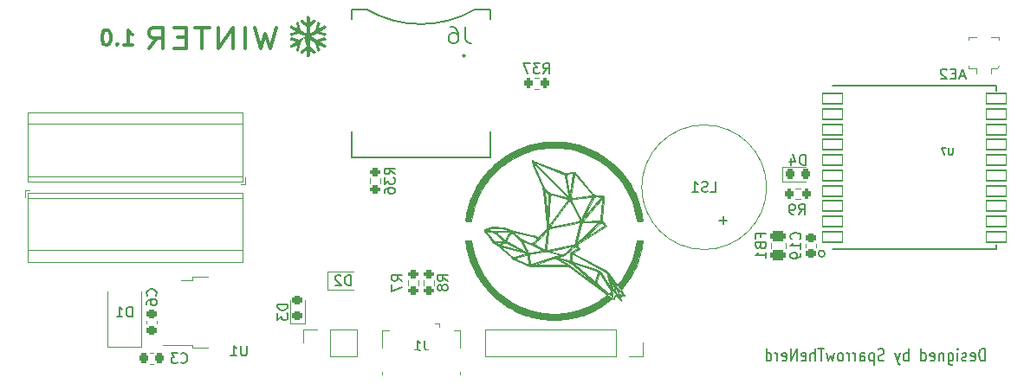
<source format=gbo>
%TF.GenerationSoftware,KiCad,Pcbnew,(6.0.5)*%
%TF.CreationDate,2023-05-13T15:18:51-04:00*%
%TF.ProjectId,SAP Mk2,53415020-4d6b-4322-9e6b-696361645f70,rev?*%
%TF.SameCoordinates,Original*%
%TF.FileFunction,Legend,Bot*%
%TF.FilePolarity,Positive*%
%FSLAX46Y46*%
G04 Gerber Fmt 4.6, Leading zero omitted, Abs format (unit mm)*
G04 Created by KiCad (PCBNEW (6.0.5)) date 2023-05-13 15:18:51*
%MOMM*%
%LPD*%
G01*
G04 APERTURE LIST*
G04 Aperture macros list*
%AMRoundRect*
0 Rectangle with rounded corners*
0 $1 Rounding radius*
0 $2 $3 $4 $5 $6 $7 $8 $9 X,Y pos of 4 corners*
0 Add a 4 corners polygon primitive as box body*
4,1,4,$2,$3,$4,$5,$6,$7,$8,$9,$2,$3,0*
0 Add four circle primitives for the rounded corners*
1,1,$1+$1,$2,$3*
1,1,$1+$1,$4,$5*
1,1,$1+$1,$6,$7*
1,1,$1+$1,$8,$9*
0 Add four rect primitives between the rounded corners*
20,1,$1+$1,$2,$3,$4,$5,0*
20,1,$1+$1,$4,$5,$6,$7,0*
20,1,$1+$1,$6,$7,$8,$9,0*
20,1,$1+$1,$8,$9,$2,$3,0*%
G04 Aperture macros list end*
%ADD10C,0.000000*%
%ADD11C,0.300000*%
%ADD12C,0.015000*%
%ADD13C,0.153000*%
%ADD14C,0.150000*%
%ADD15C,0.146304*%
%ADD16C,0.120000*%
%ADD17C,0.200000*%
%ADD18C,0.203200*%
%ADD19C,5.500000*%
%ADD20R,4.190000X1.500000*%
%ADD21R,1.700000X1.700000*%
%ADD22O,1.700000X1.700000*%
%ADD23R,0.800000X1.200000*%
%ADD24R,1.500000X2.000000*%
%ADD25R,0.500000X0.500000*%
%ADD26R,1.000000X1.000000*%
%ADD27R,1.050000X2.200000*%
%ADD28RoundRect,0.200000X0.275000X-0.200000X0.275000X0.200000X-0.275000X0.200000X-0.275000X-0.200000X0*%
%ADD29R,0.400000X1.400000*%
%ADD30R,1.750000X1.900000*%
%ADD31R,1.150000X1.450000*%
%ADD32O,1.050000X1.900000*%
%ADD33R,1.800000X2.500000*%
%ADD34R,2.100000X2.100000*%
%ADD35C,2.100000*%
%ADD36C,3.000000*%
%ADD37RoundRect,0.050800X-1.000000X-0.500000X1.000000X-0.500000X1.000000X0.500000X-1.000000X0.500000X0*%
%ADD38RoundRect,0.050800X1.000000X0.500000X-1.000000X0.500000X-1.000000X-0.500000X1.000000X-0.500000X0*%
%ADD39RoundRect,0.225000X-0.250000X0.225000X-0.250000X-0.225000X0.250000X-0.225000X0.250000X0.225000X0*%
%ADD40RoundRect,0.200000X0.200000X0.275000X-0.200000X0.275000X-0.200000X-0.275000X0.200000X-0.275000X0*%
%ADD41R,2.200000X1.200000*%
%ADD42R,6.400000X5.800000*%
%ADD43RoundRect,0.218750X-0.218750X-0.256250X0.218750X-0.256250X0.218750X0.256250X-0.218750X0.256250X0*%
%ADD44RoundRect,0.250000X-0.475000X0.250000X-0.475000X-0.250000X0.475000X-0.250000X0.475000X0.250000X0*%
%ADD45RoundRect,0.218750X0.256250X-0.218750X0.256250X0.218750X-0.256250X0.218750X-0.256250X-0.218750X0*%
%ADD46RoundRect,0.225000X-0.225000X-0.250000X0.225000X-0.250000X0.225000X0.250000X-0.225000X0.250000X0*%
%ADD47R,1.600000X1.600000*%
%ADD48C,1.600000*%
G04 APERTURE END LIST*
D10*
G36*
X127415585Y-102616207D02*
G01*
X127423975Y-102616820D01*
X127432243Y-102617829D01*
X127440378Y-102619225D01*
X127448371Y-102620998D01*
X127456211Y-102623137D01*
X127463887Y-102625633D01*
X127471389Y-102628475D01*
X127478707Y-102631654D01*
X127485830Y-102635160D01*
X127492748Y-102638982D01*
X127499451Y-102643111D01*
X127505928Y-102647537D01*
X127512169Y-102652250D01*
X127518163Y-102657240D01*
X127523901Y-102662496D01*
X127529371Y-102668009D01*
X127534563Y-102673769D01*
X127539467Y-102679766D01*
X127544073Y-102685990D01*
X127548370Y-102692431D01*
X127552348Y-102699079D01*
X127555996Y-102705924D01*
X127559304Y-102712956D01*
X127562262Y-102720165D01*
X127564860Y-102727542D01*
X127567086Y-102735075D01*
X127568930Y-102742756D01*
X127570383Y-102750573D01*
X127571434Y-102758518D01*
X127572072Y-102766581D01*
X127572287Y-102774750D01*
X127572287Y-103386572D01*
X127879023Y-103017796D01*
X127884870Y-103011862D01*
X127890956Y-103006280D01*
X127897267Y-103001050D01*
X127903789Y-102996174D01*
X127910507Y-102991651D01*
X127917406Y-102987482D01*
X127924471Y-102983669D01*
X127931688Y-102980212D01*
X127939043Y-102977112D01*
X127946520Y-102974369D01*
X127954104Y-102971985D01*
X127961782Y-102969960D01*
X127969539Y-102968294D01*
X127977359Y-102966990D01*
X127985229Y-102966046D01*
X127993133Y-102965464D01*
X128001057Y-102965245D01*
X128008986Y-102965390D01*
X128016906Y-102965899D01*
X128024802Y-102966773D01*
X128032659Y-102968013D01*
X128040463Y-102969619D01*
X128048198Y-102971592D01*
X128055851Y-102973934D01*
X128063407Y-102976644D01*
X128070850Y-102979723D01*
X128078167Y-102983173D01*
X128085343Y-102986994D01*
X128092362Y-102991186D01*
X128099211Y-102995751D01*
X128105875Y-103000689D01*
X128112338Y-103006001D01*
X128118513Y-103011619D01*
X128124323Y-103017468D01*
X128129765Y-103023533D01*
X128134840Y-103029801D01*
X128139547Y-103036256D01*
X128143885Y-103042886D01*
X128147853Y-103049675D01*
X128151450Y-103056610D01*
X128154676Y-103063678D01*
X128157530Y-103070863D01*
X128160011Y-103078151D01*
X128162118Y-103085529D01*
X128163851Y-103092983D01*
X128165209Y-103100497D01*
X128166191Y-103108059D01*
X128166796Y-103115655D01*
X128167024Y-103123269D01*
X128166873Y-103130888D01*
X128166344Y-103138499D01*
X128165434Y-103146086D01*
X128164144Y-103153636D01*
X128162473Y-103161134D01*
X128160420Y-103168567D01*
X128157983Y-103175921D01*
X128155163Y-103183181D01*
X128151959Y-103190333D01*
X128148370Y-103197363D01*
X128144394Y-103204258D01*
X128140032Y-103211003D01*
X128135282Y-103217583D01*
X128130144Y-103223986D01*
X128124617Y-103230196D01*
X127572286Y-103695500D01*
X127572286Y-104361083D01*
X128147144Y-104028295D01*
X128272858Y-103316016D01*
X128275459Y-103308111D01*
X128278420Y-103300449D01*
X128281729Y-103293034D01*
X128285373Y-103285873D01*
X128289341Y-103278974D01*
X128293618Y-103272342D01*
X128298194Y-103265983D01*
X128303054Y-103259904D01*
X128308187Y-103254112D01*
X128313581Y-103248612D01*
X128319222Y-103243412D01*
X128325098Y-103238517D01*
X128331196Y-103233933D01*
X128337504Y-103229668D01*
X128344010Y-103225728D01*
X128350700Y-103222118D01*
X128357563Y-103218846D01*
X128364585Y-103215918D01*
X128371754Y-103213340D01*
X128379058Y-103211118D01*
X128386484Y-103209259D01*
X128394020Y-103207769D01*
X128401652Y-103206655D01*
X128409369Y-103205923D01*
X128417158Y-103205579D01*
X128425006Y-103205630D01*
X128432901Y-103206082D01*
X128440830Y-103206942D01*
X128448781Y-103208215D01*
X128456740Y-103209909D01*
X128464697Y-103212029D01*
X128472637Y-103214583D01*
X128480457Y-103217539D01*
X128488054Y-103220857D01*
X128495422Y-103224521D01*
X128502553Y-103228521D01*
X128509440Y-103232841D01*
X128516078Y-103237470D01*
X128522460Y-103242394D01*
X128528578Y-103247600D01*
X128534427Y-103253075D01*
X128539999Y-103258805D01*
X128545288Y-103264779D01*
X128550287Y-103270982D01*
X128554989Y-103277401D01*
X128559388Y-103284024D01*
X128563477Y-103290838D01*
X128567250Y-103297828D01*
X128570699Y-103304983D01*
X128573818Y-103312288D01*
X128576601Y-103319732D01*
X128579041Y-103327300D01*
X128581130Y-103334980D01*
X128582863Y-103342759D01*
X128584232Y-103350623D01*
X128585231Y-103358559D01*
X128585854Y-103366555D01*
X128586093Y-103374597D01*
X128585942Y-103382672D01*
X128585394Y-103390767D01*
X128584443Y-103398869D01*
X128583082Y-103406965D01*
X128581304Y-103415041D01*
X128579102Y-103423085D01*
X128413963Y-103873832D01*
X128942386Y-103567920D01*
X128949549Y-103564022D01*
X128956831Y-103560545D01*
X128964218Y-103557485D01*
X128971697Y-103554838D01*
X128979252Y-103552600D01*
X128986872Y-103550766D01*
X128994541Y-103549333D01*
X129002247Y-103548298D01*
X129009974Y-103547655D01*
X129017710Y-103547400D01*
X129025441Y-103547531D01*
X129033153Y-103548042D01*
X129040831Y-103548930D01*
X129048463Y-103550190D01*
X129056034Y-103551819D01*
X129063531Y-103553813D01*
X129070940Y-103556167D01*
X129078246Y-103558877D01*
X129085437Y-103561941D01*
X129092498Y-103565352D01*
X129099416Y-103569108D01*
X129106176Y-103573205D01*
X129112766Y-103577638D01*
X129119170Y-103582403D01*
X129125376Y-103587497D01*
X129131370Y-103592915D01*
X129137137Y-103598653D01*
X129142664Y-103604708D01*
X129147937Y-103611074D01*
X129152943Y-103617749D01*
X129157667Y-103624729D01*
X129162096Y-103632008D01*
X129166168Y-103639494D01*
X129169833Y-103647086D01*
X129173095Y-103654770D01*
X129175957Y-103662533D01*
X129178422Y-103670360D01*
X129180494Y-103678238D01*
X129182176Y-103686151D01*
X129183472Y-103694087D01*
X129184386Y-103702032D01*
X129184919Y-103709970D01*
X129185077Y-103717889D01*
X129184862Y-103725775D01*
X129184278Y-103733612D01*
X129183328Y-103741388D01*
X129182016Y-103749088D01*
X129180345Y-103756699D01*
X129178319Y-103764206D01*
X129175940Y-103771595D01*
X129173213Y-103778852D01*
X129170140Y-103785964D01*
X129166726Y-103792916D01*
X129162973Y-103799695D01*
X129158886Y-103806285D01*
X129154467Y-103812674D01*
X129149719Y-103818848D01*
X129144647Y-103824791D01*
X129139254Y-103830491D01*
X129133543Y-103835933D01*
X129127518Y-103841104D01*
X129121181Y-103845989D01*
X129114537Y-103850574D01*
X129107589Y-103854845D01*
X128579158Y-104160756D01*
X129051034Y-104242735D01*
X129059082Y-104244845D01*
X129066947Y-104247339D01*
X129074619Y-104250205D01*
X129082092Y-104253430D01*
X129089357Y-104257002D01*
X129096406Y-104260908D01*
X129103232Y-104265137D01*
X129109826Y-104269675D01*
X129116181Y-104274511D01*
X129122288Y-104279632D01*
X129128139Y-104285026D01*
X129133727Y-104290681D01*
X129139044Y-104296583D01*
X129144081Y-104302722D01*
X129148831Y-104309083D01*
X129153285Y-104315656D01*
X129157436Y-104322427D01*
X129161276Y-104329385D01*
X129164797Y-104336516D01*
X129167990Y-104343809D01*
X129170848Y-104351252D01*
X129173363Y-104358831D01*
X129175527Y-104366535D01*
X129177332Y-104374351D01*
X129178769Y-104382267D01*
X129179832Y-104390270D01*
X129180511Y-104398348D01*
X129180799Y-104406489D01*
X129180689Y-104414681D01*
X129180171Y-104422910D01*
X129179239Y-104431166D01*
X129177884Y-104439434D01*
X129176119Y-104447606D01*
X129173972Y-104455575D01*
X129171454Y-104463334D01*
X129168579Y-104470874D01*
X129165357Y-104478189D01*
X129161800Y-104485271D01*
X129157920Y-104492112D01*
X129153728Y-104498703D01*
X129149237Y-104505038D01*
X129144459Y-104511109D01*
X129139404Y-104516908D01*
X129134086Y-104522427D01*
X129128514Y-104527659D01*
X129122703Y-104532595D01*
X129116662Y-104537229D01*
X129110405Y-104541552D01*
X129103942Y-104545557D01*
X129097286Y-104549236D01*
X129090448Y-104552581D01*
X129083441Y-104555585D01*
X129076275Y-104558240D01*
X129068963Y-104560538D01*
X129061516Y-104562471D01*
X129053946Y-104564032D01*
X129046266Y-104565213D01*
X129038486Y-104566007D01*
X129030619Y-104566405D01*
X129022676Y-104566400D01*
X129014669Y-104565985D01*
X129006611Y-104565150D01*
X128998512Y-104563890D01*
X128990384Y-104562196D01*
X128312347Y-104315220D01*
X127660400Y-104648000D01*
X128312355Y-104980787D01*
X128990400Y-104733812D01*
X128998528Y-104732118D01*
X129006627Y-104730857D01*
X129014685Y-104730023D01*
X129022692Y-104729608D01*
X129030634Y-104729603D01*
X129038501Y-104730001D01*
X129046281Y-104730794D01*
X129053961Y-104731976D01*
X129061530Y-104733537D01*
X129068977Y-104735470D01*
X129076289Y-104737768D01*
X129083454Y-104740423D01*
X129090462Y-104743427D01*
X129097299Y-104746772D01*
X129103955Y-104750451D01*
X129110418Y-104754456D01*
X129116675Y-104758779D01*
X129122715Y-104763413D01*
X129128527Y-104768349D01*
X129134098Y-104773581D01*
X129139417Y-104779100D01*
X129144471Y-104784899D01*
X129149250Y-104790970D01*
X129153741Y-104797305D01*
X129157932Y-104803896D01*
X129161813Y-104810737D01*
X129165370Y-104817818D01*
X129168592Y-104825133D01*
X129171468Y-104832674D01*
X129173986Y-104840433D01*
X129176134Y-104848402D01*
X129177900Y-104856574D01*
X129179255Y-104864841D01*
X129180187Y-104873095D01*
X129180705Y-104881323D01*
X129180815Y-104889514D01*
X129180527Y-104897654D01*
X129179847Y-104905732D01*
X129178785Y-104913735D01*
X129177347Y-104921650D01*
X129175543Y-104929466D01*
X129173379Y-104937170D01*
X129170864Y-104944749D01*
X129168006Y-104952192D01*
X129164813Y-104959485D01*
X129161292Y-104966617D01*
X129157452Y-104973575D01*
X129153301Y-104980346D01*
X129148847Y-104986919D01*
X129144097Y-104993281D01*
X129139060Y-104999420D01*
X129133743Y-105005323D01*
X129128155Y-105010978D01*
X129122304Y-105016372D01*
X129116197Y-105021494D01*
X129109842Y-105026330D01*
X129103248Y-105030869D01*
X129096422Y-105035099D01*
X129089373Y-105039005D01*
X129082108Y-105042578D01*
X129074635Y-105045803D01*
X129066962Y-105048669D01*
X129059098Y-105051163D01*
X129051050Y-105053273D01*
X128579174Y-105135251D01*
X129107605Y-105441163D01*
X129114552Y-105445434D01*
X129121194Y-105450019D01*
X129127530Y-105454904D01*
X129133554Y-105460074D01*
X129139264Y-105465517D01*
X129144657Y-105471217D01*
X129149728Y-105477160D01*
X129154474Y-105483333D01*
X129158893Y-105489722D01*
X129162980Y-105496313D01*
X129166732Y-105503091D01*
X129170146Y-105510043D01*
X129173219Y-105517155D01*
X129175946Y-105524413D01*
X129178324Y-105531802D01*
X129180350Y-105539309D01*
X129182021Y-105546919D01*
X129183333Y-105554619D01*
X129184283Y-105562395D01*
X129184867Y-105570233D01*
X129185081Y-105578118D01*
X129184924Y-105586037D01*
X129184390Y-105593976D01*
X129183476Y-105601920D01*
X129182180Y-105609856D01*
X129180497Y-105617770D01*
X129178425Y-105625647D01*
X129175959Y-105633475D01*
X129173097Y-105641237D01*
X129169835Y-105648922D01*
X129166169Y-105656514D01*
X129162096Y-105664000D01*
X129157666Y-105671279D01*
X129152942Y-105678258D01*
X129147936Y-105684933D01*
X129142662Y-105691300D01*
X129137134Y-105697354D01*
X129131367Y-105703093D01*
X129125373Y-105708511D01*
X129119167Y-105713604D01*
X129112762Y-105718370D01*
X129106173Y-105722803D01*
X129099412Y-105726899D01*
X129092495Y-105730655D01*
X129085434Y-105734067D01*
X129078243Y-105737130D01*
X129070937Y-105739841D01*
X129063528Y-105742195D01*
X129056032Y-105744189D01*
X129048461Y-105745818D01*
X129040829Y-105747078D01*
X129033151Y-105747966D01*
X129025439Y-105748477D01*
X129017709Y-105748607D01*
X129009973Y-105748353D01*
X129002246Y-105747710D01*
X128994540Y-105746674D01*
X128986871Y-105745242D01*
X128979252Y-105743408D01*
X128971696Y-105741170D01*
X128964218Y-105738523D01*
X128956831Y-105735462D01*
X128949549Y-105731985D01*
X128942386Y-105728087D01*
X128413955Y-105422176D01*
X128579095Y-105872915D01*
X128581432Y-105881516D01*
X128583287Y-105890154D01*
X128584666Y-105898810D01*
X128585578Y-105907471D01*
X128586031Y-105916119D01*
X128586034Y-105924739D01*
X128585594Y-105933315D01*
X128584719Y-105941830D01*
X128583419Y-105950270D01*
X128581700Y-105958617D01*
X128579571Y-105966857D01*
X128577040Y-105974972D01*
X128574115Y-105982948D01*
X128570805Y-105990768D01*
X128567118Y-105998416D01*
X128563061Y-106005876D01*
X128559234Y-106012207D01*
X128555138Y-106018373D01*
X128550779Y-106024363D01*
X128546163Y-106030167D01*
X128541294Y-106035775D01*
X128536178Y-106041174D01*
X128530821Y-106046356D01*
X128525228Y-106051308D01*
X128519404Y-106056021D01*
X128513355Y-106060485D01*
X128507086Y-106064687D01*
X128500603Y-106068618D01*
X128493912Y-106072267D01*
X128487016Y-106075624D01*
X128479923Y-106078678D01*
X128472637Y-106081417D01*
X128464696Y-106083971D01*
X128456739Y-106086091D01*
X128448779Y-106087785D01*
X128440827Y-106089058D01*
X128432898Y-106089918D01*
X128425003Y-106090370D01*
X128417154Y-106090421D01*
X128409365Y-106090077D01*
X128401648Y-106089345D01*
X128394015Y-106088231D01*
X128386479Y-106086741D01*
X128379053Y-106084882D01*
X128371749Y-106082660D01*
X128364579Y-106080082D01*
X128357557Y-106077154D01*
X128350694Y-106073881D01*
X128344004Y-106070272D01*
X128337498Y-106066332D01*
X128331190Y-106062067D01*
X128325092Y-106057483D01*
X128319216Y-106052588D01*
X128313576Y-106047388D01*
X128308183Y-106041888D01*
X128303050Y-106036096D01*
X128298190Y-106030017D01*
X128293615Y-106023658D01*
X128289338Y-106017026D01*
X128285371Y-106010126D01*
X128281727Y-106002966D01*
X128278418Y-105995551D01*
X128275458Y-105987888D01*
X128272858Y-105979984D01*
X128147144Y-105267705D01*
X127572286Y-104934917D01*
X127572286Y-105600500D01*
X128124617Y-106065804D01*
X128130145Y-106072014D01*
X128135283Y-106078417D01*
X128140034Y-106084997D01*
X128144396Y-106091742D01*
X128148372Y-106098636D01*
X128151962Y-106105666D01*
X128155166Y-106112818D01*
X128157987Y-106120078D01*
X128160423Y-106127431D01*
X128162476Y-106134864D01*
X128164148Y-106142362D01*
X128165438Y-106149912D01*
X128166347Y-106157499D01*
X128166877Y-106165109D01*
X128167027Y-106172728D01*
X128166799Y-106180342D01*
X128166194Y-106187937D01*
X128165212Y-106195499D01*
X128163854Y-106203014D01*
X128162120Y-106210467D01*
X128160013Y-106217845D01*
X128157531Y-106225134D01*
X128154677Y-106232319D01*
X128151451Y-106239386D01*
X128147853Y-106246321D01*
X128143885Y-106253111D01*
X128139547Y-106259741D01*
X128134840Y-106266197D01*
X128129765Y-106272465D01*
X128124323Y-106278530D01*
X128118513Y-106284380D01*
X128112338Y-106289999D01*
X128105875Y-106295309D01*
X128099212Y-106300246D01*
X128092364Y-106304810D01*
X128085345Y-106309001D01*
X128078170Y-106312821D01*
X128070853Y-106316270D01*
X128063410Y-106319349D01*
X128055854Y-106322058D01*
X128048202Y-106324399D01*
X128040466Y-106326372D01*
X128032662Y-106327978D01*
X128024805Y-106329217D01*
X128016909Y-106330091D01*
X128008989Y-106330600D01*
X128001060Y-106330744D01*
X127993136Y-106330526D01*
X127985231Y-106329944D01*
X127977361Y-106329000D01*
X127969541Y-106327696D01*
X127961784Y-106326030D01*
X127954106Y-106324005D01*
X127946521Y-106321621D01*
X127939044Y-106318879D01*
X127931689Y-106315779D01*
X127924472Y-106312322D01*
X127917406Y-106308509D01*
X127910507Y-106304341D01*
X127903789Y-106299818D01*
X127897267Y-106294941D01*
X127890956Y-106289712D01*
X127884870Y-106284129D01*
X127879023Y-106278196D01*
X127572286Y-105909419D01*
X127572286Y-106521250D01*
X127572071Y-106529419D01*
X127571433Y-106537481D01*
X127570383Y-106545426D01*
X127568930Y-106553244D01*
X127567085Y-106560925D01*
X127564859Y-106568458D01*
X127562262Y-106575834D01*
X127559304Y-106583043D01*
X127555996Y-106590075D01*
X127552348Y-106596920D01*
X127548370Y-106603568D01*
X127544073Y-106610009D01*
X127539467Y-106616233D01*
X127534563Y-106622231D01*
X127529370Y-106627991D01*
X127523900Y-106633504D01*
X127518163Y-106638760D01*
X127512169Y-106643750D01*
X127505928Y-106648462D01*
X127499451Y-106652888D01*
X127492748Y-106657018D01*
X127485830Y-106660840D01*
X127478707Y-106664346D01*
X127471389Y-106667525D01*
X127463887Y-106670367D01*
X127456210Y-106672863D01*
X127448371Y-106675002D01*
X127440378Y-106676775D01*
X127432243Y-106678171D01*
X127423975Y-106679180D01*
X127415585Y-106679793D01*
X127407083Y-106680000D01*
X127398582Y-106679793D01*
X127390192Y-106679180D01*
X127381924Y-106678171D01*
X127373788Y-106676775D01*
X127365796Y-106675002D01*
X127357956Y-106672863D01*
X127350280Y-106670367D01*
X127342778Y-106667525D01*
X127335460Y-106664346D01*
X127328337Y-106660840D01*
X127321418Y-106657018D01*
X127314715Y-106652888D01*
X127308238Y-106648462D01*
X127301998Y-106643750D01*
X127296003Y-106638760D01*
X127290266Y-106633504D01*
X127284796Y-106627991D01*
X127279604Y-106622231D01*
X127274699Y-106616233D01*
X127270094Y-106610009D01*
X127265797Y-106603568D01*
X127261819Y-106596920D01*
X127258170Y-106590075D01*
X127254862Y-106583043D01*
X127251904Y-106575834D01*
X127249307Y-106568458D01*
X127247081Y-106560925D01*
X127245236Y-106553244D01*
X127243784Y-106545426D01*
X127242733Y-106537481D01*
X127242095Y-106529419D01*
X127241880Y-106521250D01*
X127241880Y-105909419D01*
X126935143Y-106278196D01*
X126928883Y-106284527D01*
X126922350Y-106290456D01*
X126915563Y-106295982D01*
X126908539Y-106301104D01*
X126901296Y-106305822D01*
X126893852Y-106310134D01*
X126886225Y-106314039D01*
X126878433Y-106317537D01*
X126870493Y-106320627D01*
X126862424Y-106323307D01*
X126854243Y-106325578D01*
X126845968Y-106327437D01*
X126837617Y-106328885D01*
X126829208Y-106329921D01*
X126820758Y-106330542D01*
X126812287Y-106330750D01*
X126804905Y-106330592D01*
X126797532Y-106330119D01*
X126790178Y-106329329D01*
X126782857Y-106328222D01*
X126775580Y-106326798D01*
X126768359Y-106325056D01*
X126761205Y-106322994D01*
X126754131Y-106320614D01*
X126747149Y-106317913D01*
X126740270Y-106314892D01*
X126733506Y-106311550D01*
X126726868Y-106307885D01*
X126720370Y-106303899D01*
X126714023Y-106299589D01*
X126707838Y-106294956D01*
X126701828Y-106289999D01*
X126695652Y-106284380D01*
X126689842Y-106278530D01*
X126684399Y-106272465D01*
X126679323Y-106266197D01*
X126674616Y-106259741D01*
X126670278Y-106253111D01*
X126666309Y-106246321D01*
X126662712Y-106239386D01*
X126659485Y-106232319D01*
X126656631Y-106225134D01*
X126654150Y-106217845D01*
X126652042Y-106210467D01*
X126650309Y-106203014D01*
X126648950Y-106195499D01*
X126647968Y-106187937D01*
X126647363Y-106180342D01*
X126647135Y-106172728D01*
X126647286Y-106165109D01*
X126647815Y-106157499D01*
X126648724Y-106149912D01*
X126650014Y-106142362D01*
X126651686Y-106134864D01*
X126653739Y-106127431D01*
X126656175Y-106120078D01*
X126658995Y-106112818D01*
X126662199Y-106105666D01*
X126665789Y-106098636D01*
X126669764Y-106091742D01*
X126674126Y-106084997D01*
X126678876Y-106078417D01*
X126684014Y-106072014D01*
X126689541Y-106065804D01*
X127241880Y-105600500D01*
X127014154Y-104719267D01*
X127153766Y-104648000D01*
X126501811Y-104315212D01*
X125823766Y-104562188D01*
X125815639Y-104563882D01*
X125807540Y-104565143D01*
X125799481Y-104565977D01*
X125791474Y-104566392D01*
X125783531Y-104566397D01*
X125775664Y-104565999D01*
X125767885Y-104565206D01*
X125760204Y-104564024D01*
X125752635Y-104562463D01*
X125745188Y-104560530D01*
X125737876Y-104558232D01*
X125730710Y-104555577D01*
X125723703Y-104552573D01*
X125716865Y-104549227D01*
X125710209Y-104545548D01*
X125703746Y-104541543D01*
X125697489Y-104537220D01*
X125691449Y-104532586D01*
X125685638Y-104527649D01*
X125680067Y-104522417D01*
X125674748Y-104516898D01*
X125669694Y-104511099D01*
X125664916Y-104505027D01*
X125660426Y-104498692D01*
X125656235Y-104492100D01*
X125652355Y-104485259D01*
X125648799Y-104478177D01*
X125645577Y-104470861D01*
X125642702Y-104463320D01*
X125640185Y-104455561D01*
X125638039Y-104447591D01*
X125636275Y-104439418D01*
X125634918Y-104431150D01*
X125633984Y-104422895D01*
X125633466Y-104414665D01*
X125633354Y-104406473D01*
X125633642Y-104398332D01*
X125634321Y-104390254D01*
X125635383Y-104382251D01*
X125636820Y-104374335D01*
X125638624Y-104366519D01*
X125640788Y-104358815D01*
X125643303Y-104351236D01*
X125646161Y-104343794D01*
X125649355Y-104336500D01*
X125652875Y-104329369D01*
X125656715Y-104322411D01*
X125660867Y-104315640D01*
X125665322Y-104309067D01*
X125670072Y-104302706D01*
X125675110Y-104296568D01*
X125680427Y-104290665D01*
X125686015Y-104285011D01*
X125691867Y-104279617D01*
X125697975Y-104274495D01*
X125704330Y-104269659D01*
X125710925Y-104265121D01*
X125717751Y-104260892D01*
X125724800Y-104256986D01*
X125732066Y-104253414D01*
X125739539Y-104250189D01*
X125747211Y-104247323D01*
X125755076Y-104244829D01*
X125763124Y-104242719D01*
X126234992Y-104160749D01*
X125706569Y-103854837D01*
X125699621Y-103850566D01*
X125692977Y-103845981D01*
X125686640Y-103841096D01*
X125680614Y-103835926D01*
X125674903Y-103830483D01*
X125669510Y-103824783D01*
X125664438Y-103818840D01*
X125659690Y-103812667D01*
X125655271Y-103806278D01*
X125651183Y-103799687D01*
X125647430Y-103792909D01*
X125644016Y-103785956D01*
X125640943Y-103778845D01*
X125638215Y-103771587D01*
X125635837Y-103764198D01*
X125633810Y-103756691D01*
X125632139Y-103749081D01*
X125630826Y-103741380D01*
X125629876Y-103733605D01*
X125629292Y-103725767D01*
X125629077Y-103717882D01*
X125629235Y-103709963D01*
X125629769Y-103702024D01*
X125630682Y-103694080D01*
X125631978Y-103686144D01*
X125633661Y-103678230D01*
X125635733Y-103670352D01*
X125638199Y-103662525D01*
X125641061Y-103654762D01*
X125644324Y-103647078D01*
X125647989Y-103639486D01*
X125652062Y-103632000D01*
X125656492Y-103624721D01*
X125661216Y-103617742D01*
X125666222Y-103611067D01*
X125671496Y-103604700D01*
X125677024Y-103598646D01*
X125682791Y-103592908D01*
X125688785Y-103587490D01*
X125694991Y-103582397D01*
X125701396Y-103577631D01*
X125707985Y-103573199D01*
X125714746Y-103569102D01*
X125721663Y-103565347D01*
X125728724Y-103561935D01*
X125735915Y-103558872D01*
X125743221Y-103556162D01*
X125750630Y-103553808D01*
X125758126Y-103551814D01*
X125765697Y-103550185D01*
X125773329Y-103548925D01*
X125781007Y-103548037D01*
X125788719Y-103547526D01*
X125796449Y-103547396D01*
X125804185Y-103547650D01*
X125811912Y-103548293D01*
X125819618Y-103549329D01*
X125827287Y-103550761D01*
X125834906Y-103552594D01*
X125842462Y-103554832D01*
X125849940Y-103557479D01*
X125857327Y-103560539D01*
X125864609Y-103564015D01*
X125871772Y-103567913D01*
X126400203Y-103873824D01*
X126235064Y-103423077D01*
X126232862Y-103415033D01*
X126231084Y-103406957D01*
X126229723Y-103398861D01*
X126228772Y-103390760D01*
X126228225Y-103382665D01*
X126228074Y-103374590D01*
X126228313Y-103366548D01*
X126228936Y-103358553D01*
X126229936Y-103350616D01*
X126231305Y-103342753D01*
X126233038Y-103334974D01*
X126235128Y-103327294D01*
X126237567Y-103319726D01*
X126240350Y-103312283D01*
X126243470Y-103304978D01*
X126246919Y-103297823D01*
X126250692Y-103290833D01*
X126254781Y-103284020D01*
X126259181Y-103277397D01*
X126263883Y-103270977D01*
X126268882Y-103264774D01*
X126274171Y-103258801D01*
X126279743Y-103253070D01*
X126285591Y-103247595D01*
X126291709Y-103242389D01*
X126298091Y-103237465D01*
X126304728Y-103232836D01*
X126311616Y-103228515D01*
X126318746Y-103224515D01*
X126326113Y-103220850D01*
X126333710Y-103217532D01*
X126341529Y-103214575D01*
X126349469Y-103212022D01*
X126357426Y-103209901D01*
X126365385Y-103208208D01*
X126373336Y-103206934D01*
X126381265Y-103206074D01*
X126389160Y-103205622D01*
X126397008Y-103205571D01*
X126404797Y-103205915D01*
X126412513Y-103206647D01*
X126420146Y-103207761D01*
X126427681Y-103209251D01*
X126435107Y-103211110D01*
X126442411Y-103213332D01*
X126449581Y-103215910D01*
X126456603Y-103218838D01*
X126463465Y-103222110D01*
X126470155Y-103225720D01*
X126476661Y-103229660D01*
X126482969Y-103233925D01*
X126489067Y-103238509D01*
X126494942Y-103243404D01*
X126500583Y-103248604D01*
X126505976Y-103254104D01*
X126511108Y-103259896D01*
X126515969Y-103265975D01*
X126520544Y-103272334D01*
X126524821Y-103278966D01*
X126528787Y-103285865D01*
X126532431Y-103293026D01*
X126535740Y-103300441D01*
X126538700Y-103308103D01*
X126541300Y-103316008D01*
X126667015Y-104028280D01*
X127241872Y-104361067D01*
X127241872Y-103695500D01*
X126689541Y-103230196D01*
X126684014Y-103223986D01*
X126678876Y-103217583D01*
X126674127Y-103211003D01*
X126669764Y-103204258D01*
X126665789Y-103197363D01*
X126662200Y-103190333D01*
X126658995Y-103183181D01*
X126656175Y-103175921D01*
X126653739Y-103168567D01*
X126651686Y-103161134D01*
X126650015Y-103153636D01*
X126648725Y-103146086D01*
X126647815Y-103138499D01*
X126647286Y-103130888D01*
X126647135Y-103123269D01*
X126647363Y-103115655D01*
X126647969Y-103108059D01*
X126648951Y-103100497D01*
X126650309Y-103092982D01*
X126652042Y-103085529D01*
X126654150Y-103078151D01*
X126656631Y-103070862D01*
X126659485Y-103063678D01*
X126662712Y-103056610D01*
X126666310Y-103049675D01*
X126670278Y-103042886D01*
X126674616Y-103036256D01*
X126679324Y-103029801D01*
X126684399Y-103023533D01*
X126689843Y-103017468D01*
X126695652Y-103011619D01*
X126701828Y-103006001D01*
X126708292Y-103000688D01*
X126714956Y-102995750D01*
X126721804Y-102991185D01*
X126728824Y-102986992D01*
X126735999Y-102983171D01*
X126743316Y-102979721D01*
X126750760Y-102976641D01*
X126758315Y-102973931D01*
X126765968Y-102971590D01*
X126773704Y-102969617D01*
X126781508Y-102968011D01*
X126789365Y-102966772D01*
X126797261Y-102965898D01*
X126805181Y-102965389D01*
X126813110Y-102965245D01*
X126821034Y-102965464D01*
X126828938Y-102966046D01*
X126836808Y-102966990D01*
X126844628Y-102968295D01*
X126852384Y-102969961D01*
X126860062Y-102971987D01*
X126867647Y-102974371D01*
X126875124Y-102977114D01*
X126882478Y-102980214D01*
X126889695Y-102983671D01*
X126896761Y-102987484D01*
X126903660Y-102991653D01*
X126910377Y-102996175D01*
X126916899Y-103001052D01*
X126923211Y-103006281D01*
X126929297Y-103011863D01*
X126935143Y-103017796D01*
X127241880Y-103386572D01*
X127241880Y-102774750D01*
X127242095Y-102766581D01*
X127242733Y-102758518D01*
X127243784Y-102750573D01*
X127245236Y-102742756D01*
X127247081Y-102735075D01*
X127249307Y-102727542D01*
X127251904Y-102720165D01*
X127254862Y-102712956D01*
X127258171Y-102705924D01*
X127261819Y-102699079D01*
X127265797Y-102692431D01*
X127270094Y-102685990D01*
X127274699Y-102679766D01*
X127279604Y-102673769D01*
X127284796Y-102668009D01*
X127290266Y-102662496D01*
X127296003Y-102657240D01*
X127301998Y-102652250D01*
X127308239Y-102647537D01*
X127314716Y-102643111D01*
X127321418Y-102638982D01*
X127328337Y-102635160D01*
X127335460Y-102631654D01*
X127342778Y-102628475D01*
X127350280Y-102625633D01*
X127357956Y-102623137D01*
X127365796Y-102620998D01*
X127373788Y-102619225D01*
X127381924Y-102617829D01*
X127390192Y-102616820D01*
X127398582Y-102616207D01*
X127407083Y-102616000D01*
X127415585Y-102616207D01*
G37*
G36*
X127014154Y-104719267D02*
G01*
X127010778Y-104720990D01*
X126667023Y-105267704D01*
X126541308Y-105979984D01*
X126538708Y-105987888D01*
X126535748Y-105995551D01*
X126532439Y-106002966D01*
X126528795Y-106010126D01*
X126524829Y-106017026D01*
X126520552Y-106023658D01*
X126515977Y-106030017D01*
X126511116Y-106036095D01*
X126505984Y-106041888D01*
X126500591Y-106047388D01*
X126494950Y-106052588D01*
X126489075Y-106057483D01*
X126482977Y-106062066D01*
X126476669Y-106066331D01*
X126470163Y-106070272D01*
X126463473Y-106073881D01*
X126456611Y-106077153D01*
X126449589Y-106080082D01*
X126442419Y-106082660D01*
X126435115Y-106084882D01*
X126427689Y-106086741D01*
X126420154Y-106088231D01*
X126412521Y-106089345D01*
X126404805Y-106090077D01*
X126397016Y-106090420D01*
X126389168Y-106090369D01*
X126381273Y-106089917D01*
X126373344Y-106089058D01*
X126365393Y-106087784D01*
X126357434Y-106086091D01*
X126349477Y-106083970D01*
X126341537Y-106081417D01*
X126333719Y-106078460D01*
X126326124Y-106075142D01*
X126318758Y-106071476D01*
X126311628Y-106067476D01*
X126304742Y-106063155D01*
X126298104Y-106058526D01*
X126291724Y-106053602D01*
X126285606Y-106048395D01*
X126279758Y-106042920D01*
X126274186Y-106037189D01*
X126268897Y-106031215D01*
X126263898Y-106025012D01*
X126259196Y-106018592D01*
X126254797Y-106011969D01*
X126250707Y-106005156D01*
X126246934Y-105998165D01*
X126243484Y-105991011D01*
X126240365Y-105983705D01*
X126237582Y-105976262D01*
X126235142Y-105968694D01*
X126233052Y-105961014D01*
X126231319Y-105953236D01*
X126229949Y-105945372D01*
X126228950Y-105937436D01*
X126228327Y-105929440D01*
X126228087Y-105921399D01*
X126228238Y-105913324D01*
X126228786Y-105905230D01*
X126229737Y-105897129D01*
X126231099Y-105889033D01*
X126232877Y-105880958D01*
X126235079Y-105872915D01*
X126400219Y-105422168D01*
X125871788Y-105728079D01*
X125864625Y-105731977D01*
X125857343Y-105735454D01*
X125849956Y-105738515D01*
X125842477Y-105741162D01*
X125834922Y-105743400D01*
X125827302Y-105745234D01*
X125819633Y-105746666D01*
X125811927Y-105747702D01*
X125804200Y-105748345D01*
X125796463Y-105748600D01*
X125788733Y-105748469D01*
X125781021Y-105747958D01*
X125773343Y-105747070D01*
X125765711Y-105745810D01*
X125758140Y-105744181D01*
X125750643Y-105742187D01*
X125743234Y-105739833D01*
X125735928Y-105737122D01*
X125728737Y-105734059D01*
X125721676Y-105730647D01*
X125714758Y-105726891D01*
X125707998Y-105722795D01*
X125701408Y-105718362D01*
X125695004Y-105713596D01*
X125688798Y-105708503D01*
X125682804Y-105703085D01*
X125677037Y-105697347D01*
X125671510Y-105691292D01*
X125666237Y-105684925D01*
X125661231Y-105678250D01*
X125656507Y-105671271D01*
X125652078Y-105663992D01*
X125648005Y-105656507D01*
X125644338Y-105648915D01*
X125641075Y-105641232D01*
X125638212Y-105633469D01*
X125635746Y-105625643D01*
X125633673Y-105617766D01*
X125631989Y-105609853D01*
X125630693Y-105601917D01*
X125629779Y-105593973D01*
X125629244Y-105586035D01*
X125629086Y-105578116D01*
X125629300Y-105570231D01*
X125629884Y-105562394D01*
X125630833Y-105554619D01*
X125632145Y-105546919D01*
X125633816Y-105539309D01*
X125635842Y-105531802D01*
X125638221Y-105524413D01*
X125640948Y-105517156D01*
X125644021Y-105510045D01*
X125647435Y-105503093D01*
X125651188Y-105496315D01*
X125655276Y-105489725D01*
X125659695Y-105483337D01*
X125664443Y-105477164D01*
X125669515Y-105471221D01*
X125674909Y-105465521D01*
X125680620Y-105460080D01*
X125686646Y-105454910D01*
X125692983Y-105450026D01*
X125699628Y-105445441D01*
X125706577Y-105441170D01*
X126235008Y-105135259D01*
X125763140Y-105053289D01*
X125754541Y-105051018D01*
X125746154Y-105048311D01*
X125737988Y-105045180D01*
X125730053Y-105041642D01*
X125722357Y-105037712D01*
X125714911Y-105033405D01*
X125707725Y-105028735D01*
X125700807Y-105023717D01*
X125694169Y-105018368D01*
X125687819Y-105012701D01*
X125681767Y-105006732D01*
X125676023Y-105000476D01*
X125670596Y-104993948D01*
X125665496Y-104987163D01*
X125660733Y-104980136D01*
X125656317Y-104972882D01*
X125652762Y-104966393D01*
X125649484Y-104959754D01*
X125646490Y-104952973D01*
X125643786Y-104946063D01*
X125641377Y-104939031D01*
X125639272Y-104931889D01*
X125637476Y-104924646D01*
X125635995Y-104917313D01*
X125634836Y-104909899D01*
X125634006Y-104902415D01*
X125633510Y-104894870D01*
X125633356Y-104887275D01*
X125633550Y-104879639D01*
X125634098Y-104871973D01*
X125635007Y-104864286D01*
X125636282Y-104856589D01*
X125638048Y-104848417D01*
X125640195Y-104840447D01*
X125642712Y-104832688D01*
X125645587Y-104825146D01*
X125648810Y-104817831D01*
X125652367Y-104810749D01*
X125656247Y-104803908D01*
X125660438Y-104797316D01*
X125664929Y-104790980D01*
X125669707Y-104784909D01*
X125674762Y-104779110D01*
X125680080Y-104773591D01*
X125685651Y-104768359D01*
X125691463Y-104763422D01*
X125697503Y-104758788D01*
X125703760Y-104754464D01*
X125710223Y-104750459D01*
X125716879Y-104746780D01*
X125723716Y-104743435D01*
X125730724Y-104740431D01*
X125737889Y-104737776D01*
X125745201Y-104735478D01*
X125752647Y-104733545D01*
X125760217Y-104731983D01*
X125767897Y-104730802D01*
X125775676Y-104730009D01*
X125783543Y-104729610D01*
X125791485Y-104729615D01*
X125799491Y-104730031D01*
X125807549Y-104730865D01*
X125815647Y-104732126D01*
X125823774Y-104733820D01*
X126501819Y-104980795D01*
X127010778Y-104720990D01*
X127013486Y-104716683D01*
X127014154Y-104719267D01*
G37*
D11*
X109405657Y-105478971D02*
X110262800Y-105478971D01*
X109834228Y-105478971D02*
X109834228Y-103978971D01*
X109977085Y-104193257D01*
X110119942Y-104336114D01*
X110262800Y-104407542D01*
X108762800Y-105336114D02*
X108691371Y-105407542D01*
X108762800Y-105478971D01*
X108834228Y-105407542D01*
X108762800Y-105336114D01*
X108762800Y-105478971D01*
X107762800Y-103978971D02*
X107619942Y-103978971D01*
X107477085Y-104050400D01*
X107405657Y-104121828D01*
X107334228Y-104264685D01*
X107262800Y-104550400D01*
X107262800Y-104907542D01*
X107334228Y-105193257D01*
X107405657Y-105336114D01*
X107477085Y-105407542D01*
X107619942Y-105478971D01*
X107762800Y-105478971D01*
X107905657Y-105407542D01*
X107977085Y-105336114D01*
X108048514Y-105193257D01*
X108119942Y-104907542D01*
X108119942Y-104550400D01*
X108048514Y-104264685D01*
X107977085Y-104121828D01*
X107905657Y-104050400D01*
X107762800Y-103978971D01*
X124317923Y-103755961D02*
X123722685Y-105755961D01*
X123246495Y-104327390D01*
X122770304Y-105755961D01*
X122175066Y-103755961D01*
X121222685Y-105755961D02*
X121222685Y-103755961D01*
X120032209Y-105755961D02*
X120032209Y-103755961D01*
X118603638Y-105755961D01*
X118603638Y-103755961D01*
X117770304Y-103755961D02*
X116341733Y-103755961D01*
X117056019Y-105755961D02*
X117056019Y-103755961D01*
X115508400Y-104708342D02*
X114675066Y-104708342D01*
X114317923Y-105755961D02*
X115508400Y-105755961D01*
X115508400Y-103755961D01*
X114317923Y-103755961D01*
X111817923Y-105755961D02*
X112651257Y-104803580D01*
X113246495Y-105755961D02*
X113246495Y-103755961D01*
X112294114Y-103755961D01*
X112056019Y-103851200D01*
X111936971Y-103946438D01*
X111817923Y-104136914D01*
X111817923Y-104422628D01*
X111936971Y-104613104D01*
X112056019Y-104708342D01*
X112294114Y-104803580D01*
X113246495Y-104803580D01*
D12*
G36*
X151672711Y-114909600D02*
G01*
X151892401Y-114917709D01*
X152111178Y-114931212D01*
X152328995Y-114950098D01*
X152545806Y-114974359D01*
X152761562Y-115003984D01*
X152976217Y-115038964D01*
X153189724Y-115079287D01*
X153402036Y-115124946D01*
X153613105Y-115175929D01*
X153822885Y-115232227D01*
X154031328Y-115293829D01*
X154238388Y-115360727D01*
X154444017Y-115432910D01*
X154648168Y-115510368D01*
X154850794Y-115593092D01*
X155044509Y-115677764D01*
X155235697Y-115766860D01*
X155424322Y-115860355D01*
X155610345Y-115958223D01*
X155793728Y-116060437D01*
X155974435Y-116166971D01*
X156152426Y-116277799D01*
X156327665Y-116392894D01*
X156500113Y-116512231D01*
X156669733Y-116635784D01*
X156836487Y-116763526D01*
X157000337Y-116895431D01*
X157161246Y-117031473D01*
X157319174Y-117171626D01*
X157474086Y-117315863D01*
X157625943Y-117464159D01*
X157774238Y-117616018D01*
X157918476Y-117770935D01*
X158058629Y-117928873D01*
X158194671Y-118089792D01*
X158326576Y-118253654D01*
X158454317Y-118420420D01*
X158577870Y-118590052D01*
X158697207Y-118762510D01*
X158812303Y-118937757D01*
X158923131Y-119115754D01*
X159029665Y-119296461D01*
X159131878Y-119479840D01*
X159229746Y-119665853D01*
X159323241Y-119854461D01*
X159412338Y-120045626D01*
X159497010Y-120239307D01*
X159610469Y-120521112D01*
X159713750Y-120805809D01*
X159806832Y-121093278D01*
X159889693Y-121383399D01*
X159962313Y-121676049D01*
X160024670Y-121971108D01*
X160076745Y-122268456D01*
X160118516Y-122567971D01*
X160119191Y-122575068D01*
X160119473Y-122582100D01*
X160119371Y-122589058D01*
X160118896Y-122595931D01*
X160118056Y-122602708D01*
X160116861Y-122609379D01*
X160115320Y-122615932D01*
X160113443Y-122622359D01*
X160111240Y-122628647D01*
X160108719Y-122634786D01*
X160105890Y-122640766D01*
X160102763Y-122646577D01*
X160099347Y-122652207D01*
X160095652Y-122657646D01*
X160091687Y-122662884D01*
X160087460Y-122667909D01*
X160082983Y-122672712D01*
X160078264Y-122677282D01*
X160073313Y-122681608D01*
X160068139Y-122685679D01*
X160062752Y-122689486D01*
X160057161Y-122693017D01*
X160051375Y-122696262D01*
X160045404Y-122699210D01*
X160039258Y-122701851D01*
X160032945Y-122704174D01*
X160026476Y-122706169D01*
X160019860Y-122707825D01*
X160013106Y-122709131D01*
X160006223Y-122710077D01*
X159999222Y-122710652D01*
X159992111Y-122710847D01*
X159648417Y-122710847D01*
X159648418Y-122711045D01*
X159642474Y-122710908D01*
X159636593Y-122710501D01*
X159630779Y-122709830D01*
X159625040Y-122708900D01*
X159619384Y-122707717D01*
X159613816Y-122706287D01*
X159608343Y-122704615D01*
X159602972Y-122702707D01*
X159597711Y-122700569D01*
X159592565Y-122698205D01*
X159587542Y-122695622D01*
X159582648Y-122692826D01*
X159577891Y-122689822D01*
X159573276Y-122686615D01*
X159568812Y-122683212D01*
X159564503Y-122679617D01*
X159560359Y-122675837D01*
X159556384Y-122671877D01*
X159552586Y-122667744D01*
X159548972Y-122663441D01*
X159545549Y-122658976D01*
X159542323Y-122654353D01*
X159539301Y-122649578D01*
X159536490Y-122644658D01*
X159533896Y-122639597D01*
X159531527Y-122634402D01*
X159529390Y-122629077D01*
X159527491Y-122623629D01*
X159525836Y-122618063D01*
X159524433Y-122612384D01*
X159523289Y-122606599D01*
X159522410Y-122600713D01*
X159466020Y-122228587D01*
X159392965Y-121862124D01*
X159303647Y-121501728D01*
X159198471Y-121147802D01*
X159077839Y-120800750D01*
X158942155Y-120460974D01*
X158791822Y-120128878D01*
X158627243Y-119804866D01*
X158448821Y-119489340D01*
X158256961Y-119182704D01*
X158052064Y-118885362D01*
X157834535Y-118597716D01*
X157604776Y-118320170D01*
X157363192Y-118053128D01*
X157110185Y-117796992D01*
X156846158Y-117552166D01*
X156571515Y-117319053D01*
X156286659Y-117098057D01*
X155991993Y-116889581D01*
X155687921Y-116694028D01*
X155374846Y-116511801D01*
X155053171Y-116343304D01*
X154723300Y-116188941D01*
X154385635Y-116049114D01*
X154040581Y-115924226D01*
X153688539Y-115814682D01*
X153329915Y-115720884D01*
X152965110Y-115643236D01*
X152594529Y-115582141D01*
X152218573Y-115538002D01*
X151837648Y-115511223D01*
X151452156Y-115502207D01*
X151066663Y-115511223D01*
X150685738Y-115538002D01*
X150309783Y-115582141D01*
X149939202Y-115643236D01*
X149574397Y-115720884D01*
X149215773Y-115814682D01*
X148863733Y-115924226D01*
X148518679Y-116049114D01*
X148181016Y-116188941D01*
X147851146Y-116343304D01*
X147529473Y-116511801D01*
X147216401Y-116694028D01*
X146912332Y-116889581D01*
X146617669Y-117098057D01*
X146332817Y-117319053D01*
X146058178Y-117552166D01*
X145794157Y-117796992D01*
X145541155Y-118053128D01*
X145299577Y-118320170D01*
X145069825Y-118597716D01*
X144852303Y-118885362D01*
X144647415Y-119182704D01*
X144455564Y-119489340D01*
X144277153Y-119804866D01*
X144112584Y-120128878D01*
X143962263Y-120460974D01*
X143826592Y-120800750D01*
X143705974Y-121147802D01*
X143600812Y-121501728D01*
X143511510Y-121862124D01*
X143438472Y-122228587D01*
X143382100Y-122600713D01*
X143381204Y-122606599D01*
X143380044Y-122612384D01*
X143378628Y-122618063D01*
X143376963Y-122623629D01*
X143375054Y-122629077D01*
X143372909Y-122634402D01*
X143370535Y-122639597D01*
X143367937Y-122644658D01*
X143365123Y-122649578D01*
X143362100Y-122654353D01*
X143358873Y-122658976D01*
X143355451Y-122663441D01*
X143351839Y-122667744D01*
X143348044Y-122671877D01*
X143344073Y-122675837D01*
X143339932Y-122679617D01*
X143335629Y-122683212D01*
X143331170Y-122686615D01*
X143326561Y-122689822D01*
X143321810Y-122692826D01*
X143316922Y-122695622D01*
X143311905Y-122698205D01*
X143306766Y-122700569D01*
X143301510Y-122702707D01*
X143296145Y-122704615D01*
X143290678Y-122706287D01*
X143285114Y-122707717D01*
X143279462Y-122708900D01*
X143273727Y-122709830D01*
X143267916Y-122710501D01*
X143262036Y-122710908D01*
X143256093Y-122711045D01*
X142912200Y-122711045D01*
X142905089Y-122710850D01*
X142898088Y-122710273D01*
X142891206Y-122709324D01*
X142884452Y-122708015D01*
X142877835Y-122706355D01*
X142871366Y-122704355D01*
X142865054Y-122702027D01*
X142858907Y-122699380D01*
X142852937Y-122696426D01*
X142847151Y-122693175D01*
X142841560Y-122689638D01*
X142836172Y-122685825D01*
X142830998Y-122681748D01*
X142826047Y-122677416D01*
X142821328Y-122672841D01*
X142816851Y-122668033D01*
X142812625Y-122663003D01*
X142808659Y-122657762D01*
X142804964Y-122652320D01*
X142801548Y-122646688D01*
X142798421Y-122640876D01*
X142795592Y-122634896D01*
X142793072Y-122628758D01*
X142790868Y-122622473D01*
X142788991Y-122616051D01*
X142787451Y-122609503D01*
X142786256Y-122602840D01*
X142785416Y-122596072D01*
X142784940Y-122589211D01*
X142784839Y-122582266D01*
X142785121Y-122575248D01*
X142785796Y-122568169D01*
X142827566Y-122268711D01*
X142879641Y-121971390D01*
X142941998Y-121676334D01*
X143014618Y-121383671D01*
X143097479Y-121093529D01*
X143190561Y-120806035D01*
X143293842Y-120521318D01*
X143407301Y-120239506D01*
X143491973Y-120045791D01*
X143581070Y-119854603D01*
X143674565Y-119665978D01*
X143772432Y-119479955D01*
X143874646Y-119296571D01*
X143981180Y-119115865D01*
X144092008Y-118937873D01*
X144207103Y-118762634D01*
X144326441Y-118590186D01*
X144449993Y-118420566D01*
X144577735Y-118253812D01*
X144709640Y-118089962D01*
X144845682Y-117929054D01*
X144985835Y-117771125D01*
X145130072Y-117616214D01*
X145278368Y-117464357D01*
X145430227Y-117316062D01*
X145585145Y-117171824D01*
X145743082Y-117031671D01*
X145904002Y-116895629D01*
X146067864Y-116763724D01*
X146234630Y-116635982D01*
X146404262Y-116512430D01*
X146576720Y-116393093D01*
X146751967Y-116277997D01*
X146929964Y-116167169D01*
X147110671Y-116060635D01*
X147294050Y-115958421D01*
X147480063Y-115860554D01*
X147668670Y-115767059D01*
X147859834Y-115677962D01*
X148053516Y-115593290D01*
X148256142Y-115510532D01*
X148460293Y-115433043D01*
X148665922Y-115360834D01*
X148872982Y-115293913D01*
X149081426Y-115232291D01*
X149291206Y-115175977D01*
X149502275Y-115124981D01*
X149714587Y-115079312D01*
X149928094Y-115038980D01*
X150142749Y-115003995D01*
X150358506Y-114974365D01*
X150575316Y-114950102D01*
X150793133Y-114931213D01*
X151011910Y-114917709D01*
X151231600Y-114909600D01*
X151452156Y-114906895D01*
X151672711Y-114909600D01*
G37*
X151672711Y-114909600D02*
X151892401Y-114917709D01*
X152111178Y-114931212D01*
X152328995Y-114950098D01*
X152545806Y-114974359D01*
X152761562Y-115003984D01*
X152976217Y-115038964D01*
X153189724Y-115079287D01*
X153402036Y-115124946D01*
X153613105Y-115175929D01*
X153822885Y-115232227D01*
X154031328Y-115293829D01*
X154238388Y-115360727D01*
X154444017Y-115432910D01*
X154648168Y-115510368D01*
X154850794Y-115593092D01*
X155044509Y-115677764D01*
X155235697Y-115766860D01*
X155424322Y-115860355D01*
X155610345Y-115958223D01*
X155793728Y-116060437D01*
X155974435Y-116166971D01*
X156152426Y-116277799D01*
X156327665Y-116392894D01*
X156500113Y-116512231D01*
X156669733Y-116635784D01*
X156836487Y-116763526D01*
X157000337Y-116895431D01*
X157161246Y-117031473D01*
X157319174Y-117171626D01*
X157474086Y-117315863D01*
X157625943Y-117464159D01*
X157774238Y-117616018D01*
X157918476Y-117770935D01*
X158058629Y-117928873D01*
X158194671Y-118089792D01*
X158326576Y-118253654D01*
X158454317Y-118420420D01*
X158577870Y-118590052D01*
X158697207Y-118762510D01*
X158812303Y-118937757D01*
X158923131Y-119115754D01*
X159029665Y-119296461D01*
X159131878Y-119479840D01*
X159229746Y-119665853D01*
X159323241Y-119854461D01*
X159412338Y-120045626D01*
X159497010Y-120239307D01*
X159610469Y-120521112D01*
X159713750Y-120805809D01*
X159806832Y-121093278D01*
X159889693Y-121383399D01*
X159962313Y-121676049D01*
X160024670Y-121971108D01*
X160076745Y-122268456D01*
X160118516Y-122567971D01*
X160119191Y-122575068D01*
X160119473Y-122582100D01*
X160119371Y-122589058D01*
X160118896Y-122595931D01*
X160118056Y-122602708D01*
X160116861Y-122609379D01*
X160115320Y-122615932D01*
X160113443Y-122622359D01*
X160111240Y-122628647D01*
X160108719Y-122634786D01*
X160105890Y-122640766D01*
X160102763Y-122646577D01*
X160099347Y-122652207D01*
X160095652Y-122657646D01*
X160091687Y-122662884D01*
X160087460Y-122667909D01*
X160082983Y-122672712D01*
X160078264Y-122677282D01*
X160073313Y-122681608D01*
X160068139Y-122685679D01*
X160062752Y-122689486D01*
X160057161Y-122693017D01*
X160051375Y-122696262D01*
X160045404Y-122699210D01*
X160039258Y-122701851D01*
X160032945Y-122704174D01*
X160026476Y-122706169D01*
X160019860Y-122707825D01*
X160013106Y-122709131D01*
X160006223Y-122710077D01*
X159999222Y-122710652D01*
X159992111Y-122710847D01*
X159648417Y-122710847D01*
X159648418Y-122711045D01*
X159642474Y-122710908D01*
X159636593Y-122710501D01*
X159630779Y-122709830D01*
X159625040Y-122708900D01*
X159619384Y-122707717D01*
X159613816Y-122706287D01*
X159608343Y-122704615D01*
X159602972Y-122702707D01*
X159597711Y-122700569D01*
X159592565Y-122698205D01*
X159587542Y-122695622D01*
X159582648Y-122692826D01*
X159577891Y-122689822D01*
X159573276Y-122686615D01*
X159568812Y-122683212D01*
X159564503Y-122679617D01*
X159560359Y-122675837D01*
X159556384Y-122671877D01*
X159552586Y-122667744D01*
X159548972Y-122663441D01*
X159545549Y-122658976D01*
X159542323Y-122654353D01*
X159539301Y-122649578D01*
X159536490Y-122644658D01*
X159533896Y-122639597D01*
X159531527Y-122634402D01*
X159529390Y-122629077D01*
X159527491Y-122623629D01*
X159525836Y-122618063D01*
X159524433Y-122612384D01*
X159523289Y-122606599D01*
X159522410Y-122600713D01*
X159466020Y-122228587D01*
X159392965Y-121862124D01*
X159303647Y-121501728D01*
X159198471Y-121147802D01*
X159077839Y-120800750D01*
X158942155Y-120460974D01*
X158791822Y-120128878D01*
X158627243Y-119804866D01*
X158448821Y-119489340D01*
X158256961Y-119182704D01*
X158052064Y-118885362D01*
X157834535Y-118597716D01*
X157604776Y-118320170D01*
X157363192Y-118053128D01*
X157110185Y-117796992D01*
X156846158Y-117552166D01*
X156571515Y-117319053D01*
X156286659Y-117098057D01*
X155991993Y-116889581D01*
X155687921Y-116694028D01*
X155374846Y-116511801D01*
X155053171Y-116343304D01*
X154723300Y-116188941D01*
X154385635Y-116049114D01*
X154040581Y-115924226D01*
X153688539Y-115814682D01*
X153329915Y-115720884D01*
X152965110Y-115643236D01*
X152594529Y-115582141D01*
X152218573Y-115538002D01*
X151837648Y-115511223D01*
X151452156Y-115502207D01*
X151066663Y-115511223D01*
X150685738Y-115538002D01*
X150309783Y-115582141D01*
X149939202Y-115643236D01*
X149574397Y-115720884D01*
X149215773Y-115814682D01*
X148863733Y-115924226D01*
X148518679Y-116049114D01*
X148181016Y-116188941D01*
X147851146Y-116343304D01*
X147529473Y-116511801D01*
X147216401Y-116694028D01*
X146912332Y-116889581D01*
X146617669Y-117098057D01*
X146332817Y-117319053D01*
X146058178Y-117552166D01*
X145794157Y-117796992D01*
X145541155Y-118053128D01*
X145299577Y-118320170D01*
X145069825Y-118597716D01*
X144852303Y-118885362D01*
X144647415Y-119182704D01*
X144455564Y-119489340D01*
X144277153Y-119804866D01*
X144112584Y-120128878D01*
X143962263Y-120460974D01*
X143826592Y-120800750D01*
X143705974Y-121147802D01*
X143600812Y-121501728D01*
X143511510Y-121862124D01*
X143438472Y-122228587D01*
X143382100Y-122600713D01*
X143381204Y-122606599D01*
X143380044Y-122612384D01*
X143378628Y-122618063D01*
X143376963Y-122623629D01*
X143375054Y-122629077D01*
X143372909Y-122634402D01*
X143370535Y-122639597D01*
X143367937Y-122644658D01*
X143365123Y-122649578D01*
X143362100Y-122654353D01*
X143358873Y-122658976D01*
X143355451Y-122663441D01*
X143351839Y-122667744D01*
X143348044Y-122671877D01*
X143344073Y-122675837D01*
X143339932Y-122679617D01*
X143335629Y-122683212D01*
X143331170Y-122686615D01*
X143326561Y-122689822D01*
X143321810Y-122692826D01*
X143316922Y-122695622D01*
X143311905Y-122698205D01*
X143306766Y-122700569D01*
X143301510Y-122702707D01*
X143296145Y-122704615D01*
X143290678Y-122706287D01*
X143285114Y-122707717D01*
X143279462Y-122708900D01*
X143273727Y-122709830D01*
X143267916Y-122710501D01*
X143262036Y-122710908D01*
X143256093Y-122711045D01*
X142912200Y-122711045D01*
X142905089Y-122710850D01*
X142898088Y-122710273D01*
X142891206Y-122709324D01*
X142884452Y-122708015D01*
X142877835Y-122706355D01*
X142871366Y-122704355D01*
X142865054Y-122702027D01*
X142858907Y-122699380D01*
X142852937Y-122696426D01*
X142847151Y-122693175D01*
X142841560Y-122689638D01*
X142836172Y-122685825D01*
X142830998Y-122681748D01*
X142826047Y-122677416D01*
X142821328Y-122672841D01*
X142816851Y-122668033D01*
X142812625Y-122663003D01*
X142808659Y-122657762D01*
X142804964Y-122652320D01*
X142801548Y-122646688D01*
X142798421Y-122640876D01*
X142795592Y-122634896D01*
X142793072Y-122628758D01*
X142790868Y-122622473D01*
X142788991Y-122616051D01*
X142787451Y-122609503D01*
X142786256Y-122602840D01*
X142785416Y-122596072D01*
X142784940Y-122589211D01*
X142784839Y-122582266D01*
X142785121Y-122575248D01*
X142785796Y-122568169D01*
X142827566Y-122268711D01*
X142879641Y-121971390D01*
X142941998Y-121676334D01*
X143014618Y-121383671D01*
X143097479Y-121093529D01*
X143190561Y-120806035D01*
X143293842Y-120521318D01*
X143407301Y-120239506D01*
X143491973Y-120045791D01*
X143581070Y-119854603D01*
X143674565Y-119665978D01*
X143772432Y-119479955D01*
X143874646Y-119296571D01*
X143981180Y-119115865D01*
X144092008Y-118937873D01*
X144207103Y-118762634D01*
X144326441Y-118590186D01*
X144449993Y-118420566D01*
X144577735Y-118253812D01*
X144709640Y-118089962D01*
X144845682Y-117929054D01*
X144985835Y-117771125D01*
X145130072Y-117616214D01*
X145278368Y-117464357D01*
X145430227Y-117316062D01*
X145585145Y-117171824D01*
X145743082Y-117031671D01*
X145904002Y-116895629D01*
X146067864Y-116763724D01*
X146234630Y-116635982D01*
X146404262Y-116512430D01*
X146576720Y-116393093D01*
X146751967Y-116277997D01*
X146929964Y-116167169D01*
X147110671Y-116060635D01*
X147294050Y-115958421D01*
X147480063Y-115860554D01*
X147668670Y-115767059D01*
X147859834Y-115677962D01*
X148053516Y-115593290D01*
X148256142Y-115510532D01*
X148460293Y-115433043D01*
X148665922Y-115360834D01*
X148872982Y-115293913D01*
X149081426Y-115232291D01*
X149291206Y-115175977D01*
X149502275Y-115124981D01*
X149714587Y-115079312D01*
X149928094Y-115038980D01*
X150142749Y-115003995D01*
X150358506Y-114974365D01*
X150575316Y-114950102D01*
X150793133Y-114931213D01*
X151011910Y-114917709D01*
X151231600Y-114909600D01*
X151452156Y-114906895D01*
X151672711Y-114909600D01*
G36*
X157402201Y-129954039D02*
G01*
X157408002Y-129954938D01*
X157414001Y-129956400D01*
X157420191Y-129958427D01*
X157426563Y-129961024D01*
X157433107Y-129964195D01*
X157439816Y-129967943D01*
X157446681Y-129972272D01*
X157453693Y-129977188D01*
X157454993Y-129978188D01*
X157342903Y-130082550D01*
X157341582Y-130057994D01*
X157341216Y-130048000D01*
X157341231Y-130038486D01*
X157341616Y-130029455D01*
X157342364Y-130020912D01*
X157343466Y-130012860D01*
X157344914Y-130005303D01*
X157346697Y-129998245D01*
X157348809Y-129991690D01*
X157351241Y-129985643D01*
X157353983Y-129980106D01*
X157357028Y-129975083D01*
X157360366Y-129970580D01*
X157363989Y-129966599D01*
X157367888Y-129963145D01*
X157372056Y-129960221D01*
X157376482Y-129957832D01*
X157381159Y-129955981D01*
X157386078Y-129954672D01*
X157391231Y-129953910D01*
X157396608Y-129953697D01*
X157402201Y-129954039D01*
G37*
X157402201Y-129954039D02*
X157408002Y-129954938D01*
X157414001Y-129956400D01*
X157420191Y-129958427D01*
X157426563Y-129961024D01*
X157433107Y-129964195D01*
X157439816Y-129967943D01*
X157446681Y-129972272D01*
X157453693Y-129977188D01*
X157454993Y-129978188D01*
X157342903Y-130082550D01*
X157341582Y-130057994D01*
X157341216Y-130048000D01*
X157341231Y-130038486D01*
X157341616Y-130029455D01*
X157342364Y-130020912D01*
X157343466Y-130012860D01*
X157344914Y-130005303D01*
X157346697Y-129998245D01*
X157348809Y-129991690D01*
X157351241Y-129985643D01*
X157353983Y-129980106D01*
X157357028Y-129975083D01*
X157360366Y-129970580D01*
X157363989Y-129966599D01*
X157367888Y-129963145D01*
X157372056Y-129960221D01*
X157376482Y-129957832D01*
X157381159Y-129955981D01*
X157386078Y-129954672D01*
X157391231Y-129953910D01*
X157396608Y-129953697D01*
X157402201Y-129954039D01*
G36*
X157352694Y-130264566D02*
G01*
X157353041Y-130274565D01*
X157352970Y-130284130D01*
X157352491Y-130293258D01*
X157351615Y-130301942D01*
X157350349Y-130310178D01*
X157348705Y-130317960D01*
X157346691Y-130325284D01*
X157344317Y-130332144D01*
X157341592Y-130338535D01*
X157338526Y-130344452D01*
X157335129Y-130349890D01*
X157331410Y-130354843D01*
X157327378Y-130359308D01*
X157323043Y-130363278D01*
X157318415Y-130366748D01*
X157313503Y-130369713D01*
X157308316Y-130372169D01*
X157302865Y-130374110D01*
X157297158Y-130375530D01*
X157291206Y-130376426D01*
X157285017Y-130376791D01*
X157278601Y-130376620D01*
X157271968Y-130375909D01*
X157265128Y-130374653D01*
X157258089Y-130372845D01*
X157250861Y-130370482D01*
X157243454Y-130367557D01*
X157235877Y-130364066D01*
X157228141Y-130360004D01*
X157220253Y-130355366D01*
X157212225Y-130350145D01*
X157204065Y-130344339D01*
X157118587Y-130280835D01*
X157161427Y-130244618D01*
X157319365Y-130104465D01*
X157342903Y-130082550D01*
X157352694Y-130264566D01*
G37*
X157352694Y-130264566D02*
X157353041Y-130274565D01*
X157352970Y-130284130D01*
X157352491Y-130293258D01*
X157351615Y-130301942D01*
X157350349Y-130310178D01*
X157348705Y-130317960D01*
X157346691Y-130325284D01*
X157344317Y-130332144D01*
X157341592Y-130338535D01*
X157338526Y-130344452D01*
X157335129Y-130349890D01*
X157331410Y-130354843D01*
X157327378Y-130359308D01*
X157323043Y-130363278D01*
X157318415Y-130366748D01*
X157313503Y-130369713D01*
X157308316Y-130372169D01*
X157302865Y-130374110D01*
X157297158Y-130375530D01*
X157291206Y-130376426D01*
X157285017Y-130376791D01*
X157278601Y-130376620D01*
X157271968Y-130375909D01*
X157265128Y-130374653D01*
X157258089Y-130372845D01*
X157250861Y-130370482D01*
X157243454Y-130367557D01*
X157235877Y-130364066D01*
X157228141Y-130360004D01*
X157220253Y-130355366D01*
X157212225Y-130350145D01*
X157204065Y-130344339D01*
X157118587Y-130280835D01*
X157161427Y-130244618D01*
X157319365Y-130104465D01*
X157342903Y-130082550D01*
X157352694Y-130264566D01*
G36*
X157047628Y-129538538D02*
G01*
X157058617Y-129559284D01*
X157069391Y-129581161D01*
X157079882Y-129603982D01*
X157090023Y-129627561D01*
X157099748Y-129651713D01*
X157108988Y-129676250D01*
X157117678Y-129700987D01*
X157125749Y-129725738D01*
X157133135Y-129750317D01*
X157139768Y-129774538D01*
X157145581Y-129798215D01*
X157150508Y-129821162D01*
X157154481Y-129843192D01*
X157157432Y-129864120D01*
X157168941Y-129960561D01*
X157169929Y-129970489D01*
X157170517Y-129979956D01*
X157170713Y-129988958D01*
X157170524Y-129997489D01*
X157169960Y-130005547D01*
X157169028Y-130013125D01*
X157167736Y-130020221D01*
X157166092Y-130026830D01*
X157164104Y-130032947D01*
X157161780Y-130038568D01*
X157159128Y-130043689D01*
X157156157Y-130048306D01*
X157152874Y-130052414D01*
X157149287Y-130056008D01*
X157145405Y-130059085D01*
X157141234Y-130061641D01*
X157136784Y-130063670D01*
X157132063Y-130065169D01*
X157127078Y-130066132D01*
X157121837Y-130066557D01*
X157116349Y-130066439D01*
X157110622Y-130065772D01*
X157104663Y-130064554D01*
X157098480Y-130062779D01*
X157092083Y-130060443D01*
X157085477Y-130057543D01*
X157078673Y-130054073D01*
X157071677Y-130050029D01*
X157064498Y-130045407D01*
X157057143Y-130040203D01*
X157049622Y-130034412D01*
X157041941Y-130028031D01*
X156767207Y-129791116D01*
X156846133Y-129724124D01*
X157047157Y-129537715D01*
X157047628Y-129538538D01*
G37*
X157047628Y-129538538D02*
X157058617Y-129559284D01*
X157069391Y-129581161D01*
X157079882Y-129603982D01*
X157090023Y-129627561D01*
X157099748Y-129651713D01*
X157108988Y-129676250D01*
X157117678Y-129700987D01*
X157125749Y-129725738D01*
X157133135Y-129750317D01*
X157139768Y-129774538D01*
X157145581Y-129798215D01*
X157150508Y-129821162D01*
X157154481Y-129843192D01*
X157157432Y-129864120D01*
X157168941Y-129960561D01*
X157169929Y-129970489D01*
X157170517Y-129979956D01*
X157170713Y-129988958D01*
X157170524Y-129997489D01*
X157169960Y-130005547D01*
X157169028Y-130013125D01*
X157167736Y-130020221D01*
X157166092Y-130026830D01*
X157164104Y-130032947D01*
X157161780Y-130038568D01*
X157159128Y-130043689D01*
X157156157Y-130048306D01*
X157152874Y-130052414D01*
X157149287Y-130056008D01*
X157145405Y-130059085D01*
X157141234Y-130061641D01*
X157136784Y-130063670D01*
X157132063Y-130065169D01*
X157127078Y-130066132D01*
X157121837Y-130066557D01*
X157116349Y-130066439D01*
X157110622Y-130065772D01*
X157104663Y-130064554D01*
X157098480Y-130062779D01*
X157092083Y-130060443D01*
X157085477Y-130057543D01*
X157078673Y-130054073D01*
X157071677Y-130050029D01*
X157064498Y-130045407D01*
X157057143Y-130040203D01*
X157049622Y-130034412D01*
X157041941Y-130028031D01*
X156767207Y-129791116D01*
X156846133Y-129724124D01*
X157047157Y-129537715D01*
X157047628Y-129538538D01*
G36*
X155414801Y-120131594D02*
G01*
X155437416Y-120141124D01*
X155460159Y-120149569D01*
X155482861Y-120156847D01*
X155505356Y-120162876D01*
X155527478Y-120167571D01*
X155549058Y-120170851D01*
X155569932Y-120172632D01*
X156157703Y-120201009D01*
X156167833Y-120201766D01*
X156177786Y-120203024D01*
X156187553Y-120204769D01*
X156197122Y-120206989D01*
X156206480Y-120209670D01*
X156215616Y-120212799D01*
X156224519Y-120216362D01*
X156233178Y-120220347D01*
X156241579Y-120224741D01*
X156249713Y-120229530D01*
X156257568Y-120234700D01*
X156265131Y-120240240D01*
X156272392Y-120246135D01*
X156279339Y-120252373D01*
X156285960Y-120258940D01*
X156292244Y-120265823D01*
X156298179Y-120273009D01*
X156303753Y-120280485D01*
X156308956Y-120288237D01*
X156313775Y-120296253D01*
X156318199Y-120304519D01*
X156322217Y-120313021D01*
X156325816Y-120321748D01*
X156328986Y-120330684D01*
X156331714Y-120339819D01*
X156333990Y-120349137D01*
X156335801Y-120358627D01*
X156337136Y-120368274D01*
X156337984Y-120378066D01*
X156338292Y-120386826D01*
X156338333Y-120387989D01*
X156338171Y-120398031D01*
X156337487Y-120408177D01*
X156316495Y-120632698D01*
X156141431Y-122505067D01*
X156140311Y-122525905D01*
X156140703Y-122547526D01*
X156142542Y-122569761D01*
X156145763Y-122592439D01*
X156150301Y-122615390D01*
X156156092Y-122638444D01*
X156163070Y-122661431D01*
X156171172Y-122684182D01*
X156180331Y-122706525D01*
X156190484Y-122728292D01*
X156201566Y-122749311D01*
X156213510Y-122769414D01*
X156226254Y-122788429D01*
X156239732Y-122806187D01*
X156253878Y-122822518D01*
X156268630Y-122837251D01*
X156273837Y-122842063D01*
X156469250Y-123022592D01*
X156476503Y-123029629D01*
X156483230Y-123036854D01*
X156489433Y-123044250D01*
X156495114Y-123051802D01*
X156500273Y-123059494D01*
X156504912Y-123067311D01*
X156509033Y-123075237D01*
X156512636Y-123083258D01*
X156515724Y-123091357D01*
X156518297Y-123099519D01*
X156520356Y-123107728D01*
X156521904Y-123115970D01*
X156522866Y-123123636D01*
X156522941Y-123124228D01*
X156523468Y-123132487D01*
X156523488Y-123140732D01*
X156523002Y-123148947D01*
X156522010Y-123157116D01*
X156520514Y-123165225D01*
X156518516Y-123173258D01*
X156516016Y-123181198D01*
X156513017Y-123189032D01*
X156509520Y-123196742D01*
X156505525Y-123204315D01*
X156501034Y-123211734D01*
X156496049Y-123218983D01*
X156490571Y-123226048D01*
X156484601Y-123232913D01*
X156478140Y-123239562D01*
X156471191Y-123245980D01*
X156463754Y-123252152D01*
X156455830Y-123258061D01*
X156447422Y-123263693D01*
X153796694Y-124949420D01*
X153788302Y-124955053D01*
X153780392Y-124960966D01*
X153772965Y-124967143D01*
X153766023Y-124973569D01*
X153759566Y-124980227D01*
X153753597Y-124987104D01*
X153748117Y-124994182D01*
X153743128Y-125001447D01*
X153738630Y-125008883D01*
X153734626Y-125016475D01*
X153731116Y-125024206D01*
X153728102Y-125032061D01*
X153725587Y-125040025D01*
X153723570Y-125048082D01*
X153722054Y-125056217D01*
X153721039Y-125064414D01*
X153720529Y-125072657D01*
X153720523Y-125080932D01*
X153721023Y-125089221D01*
X153722032Y-125097511D01*
X153723549Y-125105785D01*
X153725577Y-125114028D01*
X153728118Y-125122224D01*
X153731172Y-125130357D01*
X153734741Y-125138413D01*
X153738827Y-125146375D01*
X153743431Y-125154228D01*
X153748554Y-125161957D01*
X153754198Y-125169545D01*
X153760364Y-125176978D01*
X153767055Y-125184240D01*
X153774270Y-125191315D01*
X153881228Y-125291130D01*
X153888420Y-125298156D01*
X153895038Y-125305272D01*
X153901086Y-125312465D01*
X153906567Y-125319723D01*
X153911482Y-125327031D01*
X153915836Y-125334377D01*
X153919629Y-125341748D01*
X153922866Y-125349130D01*
X153923336Y-125350421D01*
X153925548Y-125356510D01*
X153927679Y-125363875D01*
X153929261Y-125371212D01*
X153930296Y-125378508D01*
X153930788Y-125385750D01*
X153930738Y-125392924D01*
X153930150Y-125400018D01*
X153929027Y-125407017D01*
X153927370Y-125413910D01*
X153925183Y-125420683D01*
X153922468Y-125427322D01*
X153919228Y-125433815D01*
X153915465Y-125440148D01*
X153911183Y-125446309D01*
X153906383Y-125452283D01*
X153901069Y-125458059D01*
X153895243Y-125463622D01*
X153888907Y-125468961D01*
X153882065Y-125474060D01*
X153874720Y-125478908D01*
X153866872Y-125483491D01*
X153858527Y-125487796D01*
X153849685Y-125491811D01*
X153840350Y-125495520D01*
X153400216Y-125659032D01*
X153390900Y-125662692D01*
X153382151Y-125666557D01*
X153373970Y-125670617D01*
X153366357Y-125674861D01*
X153359314Y-125679278D01*
X153352842Y-125683859D01*
X153346941Y-125688591D01*
X153341612Y-125693464D01*
X153336856Y-125698468D01*
X153332673Y-125703592D01*
X153329066Y-125708824D01*
X153326033Y-125714155D01*
X153323577Y-125719574D01*
X153321698Y-125725070D01*
X153320397Y-125730632D01*
X153319675Y-125736249D01*
X153319533Y-125741911D01*
X153319970Y-125747607D01*
X153320990Y-125753327D01*
X153322591Y-125759059D01*
X153324775Y-125764793D01*
X153327543Y-125770518D01*
X153330896Y-125776224D01*
X153334834Y-125781899D01*
X153339358Y-125787534D01*
X153344470Y-125793116D01*
X153350169Y-125798636D01*
X153356458Y-125804084D01*
X153363336Y-125809447D01*
X153370804Y-125814715D01*
X153378864Y-125819879D01*
X153387516Y-125824926D01*
X156542077Y-127587051D01*
X156560321Y-127597737D01*
X156579235Y-127609765D01*
X156598670Y-127623003D01*
X156618479Y-127637317D01*
X156638511Y-127652575D01*
X156658620Y-127668645D01*
X156678656Y-127685394D01*
X156698471Y-127702690D01*
X156717916Y-127720399D01*
X156736842Y-127738390D01*
X156755102Y-127756530D01*
X156772547Y-127774686D01*
X156789028Y-127792725D01*
X156804396Y-127810516D01*
X156818503Y-127827925D01*
X156831201Y-127844821D01*
X157618579Y-128939395D01*
X157834486Y-128678573D01*
X158052008Y-128390928D01*
X158256896Y-128093585D01*
X158448748Y-127786950D01*
X158627159Y-127471424D01*
X158791727Y-127147412D01*
X158942048Y-126815316D01*
X159077720Y-126475540D01*
X159198338Y-126128487D01*
X159303500Y-125774562D01*
X159392801Y-125414165D01*
X159465840Y-125047703D01*
X159522211Y-124675576D01*
X159523108Y-124669690D01*
X159524267Y-124663905D01*
X159525683Y-124658227D01*
X159527349Y-124652661D01*
X159529258Y-124647213D01*
X159531403Y-124641888D01*
X159533777Y-124636692D01*
X159536375Y-124631632D01*
X159539189Y-124626711D01*
X159542212Y-124621937D01*
X159545438Y-124617314D01*
X159548861Y-124612849D01*
X159552473Y-124608546D01*
X159556268Y-124604412D01*
X159560239Y-124600452D01*
X159564379Y-124596672D01*
X159568683Y-124593078D01*
X159573142Y-124589675D01*
X159577751Y-124586468D01*
X159582502Y-124583464D01*
X159587390Y-124580667D01*
X159592407Y-124578085D01*
X159597546Y-124575721D01*
X159602802Y-124573582D01*
X159608167Y-124571674D01*
X159613634Y-124570002D01*
X159619197Y-124568572D01*
X159624850Y-124567389D01*
X159630585Y-124566460D01*
X159636396Y-124565789D01*
X159642276Y-124565382D01*
X159648219Y-124565245D01*
X159992310Y-124565245D01*
X159999421Y-124565440D01*
X160006422Y-124566017D01*
X160013304Y-124566965D01*
X160020058Y-124568275D01*
X160026675Y-124569935D01*
X160033144Y-124571934D01*
X160039456Y-124574263D01*
X160045603Y-124576909D01*
X160051573Y-124579863D01*
X160057359Y-124583114D01*
X160062950Y-124586652D01*
X160068338Y-124590464D01*
X160073512Y-124594542D01*
X160078463Y-124598873D01*
X160083182Y-124603448D01*
X160087659Y-124608256D01*
X160091885Y-124613286D01*
X160095851Y-124618527D01*
X160099546Y-124623969D01*
X160102962Y-124629601D01*
X160106089Y-124635413D01*
X160108918Y-124641393D01*
X160111438Y-124647531D01*
X160113642Y-124653816D01*
X160115519Y-124660238D01*
X160117059Y-124666786D01*
X160118254Y-124673449D01*
X160119094Y-124680217D01*
X160119570Y-124687079D01*
X160119671Y-124694023D01*
X160119389Y-124701041D01*
X160118714Y-124708120D01*
X160076944Y-125007578D01*
X160024869Y-125304899D01*
X159962511Y-125599955D01*
X159889891Y-125892618D01*
X159807030Y-126182761D01*
X159713948Y-126470254D01*
X159610668Y-126754972D01*
X159497208Y-127036784D01*
X159412536Y-127230499D01*
X159323440Y-127421687D01*
X159229945Y-127610312D01*
X159132077Y-127796335D01*
X159029863Y-127979718D01*
X158923329Y-128160425D01*
X158812501Y-128338416D01*
X158697406Y-128513655D01*
X158578069Y-128686103D01*
X158454516Y-128855723D01*
X158326774Y-129022477D01*
X158194869Y-129186327D01*
X158058827Y-129347235D01*
X157977710Y-129438641D01*
X157618579Y-128939395D01*
X157604735Y-128956119D01*
X157527832Y-129041128D01*
X157135207Y-128497085D01*
X157123835Y-128481612D01*
X157113691Y-128468378D01*
X157104789Y-128457373D01*
X157097141Y-128448591D01*
X157090762Y-128442023D01*
X157088052Y-128439566D01*
X157085664Y-128437660D01*
X157083601Y-128436303D01*
X157081863Y-128435495D01*
X157080453Y-128435234D01*
X157079371Y-128435519D01*
X157078621Y-128436350D01*
X157078203Y-128437724D01*
X157078119Y-128439643D01*
X157078371Y-128442103D01*
X157078961Y-128445105D01*
X157079890Y-128448647D01*
X157082773Y-128457347D01*
X157087033Y-128468197D01*
X157092686Y-128481186D01*
X157099743Y-128496309D01*
X157108219Y-128513555D01*
X157428451Y-129150985D01*
X157527832Y-129041128D01*
X157887151Y-129539020D01*
X157918674Y-129505164D01*
X157977710Y-129438641D01*
X158281779Y-129861342D01*
X158287456Y-129869591D01*
X158292548Y-129877736D01*
X158297060Y-129885768D01*
X158300997Y-129893676D01*
X158303753Y-129900038D01*
X158304364Y-129901449D01*
X158307167Y-129909077D01*
X158309411Y-129916549D01*
X158311101Y-129923856D01*
X158312243Y-129930987D01*
X158312841Y-129937931D01*
X158312902Y-129944678D01*
X158312429Y-129951218D01*
X158311430Y-129957540D01*
X158309908Y-129963634D01*
X158307869Y-129969490D01*
X158305319Y-129975097D01*
X158302262Y-129980444D01*
X158298704Y-129985522D01*
X158294650Y-129990319D01*
X158290106Y-129994826D01*
X158285076Y-129999033D01*
X158279567Y-130002928D01*
X158273582Y-130006501D01*
X158267129Y-130009743D01*
X158260211Y-130012641D01*
X158252834Y-130015188D01*
X158245003Y-130017371D01*
X158236724Y-130019180D01*
X158228002Y-130020605D01*
X158218842Y-130021636D01*
X158216354Y-130021799D01*
X158209249Y-130022262D01*
X158199229Y-130022473D01*
X158060323Y-130022473D01*
X158050253Y-130022712D01*
X158040513Y-130023421D01*
X158031111Y-130024587D01*
X158022054Y-130026199D01*
X158013350Y-130028246D01*
X158005007Y-130030716D01*
X157997032Y-130033596D01*
X157989434Y-130036876D01*
X157982219Y-130040543D01*
X157975397Y-130044586D01*
X157968974Y-130048993D01*
X157962958Y-130053752D01*
X157957357Y-130058852D01*
X157952178Y-130064280D01*
X157947430Y-130070026D01*
X157943120Y-130076077D01*
X157939257Y-130082421D01*
X157935846Y-130089047D01*
X157932897Y-130095944D01*
X157930418Y-130103099D01*
X157928415Y-130110500D01*
X157926897Y-130118136D01*
X157925871Y-130125996D01*
X157925345Y-130134067D01*
X157925327Y-130142337D01*
X157925824Y-130150796D01*
X157926845Y-130159431D01*
X157928397Y-130168230D01*
X157930488Y-130177182D01*
X157933125Y-130186275D01*
X157936316Y-130195498D01*
X157940069Y-130204837D01*
X158024207Y-130400894D01*
X158031431Y-130418752D01*
X158036978Y-130434729D01*
X158039133Y-130442006D01*
X158040881Y-130448803D01*
X158042228Y-130455119D01*
X158043176Y-130460949D01*
X158043731Y-130466291D01*
X158043897Y-130471142D01*
X158043678Y-130475500D01*
X158043078Y-130479360D01*
X158042102Y-130482720D01*
X158040753Y-130485576D01*
X158039037Y-130487927D01*
X158036957Y-130489769D01*
X158034517Y-130491098D01*
X158031723Y-130491912D01*
X158028578Y-130492208D01*
X158025087Y-130491983D01*
X158021253Y-130491233D01*
X158017082Y-130489957D01*
X158012577Y-130488150D01*
X158007743Y-130485809D01*
X158002584Y-130482933D01*
X157997104Y-130479517D01*
X157991308Y-130475558D01*
X157985199Y-130471055D01*
X157972063Y-130460399D01*
X157957730Y-130447526D01*
X157475527Y-129995485D01*
X157468125Y-129988790D01*
X157460844Y-129982692D01*
X157454993Y-129978188D01*
X157474282Y-129960228D01*
X157549867Y-129886417D01*
X157584073Y-129918492D01*
X157612829Y-129945027D01*
X157639062Y-129968394D01*
X157662239Y-129988179D01*
X157681828Y-130003970D01*
X157690110Y-130010237D01*
X157697296Y-130015351D01*
X157703319Y-130019259D01*
X157708111Y-130021909D01*
X157711608Y-130023251D01*
X157712849Y-130023414D01*
X157713741Y-130023231D01*
X157714276Y-130022695D01*
X157714445Y-130021799D01*
X157713652Y-130018902D01*
X157708785Y-130008183D01*
X157700723Y-129991192D01*
X157676743Y-129941883D01*
X157645173Y-129877952D01*
X157616796Y-129821058D01*
X157549867Y-129886417D01*
X157408852Y-129754185D01*
X157393837Y-129739375D01*
X157378701Y-129723034D01*
X157363544Y-129705331D01*
X157348468Y-129686432D01*
X157333575Y-129666505D01*
X157318966Y-129645718D01*
X157304742Y-129624238D01*
X157291005Y-129602233D01*
X157277857Y-129579869D01*
X157265398Y-129557315D01*
X157253730Y-129534737D01*
X157242955Y-129512303D01*
X157233175Y-129490182D01*
X157224489Y-129468539D01*
X157217001Y-129447542D01*
X157210812Y-129427360D01*
X157199938Y-129388402D01*
X157110155Y-129479298D01*
X157047157Y-129537715D01*
X157036491Y-129519107D01*
X157025273Y-129501179D01*
X155984071Y-127916060D01*
X155978401Y-127907798D01*
X155972633Y-127900127D01*
X155966780Y-127893044D01*
X155960852Y-127886549D01*
X155954860Y-127880641D01*
X155948815Y-127875317D01*
X155942730Y-127870576D01*
X155936613Y-127866417D01*
X155930478Y-127862839D01*
X155924335Y-127859840D01*
X155918195Y-127857418D01*
X155912068Y-127855573D01*
X155905968Y-127854302D01*
X155899903Y-127853605D01*
X155893886Y-127853480D01*
X155887928Y-127853925D01*
X155882040Y-127854939D01*
X155876232Y-127856522D01*
X155870516Y-127858670D01*
X155864904Y-127861384D01*
X155859406Y-127864661D01*
X155854033Y-127868500D01*
X155848796Y-127872899D01*
X155843707Y-127877858D01*
X155838777Y-127883375D01*
X155834017Y-127889448D01*
X155829438Y-127896076D01*
X155825050Y-127903258D01*
X155820866Y-127910991D01*
X155816896Y-127919276D01*
X155813152Y-127928110D01*
X155809644Y-127937492D01*
X155599103Y-128540147D01*
X155593228Y-128559895D01*
X155589046Y-128580411D01*
X155586512Y-128601531D01*
X155585584Y-128623093D01*
X155586219Y-128644935D01*
X155588373Y-128666892D01*
X155592004Y-128688803D01*
X155597068Y-128710505D01*
X155603524Y-128731835D01*
X155611327Y-128752630D01*
X155620434Y-128772727D01*
X155630803Y-128791964D01*
X155642390Y-128810177D01*
X155655153Y-128827205D01*
X155669049Y-128842883D01*
X155684034Y-128857051D01*
X156023814Y-129150058D01*
X156767207Y-129791116D01*
X156623546Y-129913055D01*
X153022590Y-127237801D01*
X153005350Y-127225746D01*
X152986568Y-127214032D01*
X152966428Y-127202717D01*
X152945116Y-127191862D01*
X152922813Y-127181529D01*
X152899706Y-127171777D01*
X152875976Y-127162666D01*
X152851810Y-127154258D01*
X152827390Y-127146613D01*
X152802900Y-127139791D01*
X152778525Y-127133853D01*
X152754448Y-127128858D01*
X152730854Y-127124869D01*
X152707927Y-127121944D01*
X152685850Y-127120145D01*
X152664807Y-127119532D01*
X149191952Y-127119532D01*
X149170802Y-127119102D01*
X149148409Y-127117840D01*
X149124967Y-127115790D01*
X149100671Y-127112993D01*
X149075714Y-127109493D01*
X149050291Y-127105332D01*
X148998823Y-127095199D01*
X148947819Y-127082935D01*
X148922978Y-127076112D01*
X148898835Y-127068884D01*
X148875585Y-127061295D01*
X148853422Y-127053386D01*
X148832541Y-127045202D01*
X148813134Y-127036784D01*
X148679981Y-126975731D01*
X149522249Y-126975731D01*
X149522301Y-126977973D01*
X149522974Y-126980111D01*
X149524269Y-126982140D01*
X149526185Y-126984058D01*
X149528721Y-126985859D01*
X149531877Y-126987540D01*
X149535651Y-126989096D01*
X149540043Y-126990523D01*
X149545053Y-126991817D01*
X149550679Y-126992975D01*
X149556922Y-126993991D01*
X149563780Y-126994863D01*
X149571253Y-126995585D01*
X149588041Y-126996565D01*
X149607281Y-126996899D01*
X152472521Y-126996897D01*
X152482472Y-126996761D01*
X152491859Y-126996357D01*
X152500681Y-126995692D01*
X152508936Y-126994773D01*
X152516622Y-126993606D01*
X152523736Y-126992199D01*
X152530278Y-126990557D01*
X152536245Y-126988687D01*
X152541635Y-126986596D01*
X152546446Y-126984291D01*
X152550677Y-126981779D01*
X152554326Y-126979066D01*
X152557390Y-126976158D01*
X152559868Y-126973064D01*
X152561758Y-126969788D01*
X152563058Y-126966338D01*
X152563767Y-126962721D01*
X152563882Y-126958943D01*
X152563401Y-126955011D01*
X152562322Y-126950931D01*
X152560644Y-126946711D01*
X152558365Y-126942357D01*
X152555483Y-126937876D01*
X152551996Y-126933274D01*
X152547901Y-126928557D01*
X152543198Y-126923734D01*
X152537884Y-126918810D01*
X152531958Y-126913792D01*
X152525417Y-126908687D01*
X152518260Y-126903502D01*
X152510484Y-126898243D01*
X152502088Y-126892916D01*
X151829765Y-126478834D01*
X152092310Y-126478834D01*
X152092510Y-126480668D01*
X152093289Y-126482763D01*
X152094648Y-126485118D01*
X152096588Y-126487728D01*
X152099110Y-126490591D01*
X152105905Y-126497067D01*
X152115042Y-126504523D01*
X152126533Y-126512937D01*
X152140385Y-126522288D01*
X152156609Y-126532553D01*
X152741999Y-126892916D01*
X152849805Y-126958943D01*
X152861880Y-126966338D01*
X152898799Y-126988687D01*
X152912853Y-126996897D01*
X152916464Y-126999318D01*
X152926115Y-127006255D01*
X152960900Y-127031723D01*
X153073985Y-127115364D01*
X155749915Y-129105097D01*
X155778818Y-129126228D01*
X155790327Y-129134344D01*
X155799868Y-129140835D01*
X155807436Y-129145704D01*
X155813026Y-129148957D01*
X155816633Y-129150601D01*
X155817691Y-129150820D01*
X155818251Y-129150639D01*
X155818314Y-129150058D01*
X155817877Y-129149077D01*
X155815505Y-129145921D01*
X155811131Y-129141175D01*
X155804748Y-129134844D01*
X155796353Y-129126935D01*
X155785940Y-129117453D01*
X155759042Y-129093787D01*
X153240673Y-126919308D01*
X153230561Y-126910908D01*
X153454632Y-126910908D01*
X153454698Y-126913981D01*
X153455317Y-126917349D01*
X153456491Y-126921009D01*
X153458224Y-126924954D01*
X153460516Y-126929183D01*
X153463372Y-126933689D01*
X153466794Y-126938469D01*
X153470783Y-126943519D01*
X153475342Y-126948833D01*
X153480474Y-126954409D01*
X153492466Y-126966327D01*
X153506778Y-126979237D01*
X155270292Y-128501649D01*
X155278071Y-128508044D01*
X155285921Y-128513874D01*
X155293829Y-128519142D01*
X155301779Y-128523853D01*
X155309760Y-128528010D01*
X155317757Y-128531616D01*
X155325755Y-128534675D01*
X155333742Y-128537191D01*
X155341703Y-128539167D01*
X155349625Y-128540606D01*
X155357493Y-128541513D01*
X155365295Y-128541891D01*
X155373016Y-128541744D01*
X155380642Y-128541075D01*
X155388159Y-128539888D01*
X155395555Y-128538186D01*
X155402814Y-128535973D01*
X155409924Y-128533252D01*
X155416870Y-128530028D01*
X155423638Y-128526304D01*
X155430216Y-128522083D01*
X155436588Y-128517368D01*
X155442741Y-128512165D01*
X155448662Y-128506476D01*
X155454336Y-128500304D01*
X155459749Y-128493654D01*
X155464889Y-128486529D01*
X155469741Y-128478932D01*
X155474291Y-128470867D01*
X155478525Y-128462339D01*
X155482431Y-128453349D01*
X155485993Y-128443903D01*
X155702885Y-127822993D01*
X155705986Y-127813314D01*
X155708560Y-127803597D01*
X155710615Y-127793859D01*
X155712158Y-127784115D01*
X155713199Y-127774382D01*
X155713743Y-127764676D01*
X155713800Y-127755012D01*
X155713377Y-127745407D01*
X155712482Y-127735876D01*
X155711122Y-127726437D01*
X155709307Y-127717104D01*
X155707042Y-127707894D01*
X155704338Y-127698823D01*
X155701200Y-127689906D01*
X155697637Y-127681160D01*
X155693657Y-127672602D01*
X155689268Y-127664246D01*
X155684478Y-127656109D01*
X155679293Y-127648207D01*
X155673724Y-127640556D01*
X155667776Y-127633172D01*
X155661458Y-127626071D01*
X155654778Y-127619269D01*
X155647744Y-127612782D01*
X155640363Y-127606627D01*
X155632644Y-127600818D01*
X155624593Y-127595372D01*
X155616220Y-127590306D01*
X155607532Y-127585635D01*
X155598537Y-127581375D01*
X155589242Y-127577542D01*
X155579655Y-127574153D01*
X153545274Y-126910974D01*
X153526832Y-126905396D01*
X153510437Y-126901291D01*
X153503014Y-126899780D01*
X153496109Y-126898625D01*
X153489726Y-126897820D01*
X153483867Y-126897362D01*
X153478535Y-126897246D01*
X153473731Y-126897469D01*
X153469459Y-126898025D01*
X153465720Y-126898912D01*
X153462517Y-126900123D01*
X153459853Y-126901655D01*
X153457731Y-126903504D01*
X153456151Y-126905665D01*
X153455118Y-126908135D01*
X153454632Y-126910908D01*
X153230561Y-126910908D01*
X153224403Y-126905793D01*
X153206665Y-126892026D01*
X153187635Y-126878107D01*
X153167486Y-126864133D01*
X153146393Y-126850202D01*
X153124531Y-126836412D01*
X153102073Y-126822860D01*
X153079194Y-126809646D01*
X153056069Y-126796867D01*
X153032871Y-126784620D01*
X153009776Y-126773005D01*
X152986958Y-126762118D01*
X152964591Y-126752057D01*
X152942849Y-126742921D01*
X152921907Y-126734808D01*
X152901940Y-126727816D01*
X152176254Y-126490287D01*
X152157910Y-126484541D01*
X152141803Y-126480016D01*
X152127944Y-126476689D01*
X152116341Y-126474538D01*
X152107004Y-126473542D01*
X152103189Y-126473470D01*
X152099943Y-126473679D01*
X152097269Y-126474165D01*
X152095167Y-126474927D01*
X152093640Y-126475960D01*
X152092687Y-126477263D01*
X152092310Y-126478834D01*
X151829765Y-126478834D01*
X151670834Y-126380949D01*
X151652659Y-126370697D01*
X151633081Y-126361386D01*
X151612283Y-126353038D01*
X151590448Y-126345673D01*
X151567760Y-126339311D01*
X151544402Y-126333973D01*
X151520557Y-126329680D01*
X151496408Y-126326452D01*
X151472137Y-126324310D01*
X151447929Y-126323275D01*
X151423966Y-126323367D01*
X151400432Y-126324607D01*
X151377509Y-126327016D01*
X151355381Y-126330614D01*
X151334231Y-126335421D01*
X151314242Y-126341460D01*
X149596566Y-126932406D01*
X149578483Y-126938984D01*
X149562924Y-126945376D01*
X149556090Y-126948491D01*
X149549885Y-126951548D01*
X149544308Y-126954542D01*
X149539360Y-126957468D01*
X149535039Y-126960324D01*
X149531345Y-126963104D01*
X149528276Y-126965805D01*
X149525833Y-126968422D01*
X149524015Y-126970951D01*
X149522820Y-126973389D01*
X149522249Y-126975731D01*
X148679981Y-126975731D01*
X147540753Y-126453377D01*
X147521626Y-126444254D01*
X147501564Y-126434002D01*
X147480733Y-126422733D01*
X147459301Y-126410558D01*
X147415298Y-126383942D01*
X147370891Y-126355051D01*
X147358731Y-126346586D01*
X147686384Y-126346586D01*
X147686933Y-126351304D01*
X147688082Y-126356049D01*
X147689831Y-126360814D01*
X147692180Y-126365589D01*
X147695131Y-126370365D01*
X147698683Y-126375134D01*
X147702839Y-126379886D01*
X147707597Y-126384614D01*
X147712959Y-126389308D01*
X147718926Y-126393959D01*
X147725497Y-126398559D01*
X147732674Y-126403098D01*
X147740458Y-126407569D01*
X147748848Y-126411962D01*
X147757846Y-126416268D01*
X148801825Y-126893511D01*
X148811038Y-126897489D01*
X148820065Y-126900907D01*
X148828896Y-126903771D01*
X148837523Y-126906091D01*
X148845935Y-126907872D01*
X148854121Y-126909123D01*
X148862073Y-126909851D01*
X148869781Y-126910062D01*
X148877234Y-126909765D01*
X148884423Y-126908966D01*
X148891338Y-126907673D01*
X148897970Y-126905894D01*
X148904307Y-126903635D01*
X148910341Y-126900905D01*
X148916061Y-126897709D01*
X148921459Y-126894057D01*
X148926523Y-126889954D01*
X148931244Y-126885409D01*
X148935612Y-126880429D01*
X148939617Y-126875020D01*
X148943251Y-126869191D01*
X148946501Y-126862949D01*
X148949360Y-126856300D01*
X148951816Y-126849254D01*
X148953861Y-126841815D01*
X148955484Y-126833993D01*
X148956675Y-126825795D01*
X148957425Y-126817227D01*
X148957724Y-126808297D01*
X148957561Y-126799013D01*
X148956928Y-126789381D01*
X148955814Y-126779410D01*
X148873065Y-126167428D01*
X148871447Y-126157420D01*
X148869356Y-126147681D01*
X148866805Y-126138219D01*
X148863810Y-126129044D01*
X148860383Y-126120164D01*
X148856538Y-126111589D01*
X148852290Y-126103327D01*
X148847653Y-126095389D01*
X148842640Y-126087783D01*
X148837265Y-126080517D01*
X148831543Y-126073602D01*
X148825487Y-126067046D01*
X148819111Y-126060858D01*
X148812429Y-126055048D01*
X148805456Y-126049624D01*
X148798205Y-126044595D01*
X148790689Y-126039972D01*
X148782924Y-126035762D01*
X148774923Y-126031974D01*
X148766700Y-126028619D01*
X148758268Y-126025705D01*
X148749642Y-126023240D01*
X148740837Y-126021235D01*
X148731864Y-126019698D01*
X148722740Y-126018638D01*
X148713477Y-126018065D01*
X148704090Y-126017987D01*
X148694592Y-126018414D01*
X148684998Y-126019354D01*
X148675321Y-126020817D01*
X148665576Y-126022812D01*
X148655776Y-126025347D01*
X147768165Y-126279149D01*
X147758618Y-126282049D01*
X147749660Y-126285127D01*
X147741292Y-126288374D01*
X147733514Y-126291780D01*
X147726326Y-126295337D01*
X147719730Y-126299036D01*
X147713726Y-126302868D01*
X147708315Y-126306825D01*
X147703497Y-126310897D01*
X147699272Y-126315076D01*
X147695643Y-126319354D01*
X147692608Y-126323720D01*
X147690169Y-126328168D01*
X147688327Y-126332686D01*
X147687081Y-126337268D01*
X147686434Y-126341904D01*
X147686384Y-126346586D01*
X147358731Y-126346586D01*
X147327414Y-126324784D01*
X147286202Y-126294038D01*
X147266862Y-126278766D01*
X147248589Y-126263710D01*
X147231550Y-126248984D01*
X147215911Y-126234699D01*
X146158079Y-125238905D01*
X146375636Y-125238905D01*
X146375956Y-125242760D01*
X146376829Y-125246898D01*
X146378257Y-125251313D01*
X146380244Y-125256001D01*
X146382792Y-125260956D01*
X146385905Y-125266173D01*
X146389585Y-125271647D01*
X146393836Y-125277372D01*
X146398660Y-125283343D01*
X146404061Y-125289555D01*
X146410041Y-125296003D01*
X146423751Y-125309584D01*
X147279016Y-126114246D01*
X147294743Y-126127820D01*
X147311967Y-126140459D01*
X147330518Y-126152121D01*
X147350225Y-126162765D01*
X147370914Y-126172348D01*
X147392417Y-126180829D01*
X147414559Y-126188166D01*
X147437171Y-126194317D01*
X147460081Y-126199240D01*
X147483116Y-126202893D01*
X147506107Y-126205235D01*
X147528880Y-126206223D01*
X147551265Y-126205816D01*
X147573091Y-126203972D01*
X147594185Y-126200649D01*
X147614376Y-126195805D01*
X148359433Y-125983018D01*
X148996003Y-125983018D01*
X148996171Y-125995977D01*
X148996653Y-126010182D01*
X148997446Y-126025531D01*
X148998548Y-126041920D01*
X148999956Y-126059248D01*
X149001668Y-126077410D01*
X149003680Y-126096303D01*
X149005991Y-126115826D01*
X149008597Y-126135876D01*
X149094124Y-126769686D01*
X149095737Y-126779681D01*
X149097814Y-126789383D01*
X149100343Y-126798783D01*
X149103308Y-126807873D01*
X149103472Y-126808297D01*
X149106696Y-126816644D01*
X149110495Y-126825087D01*
X149114689Y-126833196D01*
X149119266Y-126840959D01*
X149124212Y-126848371D01*
X149129513Y-126855421D01*
X149135156Y-126862102D01*
X149141127Y-126868405D01*
X149147412Y-126874321D01*
X149153997Y-126879842D01*
X149160870Y-126884960D01*
X149168017Y-126889667D01*
X149175423Y-126893952D01*
X149183076Y-126897809D01*
X149190961Y-126901229D01*
X149199065Y-126904203D01*
X149207375Y-126906723D01*
X149215876Y-126908780D01*
X149224555Y-126910366D01*
X149233399Y-126911473D01*
X149242394Y-126912091D01*
X149251526Y-126912213D01*
X149260781Y-126911830D01*
X149270147Y-126910934D01*
X149279609Y-126909515D01*
X149289153Y-126907566D01*
X149298767Y-126905079D01*
X149308436Y-126902044D01*
X151275960Y-126228100D01*
X151859176Y-126228100D01*
X151859332Y-126231443D01*
X151860108Y-126234809D01*
X151861503Y-126238192D01*
X151863518Y-126241584D01*
X151866153Y-126244980D01*
X151869409Y-126248373D01*
X151873285Y-126251757D01*
X151877783Y-126255124D01*
X151882901Y-126258470D01*
X151888641Y-126261788D01*
X151895003Y-126265070D01*
X151901986Y-126268311D01*
X151909592Y-126271505D01*
X151917820Y-126274644D01*
X151926671Y-126277723D01*
X151936145Y-126280735D01*
X152862650Y-126564104D01*
X152872361Y-126566823D01*
X152881917Y-126568993D01*
X152891306Y-126570624D01*
X152900517Y-126571726D01*
X152909538Y-126572307D01*
X152918358Y-126572376D01*
X152926965Y-126571943D01*
X152935349Y-126571016D01*
X152943498Y-126569604D01*
X152951400Y-126567717D01*
X152959044Y-126565363D01*
X152966419Y-126562552D01*
X152973513Y-126559293D01*
X152980315Y-126555594D01*
X152986814Y-126551465D01*
X152992998Y-126546915D01*
X152998856Y-126541952D01*
X153004377Y-126536586D01*
X153009548Y-126530827D01*
X153014359Y-126524682D01*
X153018799Y-126518161D01*
X153022856Y-126511274D01*
X153026518Y-126504028D01*
X153029774Y-126496434D01*
X153032614Y-126488500D01*
X153035024Y-126480235D01*
X153036995Y-126471648D01*
X153038515Y-126462749D01*
X153039572Y-126453546D01*
X153040155Y-126444049D01*
X153040253Y-126434266D01*
X153039854Y-126424206D01*
X153014331Y-126017700D01*
X153153138Y-126017700D01*
X153153559Y-126027727D01*
X153181142Y-126467464D01*
X153182017Y-126477697D01*
X153183371Y-126487961D01*
X153187459Y-126508511D01*
X153193304Y-126528982D01*
X153200802Y-126549239D01*
X153209850Y-126569149D01*
X153220345Y-126588580D01*
X153232183Y-126607398D01*
X153245262Y-126625470D01*
X153259477Y-126642663D01*
X153274727Y-126658844D01*
X153290907Y-126673880D01*
X153307915Y-126687637D01*
X153325648Y-126699983D01*
X153344001Y-126710784D01*
X153362873Y-126719907D01*
X153372470Y-126723798D01*
X153382159Y-126727219D01*
X155711021Y-127488226D01*
X155730808Y-127495372D01*
X155751150Y-127504005D01*
X155771893Y-127514009D01*
X155792886Y-127525266D01*
X155813975Y-127537661D01*
X155835008Y-127551076D01*
X155855832Y-127565395D01*
X155876295Y-127580500D01*
X155896244Y-127596275D01*
X155915526Y-127612603D01*
X155933989Y-127629367D01*
X155951481Y-127646450D01*
X155967848Y-127663735D01*
X155982938Y-127681106D01*
X155996599Y-127698445D01*
X156008677Y-127715636D01*
X156034545Y-127755012D01*
X156907004Y-129083069D01*
X156917826Y-129098982D01*
X156927802Y-129112499D01*
X156932463Y-129118364D01*
X156936902Y-129123635D01*
X156941114Y-129128314D01*
X156945097Y-129132402D01*
X156948848Y-129135902D01*
X156952361Y-129138815D01*
X156955634Y-129141143D01*
X156958663Y-129142887D01*
X156961445Y-129144050D01*
X156963976Y-129144632D01*
X156966253Y-129144636D01*
X156968271Y-129144064D01*
X156970028Y-129142916D01*
X156971520Y-129141195D01*
X156972743Y-129138903D01*
X156973693Y-129136040D01*
X156974368Y-129132610D01*
X156974764Y-129128613D01*
X156974876Y-129124052D01*
X156974702Y-129118927D01*
X156974238Y-129113241D01*
X156973480Y-129106996D01*
X156972425Y-129100192D01*
X156971069Y-129092833D01*
X156967441Y-129076452D01*
X156962566Y-129057867D01*
X156838425Y-128612628D01*
X156989156Y-128612628D01*
X156989240Y-128616349D01*
X156990140Y-128625557D01*
X156992032Y-128637113D01*
X156994934Y-128651010D01*
X156998864Y-128667241D01*
X157003841Y-128685799D01*
X157126158Y-129124052D01*
X157199938Y-129388402D01*
X157332222Y-129254480D01*
X157609473Y-129806375D01*
X157616796Y-129821058D01*
X157626141Y-129811932D01*
X157714858Y-129721085D01*
X157715637Y-129722635D01*
X157720426Y-129731716D01*
X157725595Y-129740684D01*
X157731126Y-129749526D01*
X157737003Y-129758231D01*
X157749726Y-129775187D01*
X157763633Y-129791458D01*
X157778592Y-129806954D01*
X157794469Y-129821583D01*
X157811132Y-129835254D01*
X157828448Y-129847874D01*
X157846285Y-129859352D01*
X157864511Y-129869597D01*
X157882992Y-129878517D01*
X157901597Y-129886020D01*
X157910904Y-129889212D01*
X157920193Y-129892015D01*
X157929445Y-129894419D01*
X157938646Y-129896411D01*
X157947778Y-129897981D01*
X157956825Y-129899116D01*
X157965770Y-129899805D01*
X157974597Y-129900038D01*
X158146047Y-129900038D01*
X158143976Y-129896753D01*
X158137477Y-129887338D01*
X158113057Y-129852760D01*
X158076507Y-129801588D01*
X158031549Y-129739105D01*
X157887151Y-129539020D01*
X157774437Y-129660075D01*
X157714858Y-129721085D01*
X157428451Y-129150985D01*
X157363157Y-129223162D01*
X157332222Y-129254480D01*
X157039560Y-128671908D01*
X157030759Y-128654852D01*
X157022748Y-128640217D01*
X157015546Y-128627997D01*
X157009171Y-128618184D01*
X157003641Y-128610773D01*
X157001199Y-128607965D01*
X156998975Y-128605755D01*
X156996972Y-128604142D01*
X156995191Y-128603125D01*
X156993635Y-128602704D01*
X156992307Y-128602877D01*
X156991208Y-128603643D01*
X156990342Y-128605002D01*
X156989709Y-128606953D01*
X156989313Y-128609495D01*
X156989156Y-128612628D01*
X156838425Y-128612628D01*
X156655385Y-127956144D01*
X156649049Y-127936163D01*
X156641131Y-127915757D01*
X156631747Y-127895075D01*
X156621012Y-127874264D01*
X156609043Y-127853471D01*
X156595954Y-127832844D01*
X156581862Y-127812532D01*
X156566882Y-127792681D01*
X156551130Y-127773439D01*
X156534722Y-127754954D01*
X156517773Y-127737374D01*
X156500399Y-127720846D01*
X156482716Y-127705518D01*
X156464839Y-127691538D01*
X156446884Y-127679053D01*
X156428968Y-127668211D01*
X153314293Y-125926524D01*
X153305432Y-125921826D01*
X153296715Y-125917700D01*
X153288152Y-125914139D01*
X153279754Y-125911136D01*
X153271531Y-125908685D01*
X153263494Y-125906780D01*
X153255653Y-125905414D01*
X153248018Y-125904582D01*
X153240599Y-125904275D01*
X153233407Y-125904489D01*
X153226453Y-125905216D01*
X153219746Y-125906450D01*
X153213297Y-125908185D01*
X153207117Y-125910414D01*
X153201215Y-125913131D01*
X153195602Y-125916329D01*
X153190289Y-125920003D01*
X153185285Y-125924145D01*
X153180602Y-125928749D01*
X153176249Y-125933808D01*
X153172237Y-125939317D01*
X153168576Y-125945269D01*
X153165276Y-125951657D01*
X153162349Y-125958475D01*
X153159803Y-125965717D01*
X153157651Y-125973376D01*
X153155901Y-125981445D01*
X153154564Y-125989919D01*
X153153652Y-125998790D01*
X153153173Y-126008053D01*
X153153138Y-126017700D01*
X153014331Y-126017700D01*
X153010089Y-125950139D01*
X153009677Y-125939877D01*
X153009737Y-125929527D01*
X153011230Y-125908641D01*
X153014480Y-125887626D01*
X153019403Y-125866625D01*
X153025911Y-125845783D01*
X153033920Y-125825245D01*
X153043342Y-125805156D01*
X153054092Y-125785659D01*
X153066084Y-125766899D01*
X153079232Y-125749021D01*
X153093449Y-125732169D01*
X153108650Y-125716487D01*
X153124748Y-125702121D01*
X153141659Y-125689214D01*
X153159294Y-125677911D01*
X153168357Y-125672907D01*
X153177569Y-125668357D01*
X153608775Y-125467342D01*
X153617830Y-125462889D01*
X153626426Y-125458171D01*
X153634560Y-125453203D01*
X153642229Y-125447996D01*
X153649431Y-125442565D01*
X153656162Y-125436923D01*
X153662420Y-125431083D01*
X153668200Y-125425058D01*
X153673502Y-125418863D01*
X153678320Y-125412509D01*
X153682653Y-125406011D01*
X153686498Y-125399381D01*
X153689851Y-125392634D01*
X153692709Y-125385782D01*
X153695070Y-125378839D01*
X153696930Y-125371818D01*
X153698287Y-125364733D01*
X153699138Y-125357596D01*
X153699479Y-125350421D01*
X153699308Y-125343222D01*
X153698621Y-125336012D01*
X153697416Y-125328804D01*
X153695690Y-125321612D01*
X153693439Y-125314448D01*
X153690661Y-125307326D01*
X153687353Y-125300260D01*
X153683512Y-125293263D01*
X153679134Y-125286348D01*
X153674217Y-125279528D01*
X153668758Y-125272817D01*
X153662754Y-125266229D01*
X153656201Y-125259775D01*
X153649217Y-125253600D01*
X153641929Y-125247836D01*
X153634357Y-125242483D01*
X153626518Y-125237541D01*
X153618431Y-125233009D01*
X153610114Y-125228888D01*
X153601585Y-125225176D01*
X153592863Y-125221874D01*
X153583964Y-125218981D01*
X153574909Y-125216497D01*
X153565714Y-125214422D01*
X153556398Y-125212755D01*
X153546979Y-125211496D01*
X153537476Y-125210645D01*
X153527906Y-125210202D01*
X153518287Y-125210166D01*
X153508638Y-125210537D01*
X153499859Y-125211243D01*
X153498978Y-125211314D01*
X153489323Y-125212498D01*
X153479693Y-125214088D01*
X153470105Y-125216084D01*
X153460577Y-125218485D01*
X153451129Y-125221292D01*
X153441777Y-125224503D01*
X153432541Y-125228119D01*
X153423437Y-125232140D01*
X153414486Y-125236564D01*
X153405703Y-125241392D01*
X153397109Y-125246624D01*
X153388720Y-125252259D01*
X153380556Y-125258296D01*
X153372634Y-125264736D01*
X152558049Y-125958672D01*
X152541642Y-125971998D01*
X152523719Y-125985355D01*
X152504457Y-125998655D01*
X152484032Y-126011812D01*
X152469873Y-126020361D01*
X152462620Y-126024741D01*
X152440400Y-126037354D01*
X152417547Y-126049565D01*
X152394239Y-126061288D01*
X152370651Y-126072437D01*
X152346961Y-126082925D01*
X152323345Y-126092666D01*
X152299981Y-126101574D01*
X152277044Y-126109562D01*
X152254712Y-126116544D01*
X152233161Y-126122434D01*
X152212569Y-126127145D01*
X151940709Y-126182905D01*
X151930989Y-126185016D01*
X151921885Y-126187252D01*
X151913396Y-126189607D01*
X151905523Y-126192074D01*
X151898266Y-126194646D01*
X151891626Y-126197318D01*
X151885602Y-126200083D01*
X151880195Y-126202935D01*
X151875405Y-126205867D01*
X151871232Y-126208873D01*
X151867677Y-126211946D01*
X151864740Y-126215080D01*
X151862421Y-126218269D01*
X151860721Y-126221506D01*
X151859639Y-126224785D01*
X151859176Y-126228100D01*
X151275960Y-126228100D01*
X151328530Y-126210093D01*
X151370191Y-126196369D01*
X151416735Y-126181976D01*
X151466591Y-126167341D01*
X151518186Y-126152892D01*
X151569949Y-126139057D01*
X151620307Y-126126264D01*
X151667688Y-126114941D01*
X151710521Y-126105516D01*
X151923048Y-126061463D01*
X151932763Y-126059353D01*
X151941852Y-126057156D01*
X151950315Y-126054879D01*
X151958153Y-126052526D01*
X151965365Y-126050102D01*
X151971952Y-126047614D01*
X151977913Y-126045067D01*
X151983249Y-126042465D01*
X151987959Y-126039815D01*
X151992044Y-126037122D01*
X151995503Y-126034392D01*
X151998336Y-126031628D01*
X152000544Y-126028838D01*
X152002127Y-126026027D01*
X152003084Y-126023199D01*
X152003415Y-126020361D01*
X152003121Y-126017518D01*
X152002201Y-126014675D01*
X152000656Y-126011837D01*
X151998485Y-126009010D01*
X151995689Y-126006200D01*
X151992267Y-126003412D01*
X151988220Y-126000651D01*
X151983547Y-125997922D01*
X151978248Y-125995232D01*
X151972324Y-125992585D01*
X151965774Y-125989987D01*
X151958599Y-125987444D01*
X151950799Y-125984960D01*
X151942372Y-125982541D01*
X151933321Y-125980193D01*
X151923643Y-125977921D01*
X150800488Y-125726897D01*
X150779736Y-125722647D01*
X150757574Y-125718831D01*
X150734202Y-125715455D01*
X150709817Y-125712526D01*
X150658809Y-125708029D01*
X150606143Y-125705391D01*
X150553411Y-125704660D01*
X150502208Y-125705884D01*
X150477677Y-125707244D01*
X150454125Y-125709112D01*
X150431752Y-125711494D01*
X150410756Y-125714394D01*
X149459850Y-125864017D01*
X149285813Y-125891401D01*
X149057809Y-125927317D01*
X149003835Y-125935850D01*
X149002742Y-125936274D01*
X149001733Y-125937203D01*
X149000806Y-125938623D01*
X148999962Y-125940522D01*
X148999201Y-125942887D01*
X148998522Y-125945705D01*
X148997408Y-125952649D01*
X148996619Y-125961251D01*
X148996151Y-125971409D01*
X148996003Y-125983018D01*
X148359433Y-125983018D01*
X148587117Y-125917992D01*
X148596650Y-125915130D01*
X148605567Y-125912168D01*
X148613868Y-125909114D01*
X148621553Y-125905972D01*
X148628621Y-125902751D01*
X148635074Y-125899457D01*
X148640910Y-125896097D01*
X148646131Y-125892678D01*
X148650735Y-125889207D01*
X148654724Y-125885690D01*
X148658097Y-125882135D01*
X148660854Y-125878548D01*
X148662995Y-125874935D01*
X148664520Y-125871305D01*
X148665430Y-125867663D01*
X148665724Y-125864017D01*
X148665402Y-125860373D01*
X148664464Y-125856738D01*
X148662911Y-125853119D01*
X148660743Y-125849523D01*
X148657959Y-125845957D01*
X148654559Y-125842427D01*
X148650544Y-125838941D01*
X148645914Y-125835504D01*
X148640668Y-125832125D01*
X148634807Y-125828809D01*
X148628331Y-125825564D01*
X148621239Y-125822397D01*
X148613532Y-125819314D01*
X148605210Y-125816321D01*
X148596272Y-125813427D01*
X148586720Y-125810638D01*
X146470583Y-125226438D01*
X146451853Y-125221775D01*
X146443235Y-125220013D01*
X146435119Y-125218624D01*
X146427508Y-125217602D01*
X146420404Y-125216942D01*
X146413812Y-125216638D01*
X146407734Y-125216686D01*
X146402172Y-125217081D01*
X146397130Y-125217816D01*
X146392611Y-125218887D01*
X146388618Y-125220288D01*
X146385153Y-125222014D01*
X146382220Y-125224061D01*
X146379822Y-125226421D01*
X146377962Y-125229092D01*
X146376642Y-125232066D01*
X146375866Y-125235339D01*
X146375636Y-125238905D01*
X146158079Y-125238905D01*
X146156851Y-125237749D01*
X146126945Y-125209880D01*
X146097276Y-125182828D01*
X146068621Y-125157259D01*
X146041757Y-125133842D01*
X146017460Y-125113243D01*
X145996507Y-125096129D01*
X145979674Y-125083169D01*
X145967738Y-125075030D01*
X145936776Y-125056920D01*
X145885536Y-125027331D01*
X145854140Y-125009335D01*
X146319201Y-125009335D01*
X146319521Y-125014457D01*
X146320429Y-125019508D01*
X146321922Y-125024479D01*
X146324000Y-125029359D01*
X146326662Y-125034139D01*
X146329906Y-125038810D01*
X146333732Y-125043361D01*
X146338138Y-125047783D01*
X146343123Y-125052067D01*
X146348686Y-125056203D01*
X146354825Y-125060181D01*
X146361540Y-125063991D01*
X146368830Y-125067624D01*
X146376692Y-125071069D01*
X146385127Y-125074319D01*
X146394133Y-125077362D01*
X146403708Y-125080189D01*
X147965610Y-125511790D01*
X147984182Y-125516673D01*
X148000452Y-125520469D01*
X148014413Y-125523201D01*
X148026056Y-125524888D01*
X148035372Y-125525552D01*
X148039155Y-125525507D01*
X148042353Y-125525214D01*
X148044965Y-125524675D01*
X148046990Y-125523894D01*
X148048428Y-125522873D01*
X148049276Y-125521614D01*
X148049534Y-125520120D01*
X148049201Y-125518394D01*
X148048276Y-125516439D01*
X148046758Y-125514256D01*
X148044645Y-125511849D01*
X148041937Y-125509221D01*
X148034731Y-125503308D01*
X148025131Y-125496540D01*
X148013128Y-125488937D01*
X147998714Y-125480520D01*
X147981881Y-125471310D01*
X146845430Y-124864886D01*
X146826706Y-124855869D01*
X146806741Y-124848093D01*
X146785715Y-124841554D01*
X146763807Y-124836251D01*
X146741196Y-124832182D01*
X146718060Y-124829344D01*
X146694578Y-124827736D01*
X146670929Y-124827355D01*
X146647292Y-124828200D01*
X146623845Y-124830269D01*
X146600767Y-124833559D01*
X146578237Y-124838068D01*
X146556434Y-124843795D01*
X146535536Y-124850737D01*
X146515722Y-124858892D01*
X146497172Y-124868258D01*
X146385650Y-124930568D01*
X146377023Y-124935594D01*
X146369001Y-124940694D01*
X146361582Y-124945858D01*
X146354766Y-124951077D01*
X146348550Y-124956342D01*
X146342935Y-124961641D01*
X146337918Y-124966966D01*
X146333499Y-124972308D01*
X146329676Y-124977656D01*
X146326449Y-124983000D01*
X146323816Y-124988332D01*
X146321776Y-124993641D01*
X146320327Y-124998917D01*
X146319470Y-125004152D01*
X146319201Y-125009335D01*
X145854140Y-125009335D01*
X145750649Y-124950015D01*
X145582969Y-124854367D01*
X145564872Y-124843454D01*
X145546246Y-124831119D01*
X145527230Y-124817500D01*
X145507965Y-124802734D01*
X145506647Y-124801661D01*
X145799674Y-124801661D01*
X145799689Y-124805286D01*
X145800305Y-124809054D01*
X145801523Y-124812957D01*
X145803346Y-124816990D01*
X145805774Y-124821146D01*
X145808811Y-124825419D01*
X145812456Y-124829802D01*
X145816713Y-124834288D01*
X145821582Y-124838872D01*
X145827066Y-124843547D01*
X145833166Y-124848306D01*
X145839883Y-124853143D01*
X145847220Y-124858052D01*
X145855178Y-124863026D01*
X145863759Y-124868059D01*
X145878246Y-124876196D01*
X145896713Y-124885690D01*
X145916426Y-124893933D01*
X145937207Y-124900923D01*
X145958880Y-124906659D01*
X145981266Y-124911141D01*
X146004189Y-124914367D01*
X146027472Y-124916337D01*
X146050936Y-124917050D01*
X146074405Y-124916504D01*
X146097701Y-124914700D01*
X146120648Y-124911636D01*
X146143067Y-124907311D01*
X146164781Y-124901724D01*
X146185613Y-124894876D01*
X146205387Y-124886764D01*
X146223924Y-124877387D01*
X146255277Y-124859925D01*
X146263895Y-124854970D01*
X146271890Y-124850082D01*
X146279264Y-124845267D01*
X146286018Y-124840531D01*
X146292154Y-124835879D01*
X146297674Y-124831319D01*
X146302579Y-124826856D01*
X146306871Y-124822497D01*
X146310551Y-124818247D01*
X146313621Y-124814113D01*
X146316083Y-124810101D01*
X146317938Y-124806217D01*
X146319188Y-124802467D01*
X146319834Y-124798857D01*
X146319879Y-124795394D01*
X146319323Y-124792083D01*
X146318168Y-124788931D01*
X146316416Y-124785944D01*
X146314068Y-124783128D01*
X146311126Y-124780489D01*
X146307592Y-124778033D01*
X146303467Y-124775767D01*
X146298753Y-124773696D01*
X146293451Y-124771827D01*
X146287563Y-124770166D01*
X146281091Y-124768719D01*
X146274036Y-124767492D01*
X146266400Y-124766491D01*
X146258184Y-124765723D01*
X146249390Y-124765193D01*
X146240020Y-124764908D01*
X146230075Y-124764873D01*
X145889754Y-124768048D01*
X145879808Y-124768269D01*
X145870434Y-124768742D01*
X145861635Y-124769459D01*
X145853411Y-124770416D01*
X145845765Y-124771605D01*
X145838699Y-124773020D01*
X145832213Y-124774655D01*
X145826310Y-124776503D01*
X145820991Y-124778557D01*
X145816258Y-124780812D01*
X145812113Y-124783260D01*
X145808557Y-124785896D01*
X145805592Y-124788713D01*
X145803219Y-124791705D01*
X145801441Y-124794864D01*
X145800259Y-124798185D01*
X145799674Y-124801661D01*
X145506647Y-124801661D01*
X145488591Y-124786957D01*
X145469247Y-124770306D01*
X145450074Y-124752920D01*
X145431213Y-124734933D01*
X145412803Y-124716484D01*
X145394983Y-124697708D01*
X145377896Y-124678744D01*
X145361679Y-124659728D01*
X145346474Y-124640797D01*
X145332421Y-124622087D01*
X145319660Y-124603736D01*
X145308330Y-124585881D01*
X145170813Y-124357082D01*
X145147562Y-124319952D01*
X145120577Y-124279527D01*
X145090829Y-124237106D01*
X145059291Y-124193991D01*
X145026934Y-124151480D01*
X144994731Y-124110873D01*
X144963653Y-124073471D01*
X144934672Y-124040573D01*
X144666390Y-123747146D01*
X144875824Y-123747146D01*
X144876155Y-123752375D01*
X144877039Y-123757845D01*
X144878481Y-123763547D01*
X144880485Y-123769473D01*
X144883054Y-123775618D01*
X144886193Y-123781972D01*
X144889906Y-123788528D01*
X144894196Y-123795280D01*
X144899068Y-123802218D01*
X144904526Y-123809336D01*
X144910573Y-123816626D01*
X144917214Y-123824081D01*
X145050960Y-123969138D01*
X145080053Y-124001914D01*
X145111173Y-124039245D01*
X145143354Y-124079828D01*
X145175628Y-124122356D01*
X145207028Y-124165527D01*
X145236586Y-124208035D01*
X145263335Y-124248576D01*
X145286307Y-124285844D01*
X145401004Y-124479917D01*
X145406442Y-124488680D01*
X145412324Y-124497327D01*
X145418632Y-124505846D01*
X145425347Y-124514228D01*
X145432448Y-124522460D01*
X145439918Y-124530532D01*
X145455884Y-124546155D01*
X145473093Y-124561009D01*
X145491389Y-124575008D01*
X145510621Y-124588066D01*
X145530633Y-124600096D01*
X145551274Y-124611012D01*
X145572389Y-124620728D01*
X145593825Y-124629158D01*
X145615428Y-124636215D01*
X145637046Y-124641812D01*
X145658524Y-124645864D01*
X145669162Y-124647283D01*
X145679708Y-124648284D01*
X145690143Y-124648855D01*
X145700447Y-124648986D01*
X146308261Y-124643430D01*
X146318242Y-124643162D01*
X146327718Y-124642548D01*
X146336686Y-124641599D01*
X146345144Y-124640323D01*
X146353086Y-124638727D01*
X146360511Y-124636822D01*
X146367415Y-124634615D01*
X146373795Y-124632116D01*
X146379646Y-124629332D01*
X146384966Y-124626274D01*
X146389752Y-124622948D01*
X146394000Y-124619365D01*
X146397706Y-124615532D01*
X146400868Y-124611459D01*
X146403482Y-124607154D01*
X146405545Y-124602626D01*
X146406878Y-124598432D01*
X146827558Y-124598432D01*
X146827731Y-124607944D01*
X146828366Y-124617413D01*
X146829459Y-124626821D01*
X146831004Y-124636153D01*
X146832998Y-124645390D01*
X146835433Y-124654516D01*
X146838307Y-124663514D01*
X146841614Y-124672366D01*
X146845348Y-124681055D01*
X146849505Y-124689564D01*
X146854080Y-124697876D01*
X146859068Y-124705975D01*
X146864464Y-124713842D01*
X146870262Y-124721461D01*
X146876459Y-124728814D01*
X146883049Y-124735885D01*
X146890026Y-124742657D01*
X146897387Y-124749111D01*
X146905125Y-124755232D01*
X146913237Y-124761002D01*
X146921717Y-124766404D01*
X146930560Y-124771421D01*
X146975497Y-124795394D01*
X148333971Y-125520120D01*
X148583940Y-125653475D01*
X148592796Y-125658032D01*
X148601313Y-125662070D01*
X148609486Y-125665595D01*
X148617310Y-125668611D01*
X148624779Y-125671125D01*
X148631887Y-125673141D01*
X148638628Y-125674666D01*
X148644997Y-125675704D01*
X148650988Y-125676261D01*
X148656596Y-125676342D01*
X148661814Y-125675953D01*
X148666638Y-125675099D01*
X148671061Y-125673786D01*
X148675077Y-125672018D01*
X148678682Y-125669802D01*
X148681869Y-125667143D01*
X148684633Y-125664046D01*
X148686968Y-125660517D01*
X148688869Y-125656561D01*
X148690329Y-125652183D01*
X148691344Y-125647389D01*
X148691906Y-125642185D01*
X148692012Y-125636575D01*
X148691655Y-125630565D01*
X148690829Y-125624161D01*
X148689529Y-125617368D01*
X148687748Y-125610191D01*
X148685483Y-125602636D01*
X148682726Y-125594708D01*
X148679472Y-125586413D01*
X148675716Y-125577756D01*
X148671451Y-125568742D01*
X148286476Y-124785811D01*
X148454231Y-124785811D01*
X148454347Y-124792371D01*
X148454958Y-124799266D01*
X148456070Y-124806491D01*
X148457688Y-124814038D01*
X148459820Y-124821900D01*
X148462471Y-124830069D01*
X148465649Y-124838539D01*
X148469359Y-124847302D01*
X148473608Y-124856352D01*
X148856183Y-125636575D01*
X148856394Y-125637005D01*
X148874158Y-125672842D01*
X148891164Y-125706343D01*
X148907008Y-125736770D01*
X148921284Y-125763385D01*
X148933588Y-125785452D01*
X148943515Y-125802232D01*
X148950661Y-125812990D01*
X148953065Y-125815880D01*
X148954621Y-125816988D01*
X148956741Y-125817012D01*
X148960796Y-125816720D01*
X148974291Y-125815252D01*
X148994261Y-125812704D01*
X149019858Y-125809199D01*
X149084548Y-125799798D01*
X149161592Y-125788015D01*
X150186026Y-125626910D01*
X151018297Y-125626910D01*
X151018578Y-125629689D01*
X151019484Y-125632471D01*
X151021017Y-125635250D01*
X151023176Y-125638021D01*
X151025962Y-125640779D01*
X151029374Y-125643518D01*
X151033412Y-125646234D01*
X151038076Y-125648921D01*
X151043367Y-125651574D01*
X151049284Y-125654187D01*
X151055828Y-125656757D01*
X151062998Y-125659276D01*
X151070795Y-125661741D01*
X151079218Y-125664146D01*
X151088268Y-125666486D01*
X151097945Y-125668755D01*
X152192328Y-125914024D01*
X152212837Y-125917757D01*
X152234287Y-125920055D01*
X152256502Y-125920965D01*
X152279308Y-125920529D01*
X152302530Y-125918794D01*
X152325991Y-125915803D01*
X152349516Y-125911602D01*
X152372931Y-125906235D01*
X152396059Y-125899748D01*
X152418727Y-125892184D01*
X152440758Y-125883589D01*
X152461976Y-125874008D01*
X152482208Y-125863484D01*
X152501277Y-125852064D01*
X152519009Y-125839791D01*
X152535227Y-125826711D01*
X153157925Y-125281604D01*
X153165326Y-125274959D01*
X153172130Y-125268499D01*
X153178338Y-125262227D01*
X153183954Y-125256152D01*
X153188980Y-125250278D01*
X153193420Y-125244611D01*
X153197276Y-125239157D01*
X153200552Y-125233923D01*
X153203249Y-125228914D01*
X153205372Y-125224135D01*
X153206922Y-125219593D01*
X153207903Y-125215294D01*
X153208318Y-125211243D01*
X153208170Y-125207447D01*
X153207461Y-125203911D01*
X153206195Y-125200641D01*
X153204374Y-125197644D01*
X153202001Y-125194924D01*
X153199080Y-125192488D01*
X153195612Y-125190342D01*
X153191602Y-125188491D01*
X153187052Y-125186942D01*
X153181964Y-125185701D01*
X153176342Y-125184772D01*
X153170189Y-125184163D01*
X153163507Y-125183879D01*
X153156300Y-125183926D01*
X153148570Y-125184310D01*
X153140320Y-125185036D01*
X153131554Y-125186111D01*
X153122274Y-125187540D01*
X153112482Y-125189330D01*
X151193976Y-125568230D01*
X151098937Y-125587000D01*
X151089204Y-125589035D01*
X151080097Y-125591155D01*
X151071615Y-125593356D01*
X151063758Y-125595632D01*
X151056528Y-125597978D01*
X151049923Y-125600388D01*
X151043944Y-125602858D01*
X151038590Y-125605383D01*
X151033863Y-125607956D01*
X151029761Y-125610574D01*
X151026286Y-125613230D01*
X151023436Y-125615920D01*
X151021212Y-125618638D01*
X151019615Y-125621379D01*
X151018643Y-125624138D01*
X151018297Y-125626910D01*
X150186026Y-125626910D01*
X150220255Y-125621527D01*
X150230069Y-125619833D01*
X150239304Y-125617919D01*
X150247959Y-125615793D01*
X150256034Y-125613463D01*
X150263527Y-125610937D01*
X150270437Y-125608223D01*
X150276761Y-125605329D01*
X150282500Y-125602263D01*
X150287651Y-125599032D01*
X150292213Y-125595645D01*
X150296185Y-125592110D01*
X150299566Y-125588434D01*
X150302354Y-125584627D01*
X150304547Y-125580694D01*
X150306145Y-125576645D01*
X150307146Y-125572488D01*
X150307549Y-125568230D01*
X150307353Y-125563879D01*
X150306555Y-125559444D01*
X150305155Y-125554932D01*
X150303152Y-125550351D01*
X150300544Y-125545710D01*
X150297329Y-125541015D01*
X150293507Y-125536276D01*
X150289076Y-125531500D01*
X150284034Y-125526695D01*
X150278381Y-125521869D01*
X150272115Y-125517030D01*
X150265234Y-125512185D01*
X150257738Y-125507344D01*
X150249624Y-125502513D01*
X150240892Y-125497702D01*
X149489608Y-125099040D01*
X149450566Y-125078992D01*
X149406761Y-125057681D01*
X149359681Y-125035761D01*
X149310816Y-125013885D01*
X149261653Y-124992707D01*
X149213681Y-124972880D01*
X149168387Y-124955057D01*
X149127261Y-124939893D01*
X149044311Y-124910599D01*
X149546306Y-124910599D01*
X149546571Y-124918452D01*
X149547354Y-124926251D01*
X149548654Y-124933981D01*
X149550468Y-124941628D01*
X149552794Y-124949177D01*
X149555630Y-124956614D01*
X149558974Y-124963924D01*
X149562824Y-124971092D01*
X149567179Y-124978104D01*
X149572035Y-124984945D01*
X149577391Y-124991601D01*
X149583246Y-124998056D01*
X149589596Y-125004297D01*
X149596440Y-125010309D01*
X149603776Y-125016076D01*
X149611601Y-125021586D01*
X149619915Y-125026822D01*
X149628714Y-125031770D01*
X150375831Y-125427653D01*
X150384846Y-125432167D01*
X150393799Y-125436111D01*
X150402679Y-125439493D01*
X150411472Y-125442320D01*
X150420166Y-125444598D01*
X150428748Y-125446334D01*
X150437207Y-125447535D01*
X150445529Y-125448208D01*
X150453702Y-125448358D01*
X150461713Y-125447994D01*
X150469550Y-125447121D01*
X150477200Y-125445747D01*
X150484651Y-125443878D01*
X150491890Y-125441520D01*
X150498905Y-125438682D01*
X150505683Y-125435368D01*
X150512212Y-125431587D01*
X150518478Y-125427344D01*
X150524471Y-125422647D01*
X150530176Y-125417501D01*
X150535581Y-125411915D01*
X150540675Y-125405894D01*
X150545444Y-125399446D01*
X150549876Y-125392577D01*
X150553958Y-125385293D01*
X150557678Y-125377602D01*
X150561023Y-125369511D01*
X150561900Y-125366994D01*
X150703756Y-125366994D01*
X150703974Y-125376597D01*
X150704684Y-125385953D01*
X150705875Y-125395052D01*
X150707536Y-125403883D01*
X150709656Y-125412437D01*
X150712223Y-125420702D01*
X150715226Y-125428669D01*
X150718655Y-125436328D01*
X150722497Y-125443668D01*
X150726742Y-125450679D01*
X150731379Y-125457351D01*
X150736397Y-125463674D01*
X150741784Y-125469636D01*
X150747529Y-125475229D01*
X150753621Y-125480442D01*
X150760050Y-125485264D01*
X150766803Y-125489685D01*
X150773869Y-125493695D01*
X150781238Y-125497285D01*
X150788898Y-125500442D01*
X150796839Y-125503158D01*
X150805048Y-125505423D01*
X150813516Y-125507225D01*
X150822229Y-125508554D01*
X150831179Y-125509401D01*
X150840353Y-125509755D01*
X150849740Y-125509606D01*
X150859329Y-125508943D01*
X150869109Y-125507757D01*
X150879069Y-125506036D01*
X153269446Y-125034549D01*
X153279496Y-125032336D01*
X153289543Y-125029653D01*
X153309566Y-125022931D01*
X153329393Y-125014504D01*
X153348898Y-125004489D01*
X153367958Y-124993005D01*
X153386449Y-124980172D01*
X153404246Y-124966108D01*
X153421226Y-124950932D01*
X153437263Y-124934764D01*
X153452235Y-124917721D01*
X153466017Y-124899923D01*
X153478484Y-124881489D01*
X153489514Y-124862537D01*
X153498980Y-124843187D01*
X153506761Y-124823557D01*
X153509980Y-124813674D01*
X153512730Y-124803766D01*
X153537382Y-124706302D01*
X153685161Y-124706302D01*
X153685219Y-124713108D01*
X153685647Y-124719421D01*
X153686438Y-124725239D01*
X153687586Y-124730556D01*
X153689084Y-124735370D01*
X153690927Y-124739676D01*
X153693108Y-124743471D01*
X153695621Y-124746751D01*
X153698460Y-124749512D01*
X153701618Y-124751751D01*
X153705090Y-124753464D01*
X153708869Y-124754647D01*
X153712949Y-124755297D01*
X153717323Y-124755409D01*
X153721986Y-124754980D01*
X153726932Y-124754006D01*
X153732153Y-124752483D01*
X153737644Y-124750409D01*
X153743399Y-124747778D01*
X153749411Y-124744587D01*
X153755675Y-124740833D01*
X153762184Y-124736511D01*
X153768931Y-124731619D01*
X153775911Y-124726151D01*
X153783117Y-124720105D01*
X153790544Y-124713477D01*
X153983777Y-124535825D01*
X154189942Y-124535825D01*
X154190420Y-124536967D01*
X154191402Y-124537722D01*
X154192889Y-124538086D01*
X154194877Y-124538058D01*
X154197367Y-124537636D01*
X154200356Y-124536818D01*
X154203843Y-124535602D01*
X154207827Y-124533986D01*
X154212307Y-124531969D01*
X154222745Y-124526723D01*
X154235148Y-124519848D01*
X154249504Y-124511329D01*
X154265801Y-124501150D01*
X156237476Y-123246628D01*
X156245866Y-123240996D01*
X156253773Y-123235086D01*
X156261194Y-123228914D01*
X156268129Y-123222496D01*
X156274576Y-123215846D01*
X156280533Y-123208981D01*
X156285999Y-123201915D01*
X156290973Y-123194665D01*
X156295454Y-123187245D01*
X156299440Y-123179671D01*
X156302929Y-123171958D01*
X156305921Y-123164122D01*
X156308413Y-123156178D01*
X156310405Y-123148143D01*
X156311895Y-123140030D01*
X156312882Y-123131856D01*
X156313365Y-123123636D01*
X156313341Y-123115386D01*
X156312810Y-123107121D01*
X156311770Y-123098856D01*
X156310220Y-123090606D01*
X156308158Y-123082389D01*
X156305584Y-123074217D01*
X156302495Y-123066108D01*
X156298891Y-123058077D01*
X156294770Y-123050139D01*
X156290130Y-123042309D01*
X156284970Y-123034603D01*
X156279289Y-123027037D01*
X156273086Y-123019625D01*
X156266358Y-123012383D01*
X156259106Y-123005328D01*
X156195407Y-122946392D01*
X156187745Y-122939669D01*
X156179801Y-122933379D01*
X156171594Y-122927521D01*
X156163144Y-122922096D01*
X156154469Y-122917104D01*
X156145588Y-122912545D01*
X156136519Y-122908419D01*
X156127281Y-122904726D01*
X156117894Y-122901466D01*
X156108375Y-122898639D01*
X156098744Y-122896246D01*
X156089019Y-122894286D01*
X156079218Y-122892759D01*
X156069362Y-122891665D01*
X156059468Y-122891006D01*
X156049556Y-122890780D01*
X156039643Y-122890987D01*
X156029750Y-122891629D01*
X156019893Y-122892704D01*
X156010093Y-122894213D01*
X156000368Y-122896156D01*
X155990737Y-122898533D01*
X155981218Y-122901344D01*
X155971830Y-122904590D01*
X155962593Y-122908269D01*
X155953524Y-122912383D01*
X155944643Y-122916932D01*
X155935967Y-122921915D01*
X155927517Y-122927332D01*
X155919311Y-122933185D01*
X155911367Y-122939472D01*
X155903704Y-122946193D01*
X154244370Y-124473368D01*
X154230355Y-124486490D01*
X154218440Y-124498165D01*
X154208614Y-124508377D01*
X154200866Y-124517111D01*
X154197767Y-124520919D01*
X154195183Y-124524352D01*
X154193113Y-124527408D01*
X154191556Y-124530085D01*
X154190509Y-124532382D01*
X154189972Y-124534295D01*
X154189942Y-124535825D01*
X153983777Y-124535825D01*
X155739597Y-122921587D01*
X155746827Y-122914711D01*
X155753451Y-122907931D01*
X155759473Y-122901255D01*
X155764896Y-122894692D01*
X155769723Y-122888249D01*
X155773958Y-122881936D01*
X155777603Y-122875760D01*
X155780664Y-122869730D01*
X155783141Y-122863854D01*
X155785040Y-122858141D01*
X155786364Y-122852599D01*
X155787115Y-122847237D01*
X155787298Y-122842063D01*
X155786915Y-122837084D01*
X155785971Y-122832311D01*
X155784468Y-122827751D01*
X155782409Y-122823412D01*
X155779799Y-122819303D01*
X155776641Y-122815433D01*
X155772937Y-122811809D01*
X155768692Y-122808440D01*
X155763908Y-122805335D01*
X155758589Y-122802501D01*
X155752739Y-122799948D01*
X155746361Y-122797683D01*
X155739458Y-122795716D01*
X155732034Y-122794054D01*
X155724091Y-122792705D01*
X155715634Y-122791679D01*
X155706666Y-122790984D01*
X155697189Y-122790627D01*
X155687208Y-122790618D01*
X154355098Y-122813042D01*
X154344863Y-122813460D01*
X154334632Y-122814371D01*
X154324421Y-122815764D01*
X154314246Y-122817624D01*
X154304123Y-122819939D01*
X154294067Y-122822698D01*
X154274222Y-122829493D01*
X154254838Y-122837910D01*
X154236040Y-122847847D01*
X154217956Y-122859203D01*
X154200713Y-122871878D01*
X154196733Y-122875277D01*
X154184438Y-122885772D01*
X154169256Y-122900784D01*
X154155296Y-122916814D01*
X154142683Y-122933760D01*
X154131544Y-122951522D01*
X154126567Y-122960678D01*
X154122006Y-122970000D01*
X154117878Y-122979476D01*
X154114197Y-122989093D01*
X154110979Y-122998839D01*
X154108241Y-123008701D01*
X153692912Y-124655335D01*
X153690624Y-124665017D01*
X153688743Y-124674229D01*
X153687263Y-124682967D01*
X153686176Y-124691228D01*
X153685478Y-124699008D01*
X153685161Y-124706302D01*
X153537382Y-124706302D01*
X153966161Y-123011082D01*
X153970849Y-122991493D01*
X153974870Y-122972453D01*
X153978225Y-122954062D01*
X153980917Y-122936417D01*
X153982946Y-122919618D01*
X153984317Y-122903762D01*
X153985030Y-122888949D01*
X153985087Y-122875277D01*
X153984491Y-122862844D01*
X153983243Y-122851749D01*
X153981346Y-122842091D01*
X153978802Y-122833968D01*
X153975612Y-122827478D01*
X153973776Y-122824877D01*
X153971779Y-122822721D01*
X153969622Y-122821022D01*
X153967305Y-122819794D01*
X153964828Y-122819048D01*
X153962192Y-122818796D01*
X153955813Y-122818991D01*
X153947628Y-122819562D01*
X153926343Y-122821758D01*
X153899356Y-122825232D01*
X153867686Y-122829835D01*
X153832351Y-122835414D01*
X153794370Y-122841818D01*
X153754760Y-122848897D01*
X153714542Y-122856500D01*
X151102112Y-123361324D01*
X151092098Y-123363506D01*
X151082159Y-123366171D01*
X151072308Y-123369305D01*
X151062559Y-123372893D01*
X151052925Y-123376919D01*
X151043420Y-123381369D01*
X151034059Y-123386227D01*
X151024854Y-123391478D01*
X151006971Y-123403099D01*
X150989880Y-123416113D01*
X150973692Y-123430398D01*
X150958517Y-123445834D01*
X150944465Y-123462300D01*
X150931647Y-123479676D01*
X150920172Y-123497840D01*
X150910151Y-123516673D01*
X150905720Y-123526303D01*
X150901694Y-123536054D01*
X150898086Y-123545912D01*
X150894911Y-123555861D01*
X150892181Y-123565887D01*
X150889912Y-123575975D01*
X150888116Y-123586109D01*
X150886807Y-123596275D01*
X150873591Y-123723432D01*
X150704841Y-125347088D01*
X150704041Y-125357154D01*
X150703756Y-125366994D01*
X150561900Y-125366994D01*
X150563981Y-125361025D01*
X150566539Y-125352152D01*
X150568684Y-125342898D01*
X150570405Y-125333270D01*
X150571689Y-125323275D01*
X150734803Y-123751650D01*
X150735687Y-123741730D01*
X150736222Y-123732323D01*
X150736415Y-123723432D01*
X150736274Y-123715061D01*
X150735804Y-123707213D01*
X150735014Y-123699890D01*
X150733910Y-123693096D01*
X150732500Y-123686833D01*
X150730790Y-123681104D01*
X150728787Y-123675913D01*
X150726498Y-123671263D01*
X150723931Y-123667157D01*
X150721092Y-123663597D01*
X150717989Y-123660586D01*
X150714628Y-123658129D01*
X150711016Y-123656227D01*
X150707161Y-123654883D01*
X150703069Y-123654102D01*
X150698747Y-123653885D01*
X150694204Y-123654236D01*
X150689444Y-123655157D01*
X150684476Y-123656653D01*
X150679306Y-123658725D01*
X150673942Y-123661377D01*
X150668391Y-123664611D01*
X150662659Y-123668432D01*
X150656753Y-123672841D01*
X150650681Y-123677843D01*
X150644450Y-123683439D01*
X150638066Y-123689633D01*
X150631537Y-123696428D01*
X150624869Y-123703826D01*
X150100598Y-124305291D01*
X150071468Y-124338128D01*
X150038562Y-124374096D01*
X150003014Y-124412032D01*
X149994828Y-124420589D01*
X149965958Y-124450771D01*
X149928531Y-124489146D01*
X149891867Y-124525994D01*
X149857100Y-124560149D01*
X149825366Y-124590446D01*
X149598155Y-124803170D01*
X149590950Y-124810245D01*
X149584292Y-124817471D01*
X149578179Y-124824832D01*
X149572609Y-124832315D01*
X149567579Y-124839904D01*
X149563088Y-124847586D01*
X149559133Y-124855345D01*
X149555714Y-124863167D01*
X149552826Y-124871037D01*
X149550469Y-124878940D01*
X149548641Y-124886863D01*
X149547339Y-124894790D01*
X149546561Y-124902707D01*
X149546306Y-124910599D01*
X149044311Y-124910599D01*
X148573224Y-124744234D01*
X148563740Y-124741082D01*
X148554603Y-124738432D01*
X148545820Y-124736275D01*
X148537397Y-124734605D01*
X148529340Y-124733414D01*
X148521655Y-124732695D01*
X148514350Y-124732442D01*
X148507430Y-124732647D01*
X148500901Y-124733303D01*
X148494771Y-124734402D01*
X148489046Y-124735938D01*
X148483732Y-124737903D01*
X148478835Y-124740290D01*
X148474362Y-124743093D01*
X148470319Y-124746303D01*
X148466713Y-124749914D01*
X148463549Y-124753919D01*
X148460835Y-124758310D01*
X148458577Y-124763080D01*
X148456781Y-124768223D01*
X148455454Y-124773730D01*
X148454602Y-124779595D01*
X148454231Y-124785811D01*
X148286476Y-124785811D01*
X148283108Y-124778961D01*
X148273413Y-124760119D01*
X148262489Y-124740459D01*
X148250457Y-124720141D01*
X148237437Y-124699323D01*
X148223550Y-124678164D01*
X148208916Y-124656824D01*
X148193655Y-124635461D01*
X148177887Y-124614234D01*
X148161734Y-124593302D01*
X148145315Y-124572825D01*
X148128751Y-124552961D01*
X148112161Y-124533870D01*
X148095667Y-124515709D01*
X148079389Y-124498639D01*
X148063447Y-124482819D01*
X148047961Y-124468406D01*
X147413159Y-123898296D01*
X147405468Y-123891735D01*
X147397623Y-123885705D01*
X147389640Y-123880203D01*
X147381534Y-123875228D01*
X147373321Y-123870776D01*
X147365017Y-123866844D01*
X147356638Y-123863431D01*
X147348199Y-123860534D01*
X147339716Y-123858149D01*
X147331205Y-123856275D01*
X147322682Y-123854909D01*
X147314162Y-123854049D01*
X147305661Y-123853691D01*
X147297194Y-123853833D01*
X147288779Y-123854472D01*
X147280429Y-123855607D01*
X147272162Y-123857234D01*
X147263992Y-123859351D01*
X147255935Y-123861955D01*
X147248008Y-123865044D01*
X147240226Y-123868615D01*
X147232604Y-123872665D01*
X147225159Y-123877193D01*
X147217906Y-123882194D01*
X147210860Y-123887668D01*
X147204039Y-123893611D01*
X147197456Y-123900020D01*
X147191129Y-123906893D01*
X147185072Y-123914228D01*
X147179302Y-123922022D01*
X147173834Y-123930271D01*
X147168684Y-123938975D01*
X146852375Y-124504721D01*
X146847647Y-124513720D01*
X146843432Y-124522848D01*
X146839724Y-124532087D01*
X146836518Y-124541420D01*
X146833810Y-124550829D01*
X146831595Y-124560299D01*
X146829867Y-124569811D01*
X146828621Y-124579349D01*
X146827943Y-124587789D01*
X146827854Y-124588895D01*
X146827558Y-124598432D01*
X146406878Y-124598432D01*
X146407053Y-124597883D01*
X146408003Y-124592935D01*
X146408392Y-124587789D01*
X146408216Y-124582455D01*
X146407472Y-124576941D01*
X146406157Y-124571255D01*
X146404267Y-124565408D01*
X146401800Y-124559407D01*
X146398750Y-124553260D01*
X146395117Y-124546978D01*
X146390895Y-124540567D01*
X146386081Y-124534038D01*
X146380673Y-124527398D01*
X146374667Y-124520657D01*
X146368060Y-124513823D01*
X146360848Y-124506904D01*
X145725054Y-123920124D01*
X145709184Y-123906279D01*
X145691756Y-123892552D01*
X145672944Y-123879027D01*
X145652925Y-123865787D01*
X145631875Y-123852912D01*
X145609969Y-123840486D01*
X145601662Y-123836111D01*
X145865752Y-123836111D01*
X145865937Y-123841620D01*
X145866689Y-123847295D01*
X145868013Y-123853129D01*
X145869910Y-123859112D01*
X145872385Y-123865234D01*
X145875441Y-123871487D01*
X145879081Y-123877861D01*
X145883308Y-123884348D01*
X145888126Y-123890937D01*
X145893538Y-123897620D01*
X145899547Y-123904388D01*
X145906156Y-123911231D01*
X145913369Y-123918140D01*
X146502132Y-124461462D01*
X146509730Y-124468133D01*
X146517482Y-124474271D01*
X146525373Y-124479878D01*
X146533387Y-124484957D01*
X146541509Y-124489509D01*
X146549724Y-124493538D01*
X146558014Y-124497046D01*
X146566366Y-124500036D01*
X146574764Y-124502509D01*
X146583192Y-124504469D01*
X146591634Y-124505919D01*
X146600075Y-124506859D01*
X146608501Y-124507294D01*
X146616894Y-124507226D01*
X146625239Y-124506656D01*
X146633522Y-124505588D01*
X146641726Y-124504025D01*
X146649836Y-124501968D01*
X146657837Y-124499419D01*
X146665713Y-124496383D01*
X146673448Y-124492861D01*
X146681027Y-124488855D01*
X146688434Y-124484369D01*
X146695655Y-124479404D01*
X146702673Y-124473963D01*
X146709472Y-124468049D01*
X146716038Y-124461665D01*
X146722355Y-124454811D01*
X146728407Y-124447493D01*
X146734179Y-124439710D01*
X146739656Y-124431467D01*
X146744821Y-124422766D01*
X147036326Y-123901075D01*
X147041023Y-123892208D01*
X147045148Y-123883473D01*
X147048707Y-123874883D01*
X147051706Y-123866446D01*
X147054152Y-123858174D01*
X147056052Y-123850077D01*
X147057411Y-123842166D01*
X147058222Y-123834600D01*
X147562728Y-123834600D01*
X147563106Y-123838610D01*
X147564047Y-123842878D01*
X147565554Y-123847399D01*
X147567629Y-123852167D01*
X147570275Y-123857175D01*
X147573497Y-123862420D01*
X147577296Y-123867894D01*
X147581676Y-123873592D01*
X147586639Y-123879508D01*
X147592189Y-123885637D01*
X147598329Y-123891972D01*
X147605062Y-123898509D01*
X147612391Y-123905240D01*
X148145989Y-124383078D01*
X148162026Y-124396907D01*
X148179516Y-124411016D01*
X148198287Y-124425304D01*
X148218167Y-124439670D01*
X148238986Y-124454013D01*
X148260571Y-124468231D01*
X148282753Y-124482224D01*
X148305359Y-124495890D01*
X148328219Y-124509128D01*
X148351160Y-124521837D01*
X148374013Y-124533916D01*
X148396606Y-124545263D01*
X148418768Y-124555778D01*
X148440326Y-124565360D01*
X148461111Y-124573906D01*
X148480951Y-124581317D01*
X149139764Y-124812695D01*
X149159586Y-124818677D01*
X149180317Y-124823105D01*
X149201787Y-124826013D01*
X149223827Y-124827438D01*
X149246267Y-124827415D01*
X149268938Y-124825981D01*
X149291669Y-124823170D01*
X149314290Y-124819020D01*
X149336632Y-124813564D01*
X149358526Y-124806840D01*
X149379801Y-124798883D01*
X149400288Y-124789728D01*
X149419816Y-124779412D01*
X149438217Y-124767970D01*
X149455320Y-124755439D01*
X149470956Y-124741852D01*
X149697176Y-124527143D01*
X149704321Y-124520021D01*
X149710913Y-124512768D01*
X149716953Y-124505396D01*
X149722444Y-124497920D01*
X149727389Y-124490355D01*
X149731789Y-124482715D01*
X149735647Y-124475013D01*
X149738965Y-124467265D01*
X149741745Y-124459484D01*
X149743990Y-124451685D01*
X149745701Y-124443881D01*
X149746882Y-124436088D01*
X149747533Y-124428320D01*
X149747658Y-124420589D01*
X149747259Y-124412912D01*
X149746338Y-124405302D01*
X149744897Y-124397774D01*
X149742939Y-124390341D01*
X149740466Y-124383018D01*
X149737479Y-124375819D01*
X149733982Y-124368758D01*
X149729976Y-124361850D01*
X149725464Y-124355109D01*
X149720448Y-124348549D01*
X149714931Y-124342184D01*
X149708914Y-124336029D01*
X149702399Y-124330098D01*
X149695390Y-124324405D01*
X149687888Y-124318964D01*
X149679896Y-124313790D01*
X149671415Y-124308896D01*
X149662449Y-124304298D01*
X149645382Y-124296162D01*
X149605546Y-124277981D01*
X149560727Y-124259355D01*
X149512452Y-124240809D01*
X149462249Y-124222865D01*
X149411646Y-124206046D01*
X149362172Y-124190876D01*
X149315352Y-124177878D01*
X149272717Y-124167575D01*
X147658428Y-123815150D01*
X147648689Y-123813159D01*
X147639456Y-123811536D01*
X147630732Y-123810274D01*
X147622518Y-123809368D01*
X147614819Y-123808813D01*
X147607637Y-123808602D01*
X147600976Y-123808730D01*
X147594838Y-123809191D01*
X147589227Y-123809979D01*
X147584145Y-123811089D01*
X147579595Y-123812515D01*
X147575581Y-123814250D01*
X147572105Y-123816290D01*
X147569171Y-123818629D01*
X147566781Y-123821261D01*
X147564939Y-123824179D01*
X147563823Y-123826945D01*
X147563648Y-123827379D01*
X147562910Y-123830855D01*
X147562728Y-123834600D01*
X147058222Y-123834600D01*
X147058238Y-123834452D01*
X147058537Y-123826945D01*
X147058315Y-123819656D01*
X147057580Y-123812596D01*
X147056337Y-123805774D01*
X147054593Y-123799203D01*
X147052355Y-123792892D01*
X147049629Y-123786852D01*
X147046421Y-123781094D01*
X147042738Y-123775628D01*
X147038587Y-123770466D01*
X147033974Y-123765617D01*
X147028906Y-123761092D01*
X147023388Y-123756903D01*
X147017428Y-123753059D01*
X147011032Y-123749572D01*
X147004207Y-123746451D01*
X146996959Y-123743708D01*
X146989294Y-123741353D01*
X146981219Y-123739397D01*
X146972741Y-123737851D01*
X146963866Y-123736725D01*
X146954601Y-123736030D01*
X146944951Y-123735776D01*
X146934924Y-123735974D01*
X145965756Y-123775463D01*
X145955776Y-123776046D01*
X145946301Y-123776972D01*
X145937335Y-123778230D01*
X145928882Y-123779811D01*
X145920943Y-123781707D01*
X145913524Y-123783908D01*
X145906626Y-123786405D01*
X145900253Y-123789189D01*
X145894409Y-123792251D01*
X145889097Y-123795581D01*
X145884319Y-123799170D01*
X145880080Y-123803009D01*
X145876382Y-123807089D01*
X145873230Y-123811401D01*
X145870625Y-123815935D01*
X145868572Y-123820682D01*
X145867073Y-123825633D01*
X145866132Y-123830780D01*
X145865752Y-123836111D01*
X145601662Y-123836111D01*
X145587384Y-123828591D01*
X145564295Y-123817309D01*
X145540878Y-123806722D01*
X145517309Y-123796913D01*
X145493764Y-123787964D01*
X145470418Y-123779957D01*
X145447448Y-123772974D01*
X145425030Y-123767097D01*
X145403339Y-123762410D01*
X145382551Y-123758994D01*
X144979326Y-123704622D01*
X144969423Y-123703462D01*
X144959993Y-123702693D01*
X144951041Y-123702308D01*
X144942571Y-123702299D01*
X144934586Y-123702659D01*
X144927091Y-123703380D01*
X144920090Y-123704454D01*
X144913587Y-123705874D01*
X144907585Y-123707633D01*
X144902090Y-123709722D01*
X144897103Y-123712135D01*
X144892631Y-123714863D01*
X144888676Y-123717899D01*
X144885243Y-123721236D01*
X144882336Y-123724866D01*
X144879958Y-123728781D01*
X144878114Y-123732975D01*
X144876808Y-123737438D01*
X144876043Y-123742165D01*
X144875824Y-123747146D01*
X144666390Y-123747146D01*
X144640389Y-123718708D01*
X144633769Y-123711105D01*
X144627711Y-123703412D01*
X144622211Y-123695641D01*
X144617267Y-123687808D01*
X144612875Y-123679927D01*
X144609032Y-123672010D01*
X144605735Y-123664073D01*
X144602980Y-123656129D01*
X144600765Y-123648193D01*
X144599085Y-123640278D01*
X144597938Y-123632398D01*
X144597321Y-123624567D01*
X144597230Y-123616799D01*
X144597661Y-123609109D01*
X144598613Y-123601510D01*
X144600081Y-123594016D01*
X144602063Y-123586641D01*
X144604555Y-123579399D01*
X144607553Y-123572305D01*
X144611056Y-123565371D01*
X144615058Y-123558613D01*
X144619558Y-123552044D01*
X144620306Y-123551090D01*
X144971501Y-123551090D01*
X144971608Y-123554503D01*
X144972329Y-123557841D01*
X144973663Y-123561098D01*
X144975611Y-123564269D01*
X144978171Y-123567346D01*
X144981341Y-123570323D01*
X144985122Y-123573195D01*
X144989513Y-123575954D01*
X144994512Y-123578594D01*
X145000119Y-123581109D01*
X145006333Y-123583494D01*
X145013153Y-123585740D01*
X145020578Y-123587842D01*
X145028608Y-123589795D01*
X145037242Y-123591590D01*
X145046478Y-123593223D01*
X145056316Y-123594686D01*
X145419854Y-123643700D01*
X145463404Y-123648831D01*
X145511860Y-123653307D01*
X145563600Y-123657047D01*
X145617001Y-123659973D01*
X145670439Y-123662006D01*
X145722291Y-123663067D01*
X145770934Y-123663077D01*
X145814745Y-123661957D01*
X146791057Y-123621873D01*
X146810398Y-123620613D01*
X146819197Y-123619689D01*
X146827412Y-123618576D01*
X146835042Y-123617279D01*
X146842085Y-123615805D01*
X146848542Y-123614160D01*
X146854408Y-123612348D01*
X146859684Y-123610376D01*
X146864368Y-123608249D01*
X146868459Y-123605973D01*
X146871954Y-123603553D01*
X146874853Y-123600996D01*
X146877154Y-123598306D01*
X146878856Y-123595491D01*
X146879957Y-123592554D01*
X146880455Y-123589502D01*
X146880350Y-123586341D01*
X146879640Y-123583076D01*
X146878323Y-123579713D01*
X146876398Y-123576257D01*
X146873863Y-123572715D01*
X146870717Y-123569092D01*
X146866959Y-123565393D01*
X146862587Y-123561624D01*
X146857600Y-123557792D01*
X146851995Y-123553900D01*
X146845773Y-123549957D01*
X146838931Y-123545966D01*
X146831467Y-123541933D01*
X146823381Y-123537865D01*
X146814671Y-123533767D01*
X146814671Y-123533766D01*
X146795820Y-123525537D01*
X146775486Y-123517403D01*
X146753859Y-123509410D01*
X146731129Y-123501607D01*
X146683126Y-123486760D01*
X146633002Y-123473243D01*
X146582283Y-123461437D01*
X146532494Y-123451725D01*
X146508424Y-123447772D01*
X146485160Y-123444486D01*
X146462891Y-123441914D01*
X146441808Y-123440103D01*
X145568087Y-123380176D01*
X145546953Y-123379159D01*
X145524536Y-123378916D01*
X145501032Y-123379417D01*
X145476635Y-123380629D01*
X145451542Y-123382522D01*
X145425948Y-123385066D01*
X145400049Y-123388230D01*
X145374040Y-123391983D01*
X145348117Y-123396294D01*
X145322476Y-123401132D01*
X145297312Y-123406466D01*
X145272821Y-123412267D01*
X145249198Y-123418502D01*
X145226640Y-123425141D01*
X145205341Y-123432153D01*
X145185498Y-123439508D01*
X145044212Y-123495269D01*
X145035000Y-123499040D01*
X145026416Y-123502830D01*
X145018458Y-123506635D01*
X145011125Y-123510447D01*
X145004417Y-123514261D01*
X144998333Y-123518070D01*
X144992871Y-123521868D01*
X144988032Y-123525649D01*
X144983813Y-123529405D01*
X144980215Y-123533132D01*
X144977237Y-123536821D01*
X144974877Y-123540469D01*
X144973135Y-123544067D01*
X144972010Y-123547609D01*
X144971501Y-123551090D01*
X144620306Y-123551090D01*
X144624552Y-123545678D01*
X144630036Y-123539529D01*
X144636008Y-123533611D01*
X144642464Y-123527938D01*
X144649401Y-123522525D01*
X144656816Y-123517384D01*
X144664706Y-123512531D01*
X144673066Y-123507978D01*
X144681895Y-123503741D01*
X144691189Y-123499832D01*
X145160695Y-123316080D01*
X145180540Y-123308765D01*
X145201845Y-123301796D01*
X145224413Y-123295203D01*
X145248048Y-123289018D01*
X145272554Y-123283270D01*
X145297734Y-123277989D01*
X145323393Y-123273206D01*
X145349335Y-123268951D01*
X145375362Y-123265254D01*
X145401279Y-123262145D01*
X145426890Y-123259655D01*
X145451998Y-123257814D01*
X145476407Y-123256651D01*
X145499922Y-123256198D01*
X145522345Y-123256485D01*
X145543481Y-123257541D01*
X146481297Y-123323025D01*
X146502409Y-123324852D01*
X146524766Y-123327470D01*
X146572432Y-123334882D01*
X146622745Y-123344861D01*
X146674153Y-123357008D01*
X146725105Y-123370921D01*
X146774051Y-123386203D01*
X146819439Y-123402451D01*
X146840313Y-123410813D01*
X146859717Y-123419267D01*
X147090698Y-123524836D01*
X147130895Y-123542294D01*
X147176048Y-123560245D01*
X147224619Y-123578177D01*
X147257453Y-123589502D01*
X147275071Y-123595579D01*
X147325868Y-123611939D01*
X147375471Y-123626746D01*
X147422344Y-123639488D01*
X147464951Y-123649654D01*
X149323516Y-124056253D01*
X149366086Y-124066573D01*
X149412853Y-124079619D01*
X149462286Y-124094859D01*
X149512851Y-124111765D01*
X149563016Y-124129806D01*
X149611248Y-124148451D01*
X149656015Y-124167171D01*
X149695785Y-124185435D01*
X149753531Y-124213613D01*
X149762855Y-124217874D01*
X149772397Y-124221692D01*
X149792054Y-124228018D01*
X149812344Y-124232622D01*
X149833111Y-124235537D01*
X149854196Y-124236795D01*
X149875442Y-124236429D01*
X149896692Y-124234470D01*
X149917788Y-124230951D01*
X149938572Y-124225905D01*
X149958887Y-124219363D01*
X149978575Y-124211357D01*
X149997479Y-124201921D01*
X150015441Y-124191085D01*
X150032304Y-124178884D01*
X150047910Y-124165348D01*
X150055192Y-124158090D01*
X150062101Y-124150510D01*
X150642134Y-123482372D01*
X150655284Y-123466095D01*
X150667836Y-123448267D01*
X150679733Y-123429064D01*
X150690921Y-123408665D01*
X150701346Y-123387247D01*
X150710951Y-123364988D01*
X150719683Y-123342067D01*
X150727486Y-123318661D01*
X150734306Y-123294948D01*
X150740087Y-123271106D01*
X150744774Y-123247312D01*
X150748313Y-123223746D01*
X150750648Y-123200584D01*
X150751725Y-123178004D01*
X150751700Y-123175705D01*
X151084498Y-123175705D01*
X151084684Y-123181121D01*
X151085397Y-123186253D01*
X151086633Y-123191094D01*
X151088386Y-123195636D01*
X151090652Y-123199871D01*
X151093426Y-123203791D01*
X151096703Y-123207389D01*
X151100479Y-123210657D01*
X151104749Y-123213588D01*
X151109509Y-123216174D01*
X151114752Y-123218406D01*
X151120476Y-123220279D01*
X151126674Y-123221783D01*
X151133343Y-123222911D01*
X151140478Y-123223655D01*
X151148073Y-123224009D01*
X151156124Y-123223964D01*
X151164627Y-123223512D01*
X151173577Y-123222646D01*
X151182968Y-123221358D01*
X151192797Y-123219640D01*
X153818125Y-122712830D01*
X153827994Y-122710675D01*
X153837506Y-122708089D01*
X153846653Y-122705084D01*
X153855428Y-122701676D01*
X153863826Y-122697878D01*
X153871839Y-122693703D01*
X153879461Y-122689166D01*
X153886685Y-122684280D01*
X153893505Y-122679060D01*
X153899913Y-122673518D01*
X153905903Y-122667669D01*
X153911468Y-122661526D01*
X153916602Y-122655104D01*
X153921298Y-122648417D01*
X153925550Y-122641477D01*
X153929349Y-122634299D01*
X153932398Y-122627544D01*
X154290619Y-122627544D01*
X154290973Y-122633255D01*
X154291874Y-122638751D01*
X154293315Y-122644022D01*
X154295294Y-122649058D01*
X154297807Y-122653850D01*
X154300848Y-122658390D01*
X154304413Y-122662668D01*
X154308499Y-122666674D01*
X154313101Y-122670400D01*
X154318215Y-122673836D01*
X154323837Y-122676972D01*
X154329962Y-122679800D01*
X154336586Y-122682311D01*
X154343705Y-122684494D01*
X154351314Y-122686341D01*
X154359410Y-122687843D01*
X154367988Y-122688990D01*
X154377044Y-122689772D01*
X154386573Y-122690182D01*
X154396572Y-122690209D01*
X155788611Y-122667785D01*
X155798806Y-122667361D01*
X155808921Y-122666430D01*
X155818940Y-122665007D01*
X155828850Y-122663104D01*
X155838637Y-122660733D01*
X155848287Y-122657908D01*
X155857786Y-122654642D01*
X155867121Y-122650946D01*
X155876276Y-122646835D01*
X155885239Y-122642320D01*
X155893995Y-122637415D01*
X155902530Y-122632133D01*
X155910832Y-122626486D01*
X155918884Y-122620487D01*
X155926675Y-122614149D01*
X155934189Y-122607485D01*
X155941414Y-122600508D01*
X155948334Y-122593230D01*
X155954936Y-122585664D01*
X155961207Y-122577824D01*
X155967131Y-122569721D01*
X155972696Y-122561370D01*
X155977888Y-122552781D01*
X155982692Y-122543970D01*
X155987094Y-122534947D01*
X155991081Y-122525727D01*
X155994639Y-122516321D01*
X155997754Y-122506744D01*
X156000411Y-122497007D01*
X156002598Y-122487123D01*
X156004300Y-122477105D01*
X156005502Y-122466967D01*
X156173579Y-120660987D01*
X156174349Y-120651046D01*
X156174768Y-120641615D01*
X156174841Y-120632698D01*
X156174577Y-120624297D01*
X156173983Y-120616415D01*
X156173066Y-120609056D01*
X156171834Y-120602223D01*
X156170292Y-120595918D01*
X156168450Y-120590145D01*
X156166314Y-120584908D01*
X156163891Y-120580208D01*
X156161189Y-120576050D01*
X156158215Y-120572437D01*
X156154976Y-120569370D01*
X156151480Y-120566855D01*
X156147733Y-120564894D01*
X156143743Y-120563489D01*
X156139517Y-120562644D01*
X156135063Y-120562363D01*
X156130388Y-120562648D01*
X156125499Y-120563502D01*
X156120403Y-120564929D01*
X156115108Y-120566932D01*
X156109620Y-120569513D01*
X156103948Y-120572677D01*
X156098098Y-120576425D01*
X156092078Y-120580762D01*
X156085895Y-120585690D01*
X156079556Y-120591212D01*
X156073068Y-120597332D01*
X156066439Y-120604053D01*
X156059676Y-120611378D01*
X154330492Y-122545548D01*
X154323965Y-122553126D01*
X154318034Y-122560599D01*
X154312696Y-122567959D01*
X154307946Y-122575196D01*
X154305984Y-122578542D01*
X154303780Y-122582300D01*
X154300195Y-122589263D01*
X154297184Y-122596074D01*
X154294746Y-122602726D01*
X154292874Y-122609208D01*
X154291565Y-122615511D01*
X154290815Y-122621626D01*
X154290619Y-122627544D01*
X153932398Y-122627544D01*
X153932691Y-122626896D01*
X153935568Y-122619283D01*
X153937973Y-122611473D01*
X153939901Y-122603480D01*
X153941343Y-122595318D01*
X153942294Y-122587001D01*
X153942747Y-122578542D01*
X153942694Y-122569955D01*
X153942130Y-122561255D01*
X153941048Y-122552454D01*
X153939441Y-122543567D01*
X153937302Y-122534607D01*
X153934625Y-122525589D01*
X153931403Y-122516526D01*
X153927629Y-122507431D01*
X153923297Y-122498320D01*
X153077755Y-120831246D01*
X153072993Y-120822372D01*
X153067978Y-120814021D01*
X153062726Y-120806192D01*
X153057249Y-120798888D01*
X153051561Y-120792110D01*
X153045675Y-120785858D01*
X153039605Y-120780134D01*
X153033364Y-120774939D01*
X153026966Y-120770275D01*
X153020424Y-120766141D01*
X153013752Y-120762541D01*
X153006963Y-120759473D01*
X153000070Y-120756941D01*
X152993088Y-120754945D01*
X152986030Y-120753486D01*
X152978908Y-120752565D01*
X152971737Y-120752184D01*
X152964531Y-120752344D01*
X152957301Y-120753045D01*
X152950063Y-120754289D01*
X152942829Y-120756078D01*
X152935614Y-120758412D01*
X152928429Y-120761292D01*
X152921290Y-120764720D01*
X152914209Y-120768696D01*
X152907200Y-120773223D01*
X152900276Y-120778301D01*
X152893452Y-120783931D01*
X152886739Y-120790115D01*
X152880153Y-120796853D01*
X152873706Y-120804147D01*
X152867411Y-120811998D01*
X151118582Y-123099585D01*
X151112660Y-123107618D01*
X151107316Y-123115451D01*
X151102547Y-123123077D01*
X151098347Y-123130488D01*
X151094712Y-123137676D01*
X151091637Y-123144634D01*
X151089117Y-123151355D01*
X151087148Y-123157830D01*
X151085725Y-123164052D01*
X151084843Y-123170012D01*
X151084498Y-123175705D01*
X150751700Y-123175705D01*
X150751489Y-123156185D01*
X150749884Y-123135305D01*
X150729161Y-122951792D01*
X150927256Y-122951792D01*
X150927340Y-122961222D01*
X150927731Y-122970115D01*
X150928423Y-122978467D01*
X150929408Y-122986276D01*
X150930679Y-122993540D01*
X150932229Y-123000256D01*
X150934050Y-123006421D01*
X150936135Y-123012033D01*
X150938478Y-123017090D01*
X150941070Y-123021588D01*
X150943905Y-123025525D01*
X150946975Y-123028899D01*
X150950273Y-123031707D01*
X150953792Y-123033946D01*
X150957525Y-123035613D01*
X150961463Y-123036707D01*
X150965602Y-123037225D01*
X150969932Y-123037164D01*
X150974446Y-123036521D01*
X150979139Y-123035294D01*
X150984001Y-123033480D01*
X150989026Y-123031077D01*
X150994208Y-123028082D01*
X150999537Y-123024493D01*
X151005008Y-123020307D01*
X151010614Y-123015521D01*
X151016346Y-123010132D01*
X151022197Y-123004140D01*
X151028161Y-122997539D01*
X151034230Y-122990329D01*
X151040397Y-122982507D01*
X152770772Y-120721312D01*
X152776698Y-120713166D01*
X152782052Y-120704996D01*
X152786838Y-120696815D01*
X152791061Y-120688637D01*
X152794726Y-120680474D01*
X152797836Y-120672341D01*
X152800398Y-120664250D01*
X152802414Y-120656215D01*
X152803890Y-120648249D01*
X152804830Y-120640365D01*
X152805238Y-120632576D01*
X152805120Y-120624896D01*
X152804480Y-120617338D01*
X152803322Y-120609915D01*
X152801651Y-120602640D01*
X152800788Y-120599825D01*
X153129785Y-120599825D01*
X153129859Y-120601807D01*
X153130687Y-120607035D01*
X153132387Y-120613860D01*
X153134915Y-120622180D01*
X153138228Y-120631890D01*
X153138481Y-120632576D01*
X153142282Y-120642887D01*
X153152443Y-120668329D01*
X153165049Y-120697677D01*
X153179756Y-120730105D01*
X153196216Y-120764783D01*
X153214082Y-120800885D01*
X154019936Y-122389973D01*
X154024655Y-122398820D01*
X154029539Y-122407093D01*
X154034578Y-122414791D01*
X154039759Y-122421916D01*
X154045072Y-122428467D01*
X154050506Y-122434444D01*
X154056048Y-122439847D01*
X154061689Y-122444676D01*
X154067416Y-122448933D01*
X154073219Y-122452615D01*
X154079085Y-122455724D01*
X154085005Y-122458261D01*
X154090966Y-122460224D01*
X154096957Y-122461614D01*
X154102967Y-122462431D01*
X154108985Y-122462675D01*
X154115000Y-122462347D01*
X154121000Y-122461447D01*
X154126974Y-122459973D01*
X154132910Y-122457928D01*
X154138798Y-122455310D01*
X154144626Y-122452121D01*
X154150384Y-122448359D01*
X154156058Y-122444025D01*
X154161640Y-122439120D01*
X154167116Y-122433643D01*
X154172476Y-122427595D01*
X154177709Y-122420975D01*
X154182803Y-122413783D01*
X154187747Y-122406021D01*
X154192530Y-122397687D01*
X154197141Y-122388782D01*
X154312059Y-122154547D01*
X154473705Y-122154547D01*
X154473978Y-122157407D01*
X154474614Y-122159747D01*
X154475610Y-122161566D01*
X154476963Y-122162861D01*
X154478669Y-122163630D01*
X154480727Y-122163872D01*
X154483133Y-122163585D01*
X154485885Y-122162766D01*
X154488979Y-122161413D01*
X154492413Y-122159525D01*
X154496184Y-122157100D01*
X154500288Y-122154136D01*
X154509488Y-122146581D01*
X154519989Y-122136846D01*
X154531768Y-122124915D01*
X154544803Y-122110771D01*
X156011852Y-120471082D01*
X156018380Y-120463487D01*
X156024311Y-120455962D01*
X156029649Y-120448518D01*
X156034399Y-120441164D01*
X156038565Y-120433912D01*
X156042151Y-120426771D01*
X156045162Y-120419751D01*
X156047602Y-120412863D01*
X156049475Y-120406116D01*
X156050785Y-120399520D01*
X156051538Y-120393087D01*
X156051736Y-120386826D01*
X156051384Y-120380746D01*
X156050488Y-120374859D01*
X156049050Y-120369175D01*
X156047075Y-120363703D01*
X156044568Y-120358453D01*
X156041532Y-120353437D01*
X156037973Y-120348663D01*
X156033894Y-120344142D01*
X156029299Y-120339885D01*
X156024194Y-120335901D01*
X156018581Y-120332200D01*
X156012466Y-120328793D01*
X156005853Y-120325690D01*
X155998746Y-120322900D01*
X155991149Y-120320435D01*
X155983067Y-120318304D01*
X155974504Y-120316517D01*
X155965464Y-120315085D01*
X155955952Y-120314017D01*
X155945971Y-120313324D01*
X155578068Y-120295068D01*
X155557435Y-120295000D01*
X155536489Y-120296748D01*
X155515377Y-120300225D01*
X155494244Y-120305344D01*
X155473237Y-120312018D01*
X155452505Y-120320162D01*
X155432192Y-120329688D01*
X155412447Y-120340510D01*
X155393416Y-120352542D01*
X155375245Y-120365696D01*
X155358082Y-120379886D01*
X155342073Y-120395025D01*
X155328958Y-120409294D01*
X155327365Y-120411027D01*
X155314105Y-120427805D01*
X155302440Y-120445273D01*
X155292516Y-120463343D01*
X154499758Y-122080410D01*
X154491550Y-122097799D01*
X154484919Y-122113196D01*
X154479842Y-122126585D01*
X154476296Y-122137951D01*
X154475090Y-122142870D01*
X154474258Y-122147277D01*
X154473797Y-122151170D01*
X154473705Y-122154547D01*
X154312059Y-122154547D01*
X155135354Y-120476440D01*
X155139572Y-120467338D01*
X155143228Y-120458420D01*
X155146328Y-120449693D01*
X155148879Y-120441170D01*
X155150888Y-120432858D01*
X155152363Y-120424768D01*
X155153310Y-120416910D01*
X155153737Y-120409294D01*
X155153650Y-120401929D01*
X155153056Y-120394824D01*
X155151963Y-120387990D01*
X155150377Y-120381437D01*
X155148306Y-120375173D01*
X155145756Y-120369210D01*
X155142734Y-120363556D01*
X155139248Y-120358221D01*
X155135304Y-120353215D01*
X155130910Y-120348549D01*
X155126072Y-120344230D01*
X155120798Y-120340270D01*
X155115094Y-120336678D01*
X155108968Y-120333464D01*
X155102427Y-120330637D01*
X155095477Y-120328207D01*
X155088125Y-120326185D01*
X155080379Y-120324579D01*
X155072246Y-120323399D01*
X155063732Y-120322656D01*
X155054845Y-120322358D01*
X155045592Y-120322516D01*
X155035979Y-120323140D01*
X155026014Y-120324239D01*
X153332153Y-120546885D01*
X153292536Y-120552618D01*
X153255351Y-120558962D01*
X153221431Y-120565711D01*
X153191609Y-120572657D01*
X153166717Y-120579595D01*
X153156380Y-120582995D01*
X153147587Y-120586315D01*
X153140443Y-120589530D01*
X153135052Y-120592613D01*
X153131518Y-120595538D01*
X153130480Y-120596934D01*
X153129945Y-120598280D01*
X153129785Y-120599825D01*
X152800788Y-120599825D01*
X152799471Y-120595527D01*
X152796788Y-120588590D01*
X152793605Y-120581840D01*
X152789926Y-120575292D01*
X152785758Y-120568959D01*
X152781103Y-120562854D01*
X152775968Y-120556990D01*
X152770355Y-120551380D01*
X152764270Y-120546039D01*
X152757718Y-120540978D01*
X152750702Y-120536212D01*
X152743228Y-120531754D01*
X152735300Y-120527616D01*
X152726922Y-120523813D01*
X152718099Y-120520357D01*
X152708836Y-120517261D01*
X152699137Y-120514540D01*
X151230898Y-120139096D01*
X151221031Y-120136840D01*
X151211270Y-120135125D01*
X151201627Y-120133943D01*
X151192115Y-120133283D01*
X151182748Y-120133136D01*
X151173537Y-120133492D01*
X151164496Y-120134342D01*
X151155637Y-120135676D01*
X151146974Y-120137485D01*
X151138518Y-120139759D01*
X151130282Y-120142489D01*
X151122280Y-120145664D01*
X151114524Y-120149276D01*
X151107027Y-120153315D01*
X151099801Y-120157771D01*
X151092860Y-120162636D01*
X151086216Y-120167898D01*
X151079881Y-120173549D01*
X151073869Y-120179579D01*
X151068193Y-120185979D01*
X151062864Y-120192738D01*
X151057897Y-120199849D01*
X151053303Y-120207300D01*
X151051053Y-120211461D01*
X151049095Y-120215082D01*
X151045287Y-120223186D01*
X151041890Y-120231603D01*
X151038918Y-120240322D01*
X151036383Y-120249334D01*
X151034299Y-120258630D01*
X151032677Y-120268199D01*
X151031531Y-120278034D01*
X151030874Y-120288123D01*
X150927486Y-122941827D01*
X150927256Y-122951792D01*
X150729161Y-122951792D01*
X150377765Y-119840016D01*
X150519797Y-119840016D01*
X150519970Y-119849013D01*
X150520530Y-119858485D01*
X150521483Y-119868427D01*
X150788183Y-122234993D01*
X150790499Y-122254067D01*
X150792824Y-122270583D01*
X150795142Y-122284543D01*
X150797439Y-122295948D01*
X150799699Y-122304798D01*
X150801909Y-122311094D01*
X150802991Y-122313285D01*
X150804054Y-122314838D01*
X150805096Y-122315753D01*
X150806117Y-122316030D01*
X150807114Y-122315669D01*
X150808086Y-122314671D01*
X150809029Y-122313035D01*
X150809944Y-122310762D01*
X150811677Y-122304303D01*
X150813270Y-122295296D01*
X150814709Y-122283742D01*
X150815978Y-122269641D01*
X150817063Y-122252994D01*
X150817949Y-122233803D01*
X150894744Y-120232362D01*
X150894751Y-120211461D01*
X150893258Y-120189799D01*
X150890336Y-120167546D01*
X150886056Y-120144870D01*
X150880491Y-120121940D01*
X150873710Y-120098926D01*
X150865787Y-120075997D01*
X150856793Y-120053322D01*
X150846798Y-120031070D01*
X150835875Y-120009410D01*
X150824095Y-119988512D01*
X150811530Y-119968545D01*
X150798251Y-119949678D01*
X150784330Y-119932080D01*
X150769837Y-119915920D01*
X150754846Y-119901368D01*
X150646698Y-119803935D01*
X150639163Y-119797387D01*
X150631781Y-119791433D01*
X150624561Y-119786068D01*
X150617511Y-119781288D01*
X150610637Y-119777090D01*
X150603950Y-119773468D01*
X150597455Y-119770420D01*
X150591163Y-119767941D01*
X150585080Y-119766026D01*
X150579214Y-119764672D01*
X150573574Y-119763875D01*
X150568168Y-119763630D01*
X150563004Y-119763933D01*
X150558089Y-119764781D01*
X150553432Y-119766169D01*
X150549041Y-119768093D01*
X150544924Y-119770548D01*
X150541088Y-119773532D01*
X150537543Y-119777040D01*
X150534295Y-119781067D01*
X150531353Y-119785609D01*
X150528726Y-119790663D01*
X150526420Y-119796224D01*
X150524444Y-119802289D01*
X150522807Y-119808852D01*
X150521515Y-119815911D01*
X150520578Y-119823460D01*
X150520002Y-119831497D01*
X150519797Y-119840016D01*
X150377765Y-119840016D01*
X150364122Y-119719203D01*
X150358106Y-119675811D01*
X150349550Y-119628083D01*
X150338854Y-119577584D01*
X150326419Y-119525876D01*
X150312645Y-119474521D01*
X150297931Y-119425082D01*
X150282678Y-119379122D01*
X150267285Y-119338203D01*
X149399186Y-117200268D01*
X149557309Y-117200268D01*
X149557436Y-117205071D01*
X149557938Y-117210379D01*
X149558819Y-117216188D01*
X149560082Y-117222497D01*
X149561732Y-117229302D01*
X149563773Y-117236601D01*
X149566209Y-117244392D01*
X149569044Y-117252670D01*
X149575928Y-117270682D01*
X150396269Y-119291173D01*
X150404643Y-119310603D01*
X150414284Y-119330834D01*
X150425079Y-119351703D01*
X150436915Y-119373050D01*
X150449677Y-119394712D01*
X150463252Y-119416527D01*
X150477527Y-119438333D01*
X150492387Y-119459969D01*
X150507720Y-119481272D01*
X150523411Y-119502081D01*
X150539346Y-119522233D01*
X150555413Y-119541567D01*
X150571497Y-119559921D01*
X150587485Y-119577133D01*
X150603263Y-119593041D01*
X150618718Y-119607482D01*
X150861208Y-119824573D01*
X150877273Y-119838317D01*
X150894844Y-119852177D01*
X150913745Y-119866060D01*
X150933802Y-119879872D01*
X150954842Y-119893520D01*
X150976690Y-119906911D01*
X150999173Y-119919951D01*
X151022116Y-119932548D01*
X151045345Y-119944607D01*
X151068686Y-119956036D01*
X151091964Y-119966741D01*
X151115006Y-119976629D01*
X151137638Y-119985606D01*
X151159685Y-119993580D01*
X151180974Y-120000457D01*
X151201330Y-120006143D01*
X152602497Y-120364918D01*
X152612171Y-120367249D01*
X152621361Y-120369186D01*
X152630063Y-120370734D01*
X152638273Y-120371901D01*
X152645989Y-120372690D01*
X152653206Y-120373109D01*
X152659922Y-120373163D01*
X152666133Y-120372858D01*
X152671836Y-120372200D01*
X152677028Y-120371195D01*
X152681705Y-120369848D01*
X152685864Y-120368165D01*
X152689501Y-120366153D01*
X152692614Y-120363817D01*
X152695198Y-120361162D01*
X152697251Y-120358196D01*
X152698769Y-120354923D01*
X152699749Y-120351349D01*
X152700187Y-120347481D01*
X152700080Y-120343324D01*
X152699425Y-120338884D01*
X152698219Y-120334167D01*
X152696458Y-120329179D01*
X152694138Y-120323925D01*
X152691257Y-120318412D01*
X152687811Y-120312644D01*
X152683796Y-120306629D01*
X152679210Y-120300372D01*
X152674049Y-120293879D01*
X152671268Y-120290621D01*
X153109083Y-120290621D01*
X153109371Y-120300031D01*
X153110153Y-120309214D01*
X153111419Y-120318159D01*
X153113157Y-120326856D01*
X153115356Y-120335292D01*
X153118006Y-120343458D01*
X153119583Y-120347481D01*
X153121096Y-120351342D01*
X153124616Y-120358934D01*
X153128554Y-120366223D01*
X153132900Y-120373198D01*
X153137642Y-120379848D01*
X153142771Y-120386162D01*
X153148275Y-120392129D01*
X153154143Y-120397739D01*
X153160366Y-120402980D01*
X153166931Y-120407842D01*
X153173828Y-120412314D01*
X153181047Y-120416385D01*
X153188576Y-120420044D01*
X153196405Y-120423281D01*
X153204523Y-120426083D01*
X153212919Y-120428442D01*
X153221582Y-120430345D01*
X153230502Y-120431782D01*
X153239668Y-120432742D01*
X153249069Y-120433214D01*
X153258694Y-120433187D01*
X153268533Y-120432650D01*
X153278574Y-120431593D01*
X155015695Y-120203390D01*
X155025609Y-120201860D01*
X155035067Y-120199954D01*
X155044067Y-120197686D01*
X155052604Y-120195066D01*
X155060672Y-120192105D01*
X155068269Y-120188816D01*
X155075388Y-120185209D01*
X155082027Y-120181295D01*
X155088179Y-120177087D01*
X155093841Y-120172596D01*
X155099009Y-120167833D01*
X155103678Y-120162809D01*
X155107843Y-120157536D01*
X155111499Y-120152025D01*
X155114644Y-120146288D01*
X155117271Y-120140336D01*
X155119377Y-120134181D01*
X155120957Y-120127834D01*
X155122006Y-120121306D01*
X155122521Y-120114608D01*
X155122496Y-120107753D01*
X155121927Y-120100752D01*
X155120810Y-120093615D01*
X155119141Y-120086355D01*
X155116914Y-120078983D01*
X155114125Y-120071510D01*
X155110770Y-120063947D01*
X155106845Y-120056307D01*
X155102345Y-120048599D01*
X155097264Y-120040837D01*
X155091600Y-120033031D01*
X155085348Y-120025193D01*
X153569484Y-118209887D01*
X153562935Y-118202339D01*
X153556391Y-118195394D01*
X153549863Y-118189049D01*
X153543361Y-118183301D01*
X153536895Y-118178148D01*
X153530475Y-118173588D01*
X153524111Y-118169616D01*
X153517813Y-118166231D01*
X153511591Y-118163429D01*
X153505457Y-118161209D01*
X153499419Y-118159567D01*
X153493488Y-118158500D01*
X153487673Y-118158005D01*
X153481986Y-118158081D01*
X153476437Y-118158724D01*
X153471034Y-118159931D01*
X153465789Y-118161699D01*
X153460712Y-118164027D01*
X153455813Y-118166910D01*
X153451102Y-118170347D01*
X153446588Y-118174334D01*
X153442283Y-118178870D01*
X153438197Y-118183950D01*
X153434339Y-118189572D01*
X153430719Y-118195734D01*
X153427348Y-118202433D01*
X153424237Y-118209666D01*
X153421394Y-118217429D01*
X153418830Y-118225722D01*
X153416556Y-118234540D01*
X153414581Y-118243881D01*
X153412916Y-118253742D01*
X153124048Y-120176233D01*
X153111291Y-120261135D01*
X153110032Y-120271162D01*
X153109300Y-120280994D01*
X153109083Y-120290621D01*
X152671268Y-120290621D01*
X152668310Y-120287156D01*
X152661989Y-120280208D01*
X152655083Y-120273041D01*
X149640818Y-117227819D01*
X149626983Y-117214403D01*
X149620494Y-117208539D01*
X149614296Y-117203234D01*
X149608395Y-117198485D01*
X149602793Y-117194291D01*
X149597495Y-117190647D01*
X149592505Y-117187552D01*
X149587827Y-117185002D01*
X149583465Y-117182996D01*
X149579424Y-117181529D01*
X149575708Y-117180600D01*
X149572320Y-117180206D01*
X149569265Y-117180343D01*
X149566548Y-117181010D01*
X149564171Y-117182203D01*
X149562140Y-117183921D01*
X149560458Y-117186159D01*
X149559130Y-117188916D01*
X149558160Y-117192188D01*
X149557551Y-117195973D01*
X149557309Y-117200268D01*
X149399186Y-117200268D01*
X149336453Y-117045770D01*
X149665244Y-117045770D01*
X149665564Y-117049254D01*
X149666417Y-117053065D01*
X149667807Y-117057199D01*
X149669736Y-117061651D01*
X149672208Y-117066416D01*
X149675225Y-117071491D01*
X149678791Y-117076870D01*
X149682907Y-117082550D01*
X149687578Y-117088526D01*
X149698593Y-117101350D01*
X149711858Y-117115306D01*
X152752120Y-120185928D01*
X152759228Y-120192904D01*
X152766148Y-120199287D01*
X152772873Y-120205081D01*
X152779398Y-120210288D01*
X152785715Y-120214913D01*
X152791818Y-120218959D01*
X152797701Y-120222429D01*
X152803357Y-120225327D01*
X152808779Y-120227656D01*
X152813962Y-120229419D01*
X152818898Y-120230620D01*
X152823582Y-120231263D01*
X152828005Y-120231351D01*
X152832163Y-120230887D01*
X152836049Y-120229875D01*
X152839655Y-120228319D01*
X152842976Y-120226221D01*
X152846006Y-120223585D01*
X152848736Y-120220415D01*
X152851162Y-120216715D01*
X152853276Y-120212486D01*
X152855073Y-120207734D01*
X152856544Y-120202461D01*
X152857685Y-120196671D01*
X152858489Y-120190368D01*
X152858948Y-120183554D01*
X152859057Y-120176233D01*
X152858809Y-120168410D01*
X152858198Y-120160086D01*
X152857216Y-120151266D01*
X152855858Y-120141953D01*
X152854117Y-120132151D01*
X152504271Y-118315257D01*
X152499491Y-118295030D01*
X152494495Y-118279410D01*
X152641586Y-118279410D01*
X152641715Y-118289345D01*
X152642347Y-118299336D01*
X152643493Y-118309368D01*
X152645162Y-118319424D01*
X152955121Y-119927165D01*
X152959097Y-119945994D01*
X152963261Y-119962298D01*
X152965404Y-119969504D01*
X152967580Y-119976078D01*
X152969787Y-119982022D01*
X152972020Y-119987335D01*
X152974274Y-119992017D01*
X152976545Y-119996068D01*
X152978829Y-119999489D01*
X152981122Y-120002279D01*
X152983420Y-120004438D01*
X152985717Y-120005967D01*
X152988010Y-120006866D01*
X152990295Y-120007135D01*
X152992566Y-120006773D01*
X152994821Y-120005782D01*
X152997054Y-120004160D01*
X152999262Y-120001908D01*
X153001440Y-119999027D01*
X153003584Y-119995515D01*
X153005689Y-119991374D01*
X153007751Y-119986603D01*
X153009766Y-119981203D01*
X153011730Y-119975172D01*
X153013638Y-119968513D01*
X153015486Y-119961224D01*
X153018985Y-119944758D01*
X153022194Y-119925776D01*
X153285718Y-118175160D01*
X153286980Y-118165152D01*
X153287722Y-118155375D01*
X153287956Y-118145838D01*
X153287691Y-118136553D01*
X153286938Y-118127528D01*
X153285708Y-118118775D01*
X153284011Y-118110302D01*
X153281858Y-118102120D01*
X153279259Y-118094239D01*
X153276225Y-118086668D01*
X153272766Y-118079419D01*
X153268894Y-118072500D01*
X153264619Y-118065923D01*
X153259950Y-118059696D01*
X153254900Y-118053829D01*
X153249478Y-118048334D01*
X153243695Y-118043219D01*
X153237561Y-118038496D01*
X153231088Y-118034173D01*
X153224285Y-118030260D01*
X153217164Y-118026769D01*
X153209734Y-118023708D01*
X153202007Y-118021088D01*
X153193993Y-118018919D01*
X153185702Y-118017210D01*
X153177146Y-118015972D01*
X153168334Y-118015215D01*
X153159278Y-118014949D01*
X153149987Y-118015183D01*
X153140473Y-118015928D01*
X153130746Y-118017194D01*
X153120816Y-118018990D01*
X152801927Y-118084475D01*
X152792009Y-118086782D01*
X152782314Y-118089564D01*
X152772853Y-118092805D01*
X152763636Y-118096491D01*
X152754673Y-118100607D01*
X152745974Y-118105137D01*
X152737549Y-118110067D01*
X152729408Y-118115381D01*
X152721561Y-118121066D01*
X152714017Y-118127105D01*
X152706787Y-118133484D01*
X152699882Y-118140187D01*
X152693310Y-118147201D01*
X152687081Y-118154510D01*
X152681207Y-118162098D01*
X152675697Y-118169951D01*
X152670560Y-118178055D01*
X152665807Y-118186393D01*
X152661448Y-118194952D01*
X152657493Y-118203715D01*
X152653951Y-118212669D01*
X152650834Y-118221798D01*
X152648150Y-118231087D01*
X152645909Y-118240521D01*
X152644123Y-118250085D01*
X152642800Y-118259765D01*
X152641951Y-118269545D01*
X152641586Y-118279410D01*
X152494495Y-118279410D01*
X152492964Y-118274625D01*
X152484805Y-118254179D01*
X152475129Y-118233830D01*
X152464049Y-118213716D01*
X152451681Y-118193974D01*
X152438137Y-118174743D01*
X152423532Y-118156160D01*
X152407981Y-118138363D01*
X152391598Y-118121490D01*
X152374497Y-118105679D01*
X152356792Y-118091067D01*
X152338598Y-118077792D01*
X152320028Y-118065991D01*
X152301197Y-118055804D01*
X152282220Y-118047367D01*
X149756706Y-117047440D01*
X149738648Y-117040747D01*
X149722515Y-117035674D01*
X149715179Y-117033734D01*
X149708332Y-117032187D01*
X149701978Y-117031027D01*
X149696120Y-117030251D01*
X149690761Y-117029853D01*
X149685904Y-117029831D01*
X149681551Y-117030179D01*
X149677706Y-117030892D01*
X149674371Y-117031968D01*
X149671549Y-117033400D01*
X149669244Y-117035186D01*
X149667458Y-117037320D01*
X149666194Y-117039798D01*
X149665455Y-117042616D01*
X149665244Y-117045770D01*
X149336453Y-117045770D01*
X149267756Y-116876586D01*
X149264169Y-116867250D01*
X149261105Y-116858222D01*
X149258557Y-116849509D01*
X149256518Y-116841119D01*
X149254982Y-116833058D01*
X149253941Y-116825334D01*
X149253388Y-116817952D01*
X149253316Y-116810922D01*
X149253718Y-116804249D01*
X149254587Y-116797940D01*
X149255916Y-116792003D01*
X149257699Y-116786445D01*
X149259927Y-116781272D01*
X149262594Y-116776493D01*
X149265694Y-116772113D01*
X149269218Y-116768140D01*
X149273161Y-116764581D01*
X149277514Y-116761443D01*
X149282272Y-116758733D01*
X149287426Y-116756458D01*
X149292970Y-116754625D01*
X149298898Y-116753241D01*
X149305201Y-116752314D01*
X149311873Y-116751849D01*
X149318907Y-116751856D01*
X149326296Y-116752339D01*
X149334032Y-116753307D01*
X149342110Y-116754766D01*
X149350521Y-116756724D01*
X149359260Y-116759188D01*
X149368318Y-116762164D01*
X149377689Y-116765660D01*
X152351275Y-117941203D01*
X152371067Y-117948421D01*
X152392287Y-117955031D01*
X152414740Y-117961016D01*
X152438231Y-117966358D01*
X152462565Y-117971042D01*
X152487547Y-117975049D01*
X152512982Y-117978362D01*
X152538674Y-117980965D01*
X152564430Y-117982840D01*
X152590053Y-117983970D01*
X152615349Y-117984338D01*
X152640122Y-117983926D01*
X152664179Y-117982718D01*
X152687322Y-117980697D01*
X152709359Y-117977844D01*
X152730092Y-117974144D01*
X153230552Y-117871155D01*
X153251021Y-117867866D01*
X153272208Y-117866222D01*
X153293950Y-117866165D01*
X153316081Y-117867636D01*
X153338437Y-117870578D01*
X153360852Y-117874933D01*
X153383162Y-117880643D01*
X153405201Y-117887650D01*
X153426806Y-117895897D01*
X153447812Y-117905325D01*
X153468052Y-117915878D01*
X153487364Y-117927496D01*
X153505581Y-117940122D01*
X153522540Y-117953698D01*
X153538074Y-117968167D01*
X153552021Y-117983471D01*
X153687576Y-118145838D01*
X155244494Y-120010708D01*
X155258461Y-120026267D01*
X155274056Y-120041488D01*
X155291113Y-120056288D01*
X155309464Y-120070583D01*
X155328943Y-120084291D01*
X155349383Y-120097329D01*
X155370617Y-120109614D01*
X155380154Y-120114608D01*
X155392479Y-120121064D01*
X155414801Y-120131594D01*
G37*
X155414801Y-120131594D02*
X155437416Y-120141124D01*
X155460159Y-120149569D01*
X155482861Y-120156847D01*
X155505356Y-120162876D01*
X155527478Y-120167571D01*
X155549058Y-120170851D01*
X155569932Y-120172632D01*
X156157703Y-120201009D01*
X156167833Y-120201766D01*
X156177786Y-120203024D01*
X156187553Y-120204769D01*
X156197122Y-120206989D01*
X156206480Y-120209670D01*
X156215616Y-120212799D01*
X156224519Y-120216362D01*
X156233178Y-120220347D01*
X156241579Y-120224741D01*
X156249713Y-120229530D01*
X156257568Y-120234700D01*
X156265131Y-120240240D01*
X156272392Y-120246135D01*
X156279339Y-120252373D01*
X156285960Y-120258940D01*
X156292244Y-120265823D01*
X156298179Y-120273009D01*
X156303753Y-120280485D01*
X156308956Y-120288237D01*
X156313775Y-120296253D01*
X156318199Y-120304519D01*
X156322217Y-120313021D01*
X156325816Y-120321748D01*
X156328986Y-120330684D01*
X156331714Y-120339819D01*
X156333990Y-120349137D01*
X156335801Y-120358627D01*
X156337136Y-120368274D01*
X156337984Y-120378066D01*
X156338292Y-120386826D01*
X156338333Y-120387989D01*
X156338171Y-120398031D01*
X156337487Y-120408177D01*
X156316495Y-120632698D01*
X156141431Y-122505067D01*
X156140311Y-122525905D01*
X156140703Y-122547526D01*
X156142542Y-122569761D01*
X156145763Y-122592439D01*
X156150301Y-122615390D01*
X156156092Y-122638444D01*
X156163070Y-122661431D01*
X156171172Y-122684182D01*
X156180331Y-122706525D01*
X156190484Y-122728292D01*
X156201566Y-122749311D01*
X156213510Y-122769414D01*
X156226254Y-122788429D01*
X156239732Y-122806187D01*
X156253878Y-122822518D01*
X156268630Y-122837251D01*
X156273837Y-122842063D01*
X156469250Y-123022592D01*
X156476503Y-123029629D01*
X156483230Y-123036854D01*
X156489433Y-123044250D01*
X156495114Y-123051802D01*
X156500273Y-123059494D01*
X156504912Y-123067311D01*
X156509033Y-123075237D01*
X156512636Y-123083258D01*
X156515724Y-123091357D01*
X156518297Y-123099519D01*
X156520356Y-123107728D01*
X156521904Y-123115970D01*
X156522866Y-123123636D01*
X156522941Y-123124228D01*
X156523468Y-123132487D01*
X156523488Y-123140732D01*
X156523002Y-123148947D01*
X156522010Y-123157116D01*
X156520514Y-123165225D01*
X156518516Y-123173258D01*
X156516016Y-123181198D01*
X156513017Y-123189032D01*
X156509520Y-123196742D01*
X156505525Y-123204315D01*
X156501034Y-123211734D01*
X156496049Y-123218983D01*
X156490571Y-123226048D01*
X156484601Y-123232913D01*
X156478140Y-123239562D01*
X156471191Y-123245980D01*
X156463754Y-123252152D01*
X156455830Y-123258061D01*
X156447422Y-123263693D01*
X153796694Y-124949420D01*
X153788302Y-124955053D01*
X153780392Y-124960966D01*
X153772965Y-124967143D01*
X153766023Y-124973569D01*
X153759566Y-124980227D01*
X153753597Y-124987104D01*
X153748117Y-124994182D01*
X153743128Y-125001447D01*
X153738630Y-125008883D01*
X153734626Y-125016475D01*
X153731116Y-125024206D01*
X153728102Y-125032061D01*
X153725587Y-125040025D01*
X153723570Y-125048082D01*
X153722054Y-125056217D01*
X153721039Y-125064414D01*
X153720529Y-125072657D01*
X153720523Y-125080932D01*
X153721023Y-125089221D01*
X153722032Y-125097511D01*
X153723549Y-125105785D01*
X153725577Y-125114028D01*
X153728118Y-125122224D01*
X153731172Y-125130357D01*
X153734741Y-125138413D01*
X153738827Y-125146375D01*
X153743431Y-125154228D01*
X153748554Y-125161957D01*
X153754198Y-125169545D01*
X153760364Y-125176978D01*
X153767055Y-125184240D01*
X153774270Y-125191315D01*
X153881228Y-125291130D01*
X153888420Y-125298156D01*
X153895038Y-125305272D01*
X153901086Y-125312465D01*
X153906567Y-125319723D01*
X153911482Y-125327031D01*
X153915836Y-125334377D01*
X153919629Y-125341748D01*
X153922866Y-125349130D01*
X153923336Y-125350421D01*
X153925548Y-125356510D01*
X153927679Y-125363875D01*
X153929261Y-125371212D01*
X153930296Y-125378508D01*
X153930788Y-125385750D01*
X153930738Y-125392924D01*
X153930150Y-125400018D01*
X153929027Y-125407017D01*
X153927370Y-125413910D01*
X153925183Y-125420683D01*
X153922468Y-125427322D01*
X153919228Y-125433815D01*
X153915465Y-125440148D01*
X153911183Y-125446309D01*
X153906383Y-125452283D01*
X153901069Y-125458059D01*
X153895243Y-125463622D01*
X153888907Y-125468961D01*
X153882065Y-125474060D01*
X153874720Y-125478908D01*
X153866872Y-125483491D01*
X153858527Y-125487796D01*
X153849685Y-125491811D01*
X153840350Y-125495520D01*
X153400216Y-125659032D01*
X153390900Y-125662692D01*
X153382151Y-125666557D01*
X153373970Y-125670617D01*
X153366357Y-125674861D01*
X153359314Y-125679278D01*
X153352842Y-125683859D01*
X153346941Y-125688591D01*
X153341612Y-125693464D01*
X153336856Y-125698468D01*
X153332673Y-125703592D01*
X153329066Y-125708824D01*
X153326033Y-125714155D01*
X153323577Y-125719574D01*
X153321698Y-125725070D01*
X153320397Y-125730632D01*
X153319675Y-125736249D01*
X153319533Y-125741911D01*
X153319970Y-125747607D01*
X153320990Y-125753327D01*
X153322591Y-125759059D01*
X153324775Y-125764793D01*
X153327543Y-125770518D01*
X153330896Y-125776224D01*
X153334834Y-125781899D01*
X153339358Y-125787534D01*
X153344470Y-125793116D01*
X153350169Y-125798636D01*
X153356458Y-125804084D01*
X153363336Y-125809447D01*
X153370804Y-125814715D01*
X153378864Y-125819879D01*
X153387516Y-125824926D01*
X156542077Y-127587051D01*
X156560321Y-127597737D01*
X156579235Y-127609765D01*
X156598670Y-127623003D01*
X156618479Y-127637317D01*
X156638511Y-127652575D01*
X156658620Y-127668645D01*
X156678656Y-127685394D01*
X156698471Y-127702690D01*
X156717916Y-127720399D01*
X156736842Y-127738390D01*
X156755102Y-127756530D01*
X156772547Y-127774686D01*
X156789028Y-127792725D01*
X156804396Y-127810516D01*
X156818503Y-127827925D01*
X156831201Y-127844821D01*
X157618579Y-128939395D01*
X157834486Y-128678573D01*
X158052008Y-128390928D01*
X158256896Y-128093585D01*
X158448748Y-127786950D01*
X158627159Y-127471424D01*
X158791727Y-127147412D01*
X158942048Y-126815316D01*
X159077720Y-126475540D01*
X159198338Y-126128487D01*
X159303500Y-125774562D01*
X159392801Y-125414165D01*
X159465840Y-125047703D01*
X159522211Y-124675576D01*
X159523108Y-124669690D01*
X159524267Y-124663905D01*
X159525683Y-124658227D01*
X159527349Y-124652661D01*
X159529258Y-124647213D01*
X159531403Y-124641888D01*
X159533777Y-124636692D01*
X159536375Y-124631632D01*
X159539189Y-124626711D01*
X159542212Y-124621937D01*
X159545438Y-124617314D01*
X159548861Y-124612849D01*
X159552473Y-124608546D01*
X159556268Y-124604412D01*
X159560239Y-124600452D01*
X159564379Y-124596672D01*
X159568683Y-124593078D01*
X159573142Y-124589675D01*
X159577751Y-124586468D01*
X159582502Y-124583464D01*
X159587390Y-124580667D01*
X159592407Y-124578085D01*
X159597546Y-124575721D01*
X159602802Y-124573582D01*
X159608167Y-124571674D01*
X159613634Y-124570002D01*
X159619197Y-124568572D01*
X159624850Y-124567389D01*
X159630585Y-124566460D01*
X159636396Y-124565789D01*
X159642276Y-124565382D01*
X159648219Y-124565245D01*
X159992310Y-124565245D01*
X159999421Y-124565440D01*
X160006422Y-124566017D01*
X160013304Y-124566965D01*
X160020058Y-124568275D01*
X160026675Y-124569935D01*
X160033144Y-124571934D01*
X160039456Y-124574263D01*
X160045603Y-124576909D01*
X160051573Y-124579863D01*
X160057359Y-124583114D01*
X160062950Y-124586652D01*
X160068338Y-124590464D01*
X160073512Y-124594542D01*
X160078463Y-124598873D01*
X160083182Y-124603448D01*
X160087659Y-124608256D01*
X160091885Y-124613286D01*
X160095851Y-124618527D01*
X160099546Y-124623969D01*
X160102962Y-124629601D01*
X160106089Y-124635413D01*
X160108918Y-124641393D01*
X160111438Y-124647531D01*
X160113642Y-124653816D01*
X160115519Y-124660238D01*
X160117059Y-124666786D01*
X160118254Y-124673449D01*
X160119094Y-124680217D01*
X160119570Y-124687079D01*
X160119671Y-124694023D01*
X160119389Y-124701041D01*
X160118714Y-124708120D01*
X160076944Y-125007578D01*
X160024869Y-125304899D01*
X159962511Y-125599955D01*
X159889891Y-125892618D01*
X159807030Y-126182761D01*
X159713948Y-126470254D01*
X159610668Y-126754972D01*
X159497208Y-127036784D01*
X159412536Y-127230499D01*
X159323440Y-127421687D01*
X159229945Y-127610312D01*
X159132077Y-127796335D01*
X159029863Y-127979718D01*
X158923329Y-128160425D01*
X158812501Y-128338416D01*
X158697406Y-128513655D01*
X158578069Y-128686103D01*
X158454516Y-128855723D01*
X158326774Y-129022477D01*
X158194869Y-129186327D01*
X158058827Y-129347235D01*
X157977710Y-129438641D01*
X157618579Y-128939395D01*
X157604735Y-128956119D01*
X157527832Y-129041128D01*
X157135207Y-128497085D01*
X157123835Y-128481612D01*
X157113691Y-128468378D01*
X157104789Y-128457373D01*
X157097141Y-128448591D01*
X157090762Y-128442023D01*
X157088052Y-128439566D01*
X157085664Y-128437660D01*
X157083601Y-128436303D01*
X157081863Y-128435495D01*
X157080453Y-128435234D01*
X157079371Y-128435519D01*
X157078621Y-128436350D01*
X157078203Y-128437724D01*
X157078119Y-128439643D01*
X157078371Y-128442103D01*
X157078961Y-128445105D01*
X157079890Y-128448647D01*
X157082773Y-128457347D01*
X157087033Y-128468197D01*
X157092686Y-128481186D01*
X157099743Y-128496309D01*
X157108219Y-128513555D01*
X157428451Y-129150985D01*
X157527832Y-129041128D01*
X157887151Y-129539020D01*
X157918674Y-129505164D01*
X157977710Y-129438641D01*
X158281779Y-129861342D01*
X158287456Y-129869591D01*
X158292548Y-129877736D01*
X158297060Y-129885768D01*
X158300997Y-129893676D01*
X158303753Y-129900038D01*
X158304364Y-129901449D01*
X158307167Y-129909077D01*
X158309411Y-129916549D01*
X158311101Y-129923856D01*
X158312243Y-129930987D01*
X158312841Y-129937931D01*
X158312902Y-129944678D01*
X158312429Y-129951218D01*
X158311430Y-129957540D01*
X158309908Y-129963634D01*
X158307869Y-129969490D01*
X158305319Y-129975097D01*
X158302262Y-129980444D01*
X158298704Y-129985522D01*
X158294650Y-129990319D01*
X158290106Y-129994826D01*
X158285076Y-129999033D01*
X158279567Y-130002928D01*
X158273582Y-130006501D01*
X158267129Y-130009743D01*
X158260211Y-130012641D01*
X158252834Y-130015188D01*
X158245003Y-130017371D01*
X158236724Y-130019180D01*
X158228002Y-130020605D01*
X158218842Y-130021636D01*
X158216354Y-130021799D01*
X158209249Y-130022262D01*
X158199229Y-130022473D01*
X158060323Y-130022473D01*
X158050253Y-130022712D01*
X158040513Y-130023421D01*
X158031111Y-130024587D01*
X158022054Y-130026199D01*
X158013350Y-130028246D01*
X158005007Y-130030716D01*
X157997032Y-130033596D01*
X157989434Y-130036876D01*
X157982219Y-130040543D01*
X157975397Y-130044586D01*
X157968974Y-130048993D01*
X157962958Y-130053752D01*
X157957357Y-130058852D01*
X157952178Y-130064280D01*
X157947430Y-130070026D01*
X157943120Y-130076077D01*
X157939257Y-130082421D01*
X157935846Y-130089047D01*
X157932897Y-130095944D01*
X157930418Y-130103099D01*
X157928415Y-130110500D01*
X157926897Y-130118136D01*
X157925871Y-130125996D01*
X157925345Y-130134067D01*
X157925327Y-130142337D01*
X157925824Y-130150796D01*
X157926845Y-130159431D01*
X157928397Y-130168230D01*
X157930488Y-130177182D01*
X157933125Y-130186275D01*
X157936316Y-130195498D01*
X157940069Y-130204837D01*
X158024207Y-130400894D01*
X158031431Y-130418752D01*
X158036978Y-130434729D01*
X158039133Y-130442006D01*
X158040881Y-130448803D01*
X158042228Y-130455119D01*
X158043176Y-130460949D01*
X158043731Y-130466291D01*
X158043897Y-130471142D01*
X158043678Y-130475500D01*
X158043078Y-130479360D01*
X158042102Y-130482720D01*
X158040753Y-130485576D01*
X158039037Y-130487927D01*
X158036957Y-130489769D01*
X158034517Y-130491098D01*
X158031723Y-130491912D01*
X158028578Y-130492208D01*
X158025087Y-130491983D01*
X158021253Y-130491233D01*
X158017082Y-130489957D01*
X158012577Y-130488150D01*
X158007743Y-130485809D01*
X158002584Y-130482933D01*
X157997104Y-130479517D01*
X157991308Y-130475558D01*
X157985199Y-130471055D01*
X157972063Y-130460399D01*
X157957730Y-130447526D01*
X157475527Y-129995485D01*
X157468125Y-129988790D01*
X157460844Y-129982692D01*
X157454993Y-129978188D01*
X157474282Y-129960228D01*
X157549867Y-129886417D01*
X157584073Y-129918492D01*
X157612829Y-129945027D01*
X157639062Y-129968394D01*
X157662239Y-129988179D01*
X157681828Y-130003970D01*
X157690110Y-130010237D01*
X157697296Y-130015351D01*
X157703319Y-130019259D01*
X157708111Y-130021909D01*
X157711608Y-130023251D01*
X157712849Y-130023414D01*
X157713741Y-130023231D01*
X157714276Y-130022695D01*
X157714445Y-130021799D01*
X157713652Y-130018902D01*
X157708785Y-130008183D01*
X157700723Y-129991192D01*
X157676743Y-129941883D01*
X157645173Y-129877952D01*
X157616796Y-129821058D01*
X157549867Y-129886417D01*
X157408852Y-129754185D01*
X157393837Y-129739375D01*
X157378701Y-129723034D01*
X157363544Y-129705331D01*
X157348468Y-129686432D01*
X157333575Y-129666505D01*
X157318966Y-129645718D01*
X157304742Y-129624238D01*
X157291005Y-129602233D01*
X157277857Y-129579869D01*
X157265398Y-129557315D01*
X157253730Y-129534737D01*
X157242955Y-129512303D01*
X157233175Y-129490182D01*
X157224489Y-129468539D01*
X157217001Y-129447542D01*
X157210812Y-129427360D01*
X157199938Y-129388402D01*
X157110155Y-129479298D01*
X157047157Y-129537715D01*
X157036491Y-129519107D01*
X157025273Y-129501179D01*
X155984071Y-127916060D01*
X155978401Y-127907798D01*
X155972633Y-127900127D01*
X155966780Y-127893044D01*
X155960852Y-127886549D01*
X155954860Y-127880641D01*
X155948815Y-127875317D01*
X155942730Y-127870576D01*
X155936613Y-127866417D01*
X155930478Y-127862839D01*
X155924335Y-127859840D01*
X155918195Y-127857418D01*
X155912068Y-127855573D01*
X155905968Y-127854302D01*
X155899903Y-127853605D01*
X155893886Y-127853480D01*
X155887928Y-127853925D01*
X155882040Y-127854939D01*
X155876232Y-127856522D01*
X155870516Y-127858670D01*
X155864904Y-127861384D01*
X155859406Y-127864661D01*
X155854033Y-127868500D01*
X155848796Y-127872899D01*
X155843707Y-127877858D01*
X155838777Y-127883375D01*
X155834017Y-127889448D01*
X155829438Y-127896076D01*
X155825050Y-127903258D01*
X155820866Y-127910991D01*
X155816896Y-127919276D01*
X155813152Y-127928110D01*
X155809644Y-127937492D01*
X155599103Y-128540147D01*
X155593228Y-128559895D01*
X155589046Y-128580411D01*
X155586512Y-128601531D01*
X155585584Y-128623093D01*
X155586219Y-128644935D01*
X155588373Y-128666892D01*
X155592004Y-128688803D01*
X155597068Y-128710505D01*
X155603524Y-128731835D01*
X155611327Y-128752630D01*
X155620434Y-128772727D01*
X155630803Y-128791964D01*
X155642390Y-128810177D01*
X155655153Y-128827205D01*
X155669049Y-128842883D01*
X155684034Y-128857051D01*
X156023814Y-129150058D01*
X156767207Y-129791116D01*
X156623546Y-129913055D01*
X153022590Y-127237801D01*
X153005350Y-127225746D01*
X152986568Y-127214032D01*
X152966428Y-127202717D01*
X152945116Y-127191862D01*
X152922813Y-127181529D01*
X152899706Y-127171777D01*
X152875976Y-127162666D01*
X152851810Y-127154258D01*
X152827390Y-127146613D01*
X152802900Y-127139791D01*
X152778525Y-127133853D01*
X152754448Y-127128858D01*
X152730854Y-127124869D01*
X152707927Y-127121944D01*
X152685850Y-127120145D01*
X152664807Y-127119532D01*
X149191952Y-127119532D01*
X149170802Y-127119102D01*
X149148409Y-127117840D01*
X149124967Y-127115790D01*
X149100671Y-127112993D01*
X149075714Y-127109493D01*
X149050291Y-127105332D01*
X148998823Y-127095199D01*
X148947819Y-127082935D01*
X148922978Y-127076112D01*
X148898835Y-127068884D01*
X148875585Y-127061295D01*
X148853422Y-127053386D01*
X148832541Y-127045202D01*
X148813134Y-127036784D01*
X148679981Y-126975731D01*
X149522249Y-126975731D01*
X149522301Y-126977973D01*
X149522974Y-126980111D01*
X149524269Y-126982140D01*
X149526185Y-126984058D01*
X149528721Y-126985859D01*
X149531877Y-126987540D01*
X149535651Y-126989096D01*
X149540043Y-126990523D01*
X149545053Y-126991817D01*
X149550679Y-126992975D01*
X149556922Y-126993991D01*
X149563780Y-126994863D01*
X149571253Y-126995585D01*
X149588041Y-126996565D01*
X149607281Y-126996899D01*
X152472521Y-126996897D01*
X152482472Y-126996761D01*
X152491859Y-126996357D01*
X152500681Y-126995692D01*
X152508936Y-126994773D01*
X152516622Y-126993606D01*
X152523736Y-126992199D01*
X152530278Y-126990557D01*
X152536245Y-126988687D01*
X152541635Y-126986596D01*
X152546446Y-126984291D01*
X152550677Y-126981779D01*
X152554326Y-126979066D01*
X152557390Y-126976158D01*
X152559868Y-126973064D01*
X152561758Y-126969788D01*
X152563058Y-126966338D01*
X152563767Y-126962721D01*
X152563882Y-126958943D01*
X152563401Y-126955011D01*
X152562322Y-126950931D01*
X152560644Y-126946711D01*
X152558365Y-126942357D01*
X152555483Y-126937876D01*
X152551996Y-126933274D01*
X152547901Y-126928557D01*
X152543198Y-126923734D01*
X152537884Y-126918810D01*
X152531958Y-126913792D01*
X152525417Y-126908687D01*
X152518260Y-126903502D01*
X152510484Y-126898243D01*
X152502088Y-126892916D01*
X151829765Y-126478834D01*
X152092310Y-126478834D01*
X152092510Y-126480668D01*
X152093289Y-126482763D01*
X152094648Y-126485118D01*
X152096588Y-126487728D01*
X152099110Y-126490591D01*
X152105905Y-126497067D01*
X152115042Y-126504523D01*
X152126533Y-126512937D01*
X152140385Y-126522288D01*
X152156609Y-126532553D01*
X152741999Y-126892916D01*
X152849805Y-126958943D01*
X152861880Y-126966338D01*
X152898799Y-126988687D01*
X152912853Y-126996897D01*
X152916464Y-126999318D01*
X152926115Y-127006255D01*
X152960900Y-127031723D01*
X153073985Y-127115364D01*
X155749915Y-129105097D01*
X155778818Y-129126228D01*
X155790327Y-129134344D01*
X155799868Y-129140835D01*
X155807436Y-129145704D01*
X155813026Y-129148957D01*
X155816633Y-129150601D01*
X155817691Y-129150820D01*
X155818251Y-129150639D01*
X155818314Y-129150058D01*
X155817877Y-129149077D01*
X155815505Y-129145921D01*
X155811131Y-129141175D01*
X155804748Y-129134844D01*
X155796353Y-129126935D01*
X155785940Y-129117453D01*
X155759042Y-129093787D01*
X153240673Y-126919308D01*
X153230561Y-126910908D01*
X153454632Y-126910908D01*
X153454698Y-126913981D01*
X153455317Y-126917349D01*
X153456491Y-126921009D01*
X153458224Y-126924954D01*
X153460516Y-126929183D01*
X153463372Y-126933689D01*
X153466794Y-126938469D01*
X153470783Y-126943519D01*
X153475342Y-126948833D01*
X153480474Y-126954409D01*
X153492466Y-126966327D01*
X153506778Y-126979237D01*
X155270292Y-128501649D01*
X155278071Y-128508044D01*
X155285921Y-128513874D01*
X155293829Y-128519142D01*
X155301779Y-128523853D01*
X155309760Y-128528010D01*
X155317757Y-128531616D01*
X155325755Y-128534675D01*
X155333742Y-128537191D01*
X155341703Y-128539167D01*
X155349625Y-128540606D01*
X155357493Y-128541513D01*
X155365295Y-128541891D01*
X155373016Y-128541744D01*
X155380642Y-128541075D01*
X155388159Y-128539888D01*
X155395555Y-128538186D01*
X155402814Y-128535973D01*
X155409924Y-128533252D01*
X155416870Y-128530028D01*
X155423638Y-128526304D01*
X155430216Y-128522083D01*
X155436588Y-128517368D01*
X155442741Y-128512165D01*
X155448662Y-128506476D01*
X155454336Y-128500304D01*
X155459749Y-128493654D01*
X155464889Y-128486529D01*
X155469741Y-128478932D01*
X155474291Y-128470867D01*
X155478525Y-128462339D01*
X155482431Y-128453349D01*
X155485993Y-128443903D01*
X155702885Y-127822993D01*
X155705986Y-127813314D01*
X155708560Y-127803597D01*
X155710615Y-127793859D01*
X155712158Y-127784115D01*
X155713199Y-127774382D01*
X155713743Y-127764676D01*
X155713800Y-127755012D01*
X155713377Y-127745407D01*
X155712482Y-127735876D01*
X155711122Y-127726437D01*
X155709307Y-127717104D01*
X155707042Y-127707894D01*
X155704338Y-127698823D01*
X155701200Y-127689906D01*
X155697637Y-127681160D01*
X155693657Y-127672602D01*
X155689268Y-127664246D01*
X155684478Y-127656109D01*
X155679293Y-127648207D01*
X155673724Y-127640556D01*
X155667776Y-127633172D01*
X155661458Y-127626071D01*
X155654778Y-127619269D01*
X155647744Y-127612782D01*
X155640363Y-127606627D01*
X155632644Y-127600818D01*
X155624593Y-127595372D01*
X155616220Y-127590306D01*
X155607532Y-127585635D01*
X155598537Y-127581375D01*
X155589242Y-127577542D01*
X155579655Y-127574153D01*
X153545274Y-126910974D01*
X153526832Y-126905396D01*
X153510437Y-126901291D01*
X153503014Y-126899780D01*
X153496109Y-126898625D01*
X153489726Y-126897820D01*
X153483867Y-126897362D01*
X153478535Y-126897246D01*
X153473731Y-126897469D01*
X153469459Y-126898025D01*
X153465720Y-126898912D01*
X153462517Y-126900123D01*
X153459853Y-126901655D01*
X153457731Y-126903504D01*
X153456151Y-126905665D01*
X153455118Y-126908135D01*
X153454632Y-126910908D01*
X153230561Y-126910908D01*
X153224403Y-126905793D01*
X153206665Y-126892026D01*
X153187635Y-126878107D01*
X153167486Y-126864133D01*
X153146393Y-126850202D01*
X153124531Y-126836412D01*
X153102073Y-126822860D01*
X153079194Y-126809646D01*
X153056069Y-126796867D01*
X153032871Y-126784620D01*
X153009776Y-126773005D01*
X152986958Y-126762118D01*
X152964591Y-126752057D01*
X152942849Y-126742921D01*
X152921907Y-126734808D01*
X152901940Y-126727816D01*
X152176254Y-126490287D01*
X152157910Y-126484541D01*
X152141803Y-126480016D01*
X152127944Y-126476689D01*
X152116341Y-126474538D01*
X152107004Y-126473542D01*
X152103189Y-126473470D01*
X152099943Y-126473679D01*
X152097269Y-126474165D01*
X152095167Y-126474927D01*
X152093640Y-126475960D01*
X152092687Y-126477263D01*
X152092310Y-126478834D01*
X151829765Y-126478834D01*
X151670834Y-126380949D01*
X151652659Y-126370697D01*
X151633081Y-126361386D01*
X151612283Y-126353038D01*
X151590448Y-126345673D01*
X151567760Y-126339311D01*
X151544402Y-126333973D01*
X151520557Y-126329680D01*
X151496408Y-126326452D01*
X151472137Y-126324310D01*
X151447929Y-126323275D01*
X151423966Y-126323367D01*
X151400432Y-126324607D01*
X151377509Y-126327016D01*
X151355381Y-126330614D01*
X151334231Y-126335421D01*
X151314242Y-126341460D01*
X149596566Y-126932406D01*
X149578483Y-126938984D01*
X149562924Y-126945376D01*
X149556090Y-126948491D01*
X149549885Y-126951548D01*
X149544308Y-126954542D01*
X149539360Y-126957468D01*
X149535039Y-126960324D01*
X149531345Y-126963104D01*
X149528276Y-126965805D01*
X149525833Y-126968422D01*
X149524015Y-126970951D01*
X149522820Y-126973389D01*
X149522249Y-126975731D01*
X148679981Y-126975731D01*
X147540753Y-126453377D01*
X147521626Y-126444254D01*
X147501564Y-126434002D01*
X147480733Y-126422733D01*
X147459301Y-126410558D01*
X147415298Y-126383942D01*
X147370891Y-126355051D01*
X147358731Y-126346586D01*
X147686384Y-126346586D01*
X147686933Y-126351304D01*
X147688082Y-126356049D01*
X147689831Y-126360814D01*
X147692180Y-126365589D01*
X147695131Y-126370365D01*
X147698683Y-126375134D01*
X147702839Y-126379886D01*
X147707597Y-126384614D01*
X147712959Y-126389308D01*
X147718926Y-126393959D01*
X147725497Y-126398559D01*
X147732674Y-126403098D01*
X147740458Y-126407569D01*
X147748848Y-126411962D01*
X147757846Y-126416268D01*
X148801825Y-126893511D01*
X148811038Y-126897489D01*
X148820065Y-126900907D01*
X148828896Y-126903771D01*
X148837523Y-126906091D01*
X148845935Y-126907872D01*
X148854121Y-126909123D01*
X148862073Y-126909851D01*
X148869781Y-126910062D01*
X148877234Y-126909765D01*
X148884423Y-126908966D01*
X148891338Y-126907673D01*
X148897970Y-126905894D01*
X148904307Y-126903635D01*
X148910341Y-126900905D01*
X148916061Y-126897709D01*
X148921459Y-126894057D01*
X148926523Y-126889954D01*
X148931244Y-126885409D01*
X148935612Y-126880429D01*
X148939617Y-126875020D01*
X148943251Y-126869191D01*
X148946501Y-126862949D01*
X148949360Y-126856300D01*
X148951816Y-126849254D01*
X148953861Y-126841815D01*
X148955484Y-126833993D01*
X148956675Y-126825795D01*
X148957425Y-126817227D01*
X148957724Y-126808297D01*
X148957561Y-126799013D01*
X148956928Y-126789381D01*
X148955814Y-126779410D01*
X148873065Y-126167428D01*
X148871447Y-126157420D01*
X148869356Y-126147681D01*
X148866805Y-126138219D01*
X148863810Y-126129044D01*
X148860383Y-126120164D01*
X148856538Y-126111589D01*
X148852290Y-126103327D01*
X148847653Y-126095389D01*
X148842640Y-126087783D01*
X148837265Y-126080517D01*
X148831543Y-126073602D01*
X148825487Y-126067046D01*
X148819111Y-126060858D01*
X148812429Y-126055048D01*
X148805456Y-126049624D01*
X148798205Y-126044595D01*
X148790689Y-126039972D01*
X148782924Y-126035762D01*
X148774923Y-126031974D01*
X148766700Y-126028619D01*
X148758268Y-126025705D01*
X148749642Y-126023240D01*
X148740837Y-126021235D01*
X148731864Y-126019698D01*
X148722740Y-126018638D01*
X148713477Y-126018065D01*
X148704090Y-126017987D01*
X148694592Y-126018414D01*
X148684998Y-126019354D01*
X148675321Y-126020817D01*
X148665576Y-126022812D01*
X148655776Y-126025347D01*
X147768165Y-126279149D01*
X147758618Y-126282049D01*
X147749660Y-126285127D01*
X147741292Y-126288374D01*
X147733514Y-126291780D01*
X147726326Y-126295337D01*
X147719730Y-126299036D01*
X147713726Y-126302868D01*
X147708315Y-126306825D01*
X147703497Y-126310897D01*
X147699272Y-126315076D01*
X147695643Y-126319354D01*
X147692608Y-126323720D01*
X147690169Y-126328168D01*
X147688327Y-126332686D01*
X147687081Y-126337268D01*
X147686434Y-126341904D01*
X147686384Y-126346586D01*
X147358731Y-126346586D01*
X147327414Y-126324784D01*
X147286202Y-126294038D01*
X147266862Y-126278766D01*
X147248589Y-126263710D01*
X147231550Y-126248984D01*
X147215911Y-126234699D01*
X146158079Y-125238905D01*
X146375636Y-125238905D01*
X146375956Y-125242760D01*
X146376829Y-125246898D01*
X146378257Y-125251313D01*
X146380244Y-125256001D01*
X146382792Y-125260956D01*
X146385905Y-125266173D01*
X146389585Y-125271647D01*
X146393836Y-125277372D01*
X146398660Y-125283343D01*
X146404061Y-125289555D01*
X146410041Y-125296003D01*
X146423751Y-125309584D01*
X147279016Y-126114246D01*
X147294743Y-126127820D01*
X147311967Y-126140459D01*
X147330518Y-126152121D01*
X147350225Y-126162765D01*
X147370914Y-126172348D01*
X147392417Y-126180829D01*
X147414559Y-126188166D01*
X147437171Y-126194317D01*
X147460081Y-126199240D01*
X147483116Y-126202893D01*
X147506107Y-126205235D01*
X147528880Y-126206223D01*
X147551265Y-126205816D01*
X147573091Y-126203972D01*
X147594185Y-126200649D01*
X147614376Y-126195805D01*
X148359433Y-125983018D01*
X148996003Y-125983018D01*
X148996171Y-125995977D01*
X148996653Y-126010182D01*
X148997446Y-126025531D01*
X148998548Y-126041920D01*
X148999956Y-126059248D01*
X149001668Y-126077410D01*
X149003680Y-126096303D01*
X149005991Y-126115826D01*
X149008597Y-126135876D01*
X149094124Y-126769686D01*
X149095737Y-126779681D01*
X149097814Y-126789383D01*
X149100343Y-126798783D01*
X149103308Y-126807873D01*
X149103472Y-126808297D01*
X149106696Y-126816644D01*
X149110495Y-126825087D01*
X149114689Y-126833196D01*
X149119266Y-126840959D01*
X149124212Y-126848371D01*
X149129513Y-126855421D01*
X149135156Y-126862102D01*
X149141127Y-126868405D01*
X149147412Y-126874321D01*
X149153997Y-126879842D01*
X149160870Y-126884960D01*
X149168017Y-126889667D01*
X149175423Y-126893952D01*
X149183076Y-126897809D01*
X149190961Y-126901229D01*
X149199065Y-126904203D01*
X149207375Y-126906723D01*
X149215876Y-126908780D01*
X149224555Y-126910366D01*
X149233399Y-126911473D01*
X149242394Y-126912091D01*
X149251526Y-126912213D01*
X149260781Y-126911830D01*
X149270147Y-126910934D01*
X149279609Y-126909515D01*
X149289153Y-126907566D01*
X149298767Y-126905079D01*
X149308436Y-126902044D01*
X151275960Y-126228100D01*
X151859176Y-126228100D01*
X151859332Y-126231443D01*
X151860108Y-126234809D01*
X151861503Y-126238192D01*
X151863518Y-126241584D01*
X151866153Y-126244980D01*
X151869409Y-126248373D01*
X151873285Y-126251757D01*
X151877783Y-126255124D01*
X151882901Y-126258470D01*
X151888641Y-126261788D01*
X151895003Y-126265070D01*
X151901986Y-126268311D01*
X151909592Y-126271505D01*
X151917820Y-126274644D01*
X151926671Y-126277723D01*
X151936145Y-126280735D01*
X152862650Y-126564104D01*
X152872361Y-126566823D01*
X152881917Y-126568993D01*
X152891306Y-126570624D01*
X152900517Y-126571726D01*
X152909538Y-126572307D01*
X152918358Y-126572376D01*
X152926965Y-126571943D01*
X152935349Y-126571016D01*
X152943498Y-126569604D01*
X152951400Y-126567717D01*
X152959044Y-126565363D01*
X152966419Y-126562552D01*
X152973513Y-126559293D01*
X152980315Y-126555594D01*
X152986814Y-126551465D01*
X152992998Y-126546915D01*
X152998856Y-126541952D01*
X153004377Y-126536586D01*
X153009548Y-126530827D01*
X153014359Y-126524682D01*
X153018799Y-126518161D01*
X153022856Y-126511274D01*
X153026518Y-126504028D01*
X153029774Y-126496434D01*
X153032614Y-126488500D01*
X153035024Y-126480235D01*
X153036995Y-126471648D01*
X153038515Y-126462749D01*
X153039572Y-126453546D01*
X153040155Y-126444049D01*
X153040253Y-126434266D01*
X153039854Y-126424206D01*
X153014331Y-126017700D01*
X153153138Y-126017700D01*
X153153559Y-126027727D01*
X153181142Y-126467464D01*
X153182017Y-126477697D01*
X153183371Y-126487961D01*
X153187459Y-126508511D01*
X153193304Y-126528982D01*
X153200802Y-126549239D01*
X153209850Y-126569149D01*
X153220345Y-126588580D01*
X153232183Y-126607398D01*
X153245262Y-126625470D01*
X153259477Y-126642663D01*
X153274727Y-126658844D01*
X153290907Y-126673880D01*
X153307915Y-126687637D01*
X153325648Y-126699983D01*
X153344001Y-126710784D01*
X153362873Y-126719907D01*
X153372470Y-126723798D01*
X153382159Y-126727219D01*
X155711021Y-127488226D01*
X155730808Y-127495372D01*
X155751150Y-127504005D01*
X155771893Y-127514009D01*
X155792886Y-127525266D01*
X155813975Y-127537661D01*
X155835008Y-127551076D01*
X155855832Y-127565395D01*
X155876295Y-127580500D01*
X155896244Y-127596275D01*
X155915526Y-127612603D01*
X155933989Y-127629367D01*
X155951481Y-127646450D01*
X155967848Y-127663735D01*
X155982938Y-127681106D01*
X155996599Y-127698445D01*
X156008677Y-127715636D01*
X156034545Y-127755012D01*
X156907004Y-129083069D01*
X156917826Y-129098982D01*
X156927802Y-129112499D01*
X156932463Y-129118364D01*
X156936902Y-129123635D01*
X156941114Y-129128314D01*
X156945097Y-129132402D01*
X156948848Y-129135902D01*
X156952361Y-129138815D01*
X156955634Y-129141143D01*
X156958663Y-129142887D01*
X156961445Y-129144050D01*
X156963976Y-129144632D01*
X156966253Y-129144636D01*
X156968271Y-129144064D01*
X156970028Y-129142916D01*
X156971520Y-129141195D01*
X156972743Y-129138903D01*
X156973693Y-129136040D01*
X156974368Y-129132610D01*
X156974764Y-129128613D01*
X156974876Y-129124052D01*
X156974702Y-129118927D01*
X156974238Y-129113241D01*
X156973480Y-129106996D01*
X156972425Y-129100192D01*
X156971069Y-129092833D01*
X156967441Y-129076452D01*
X156962566Y-129057867D01*
X156838425Y-128612628D01*
X156989156Y-128612628D01*
X156989240Y-128616349D01*
X156990140Y-128625557D01*
X156992032Y-128637113D01*
X156994934Y-128651010D01*
X156998864Y-128667241D01*
X157003841Y-128685799D01*
X157126158Y-129124052D01*
X157199938Y-129388402D01*
X157332222Y-129254480D01*
X157609473Y-129806375D01*
X157616796Y-129821058D01*
X157626141Y-129811932D01*
X157714858Y-129721085D01*
X157715637Y-129722635D01*
X157720426Y-129731716D01*
X157725595Y-129740684D01*
X157731126Y-129749526D01*
X157737003Y-129758231D01*
X157749726Y-129775187D01*
X157763633Y-129791458D01*
X157778592Y-129806954D01*
X157794469Y-129821583D01*
X157811132Y-129835254D01*
X157828448Y-129847874D01*
X157846285Y-129859352D01*
X157864511Y-129869597D01*
X157882992Y-129878517D01*
X157901597Y-129886020D01*
X157910904Y-129889212D01*
X157920193Y-129892015D01*
X157929445Y-129894419D01*
X157938646Y-129896411D01*
X157947778Y-129897981D01*
X157956825Y-129899116D01*
X157965770Y-129899805D01*
X157974597Y-129900038D01*
X158146047Y-129900038D01*
X158143976Y-129896753D01*
X158137477Y-129887338D01*
X158113057Y-129852760D01*
X158076507Y-129801588D01*
X158031549Y-129739105D01*
X157887151Y-129539020D01*
X157774437Y-129660075D01*
X157714858Y-129721085D01*
X157428451Y-129150985D01*
X157363157Y-129223162D01*
X157332222Y-129254480D01*
X157039560Y-128671908D01*
X157030759Y-128654852D01*
X157022748Y-128640217D01*
X157015546Y-128627997D01*
X157009171Y-128618184D01*
X157003641Y-128610773D01*
X157001199Y-128607965D01*
X156998975Y-128605755D01*
X156996972Y-128604142D01*
X156995191Y-128603125D01*
X156993635Y-128602704D01*
X156992307Y-128602877D01*
X156991208Y-128603643D01*
X156990342Y-128605002D01*
X156989709Y-128606953D01*
X156989313Y-128609495D01*
X156989156Y-128612628D01*
X156838425Y-128612628D01*
X156655385Y-127956144D01*
X156649049Y-127936163D01*
X156641131Y-127915757D01*
X156631747Y-127895075D01*
X156621012Y-127874264D01*
X156609043Y-127853471D01*
X156595954Y-127832844D01*
X156581862Y-127812532D01*
X156566882Y-127792681D01*
X156551130Y-127773439D01*
X156534722Y-127754954D01*
X156517773Y-127737374D01*
X156500399Y-127720846D01*
X156482716Y-127705518D01*
X156464839Y-127691538D01*
X156446884Y-127679053D01*
X156428968Y-127668211D01*
X153314293Y-125926524D01*
X153305432Y-125921826D01*
X153296715Y-125917700D01*
X153288152Y-125914139D01*
X153279754Y-125911136D01*
X153271531Y-125908685D01*
X153263494Y-125906780D01*
X153255653Y-125905414D01*
X153248018Y-125904582D01*
X153240599Y-125904275D01*
X153233407Y-125904489D01*
X153226453Y-125905216D01*
X153219746Y-125906450D01*
X153213297Y-125908185D01*
X153207117Y-125910414D01*
X153201215Y-125913131D01*
X153195602Y-125916329D01*
X153190289Y-125920003D01*
X153185285Y-125924145D01*
X153180602Y-125928749D01*
X153176249Y-125933808D01*
X153172237Y-125939317D01*
X153168576Y-125945269D01*
X153165276Y-125951657D01*
X153162349Y-125958475D01*
X153159803Y-125965717D01*
X153157651Y-125973376D01*
X153155901Y-125981445D01*
X153154564Y-125989919D01*
X153153652Y-125998790D01*
X153153173Y-126008053D01*
X153153138Y-126017700D01*
X153014331Y-126017700D01*
X153010089Y-125950139D01*
X153009677Y-125939877D01*
X153009737Y-125929527D01*
X153011230Y-125908641D01*
X153014480Y-125887626D01*
X153019403Y-125866625D01*
X153025911Y-125845783D01*
X153033920Y-125825245D01*
X153043342Y-125805156D01*
X153054092Y-125785659D01*
X153066084Y-125766899D01*
X153079232Y-125749021D01*
X153093449Y-125732169D01*
X153108650Y-125716487D01*
X153124748Y-125702121D01*
X153141659Y-125689214D01*
X153159294Y-125677911D01*
X153168357Y-125672907D01*
X153177569Y-125668357D01*
X153608775Y-125467342D01*
X153617830Y-125462889D01*
X153626426Y-125458171D01*
X153634560Y-125453203D01*
X153642229Y-125447996D01*
X153649431Y-125442565D01*
X153656162Y-125436923D01*
X153662420Y-125431083D01*
X153668200Y-125425058D01*
X153673502Y-125418863D01*
X153678320Y-125412509D01*
X153682653Y-125406011D01*
X153686498Y-125399381D01*
X153689851Y-125392634D01*
X153692709Y-125385782D01*
X153695070Y-125378839D01*
X153696930Y-125371818D01*
X153698287Y-125364733D01*
X153699138Y-125357596D01*
X153699479Y-125350421D01*
X153699308Y-125343222D01*
X153698621Y-125336012D01*
X153697416Y-125328804D01*
X153695690Y-125321612D01*
X153693439Y-125314448D01*
X153690661Y-125307326D01*
X153687353Y-125300260D01*
X153683512Y-125293263D01*
X153679134Y-125286348D01*
X153674217Y-125279528D01*
X153668758Y-125272817D01*
X153662754Y-125266229D01*
X153656201Y-125259775D01*
X153649217Y-125253600D01*
X153641929Y-125247836D01*
X153634357Y-125242483D01*
X153626518Y-125237541D01*
X153618431Y-125233009D01*
X153610114Y-125228888D01*
X153601585Y-125225176D01*
X153592863Y-125221874D01*
X153583964Y-125218981D01*
X153574909Y-125216497D01*
X153565714Y-125214422D01*
X153556398Y-125212755D01*
X153546979Y-125211496D01*
X153537476Y-125210645D01*
X153527906Y-125210202D01*
X153518287Y-125210166D01*
X153508638Y-125210537D01*
X153499859Y-125211243D01*
X153498978Y-125211314D01*
X153489323Y-125212498D01*
X153479693Y-125214088D01*
X153470105Y-125216084D01*
X153460577Y-125218485D01*
X153451129Y-125221292D01*
X153441777Y-125224503D01*
X153432541Y-125228119D01*
X153423437Y-125232140D01*
X153414486Y-125236564D01*
X153405703Y-125241392D01*
X153397109Y-125246624D01*
X153388720Y-125252259D01*
X153380556Y-125258296D01*
X153372634Y-125264736D01*
X152558049Y-125958672D01*
X152541642Y-125971998D01*
X152523719Y-125985355D01*
X152504457Y-125998655D01*
X152484032Y-126011812D01*
X152469873Y-126020361D01*
X152462620Y-126024741D01*
X152440400Y-126037354D01*
X152417547Y-126049565D01*
X152394239Y-126061288D01*
X152370651Y-126072437D01*
X152346961Y-126082925D01*
X152323345Y-126092666D01*
X152299981Y-126101574D01*
X152277044Y-126109562D01*
X152254712Y-126116544D01*
X152233161Y-126122434D01*
X152212569Y-126127145D01*
X151940709Y-126182905D01*
X151930989Y-126185016D01*
X151921885Y-126187252D01*
X151913396Y-126189607D01*
X151905523Y-126192074D01*
X151898266Y-126194646D01*
X151891626Y-126197318D01*
X151885602Y-126200083D01*
X151880195Y-126202935D01*
X151875405Y-126205867D01*
X151871232Y-126208873D01*
X151867677Y-126211946D01*
X151864740Y-126215080D01*
X151862421Y-126218269D01*
X151860721Y-126221506D01*
X151859639Y-126224785D01*
X151859176Y-126228100D01*
X151275960Y-126228100D01*
X151328530Y-126210093D01*
X151370191Y-126196369D01*
X151416735Y-126181976D01*
X151466591Y-126167341D01*
X151518186Y-126152892D01*
X151569949Y-126139057D01*
X151620307Y-126126264D01*
X151667688Y-126114941D01*
X151710521Y-126105516D01*
X151923048Y-126061463D01*
X151932763Y-126059353D01*
X151941852Y-126057156D01*
X151950315Y-126054879D01*
X151958153Y-126052526D01*
X151965365Y-126050102D01*
X151971952Y-126047614D01*
X151977913Y-126045067D01*
X151983249Y-126042465D01*
X151987959Y-126039815D01*
X151992044Y-126037122D01*
X151995503Y-126034392D01*
X151998336Y-126031628D01*
X152000544Y-126028838D01*
X152002127Y-126026027D01*
X152003084Y-126023199D01*
X152003415Y-126020361D01*
X152003121Y-126017518D01*
X152002201Y-126014675D01*
X152000656Y-126011837D01*
X151998485Y-126009010D01*
X151995689Y-126006200D01*
X151992267Y-126003412D01*
X151988220Y-126000651D01*
X151983547Y-125997922D01*
X151978248Y-125995232D01*
X151972324Y-125992585D01*
X151965774Y-125989987D01*
X151958599Y-125987444D01*
X151950799Y-125984960D01*
X151942372Y-125982541D01*
X151933321Y-125980193D01*
X151923643Y-125977921D01*
X150800488Y-125726897D01*
X150779736Y-125722647D01*
X150757574Y-125718831D01*
X150734202Y-125715455D01*
X150709817Y-125712526D01*
X150658809Y-125708029D01*
X150606143Y-125705391D01*
X150553411Y-125704660D01*
X150502208Y-125705884D01*
X150477677Y-125707244D01*
X150454125Y-125709112D01*
X150431752Y-125711494D01*
X150410756Y-125714394D01*
X149459850Y-125864017D01*
X149285813Y-125891401D01*
X149057809Y-125927317D01*
X149003835Y-125935850D01*
X149002742Y-125936274D01*
X149001733Y-125937203D01*
X149000806Y-125938623D01*
X148999962Y-125940522D01*
X148999201Y-125942887D01*
X148998522Y-125945705D01*
X148997408Y-125952649D01*
X148996619Y-125961251D01*
X148996151Y-125971409D01*
X148996003Y-125983018D01*
X148359433Y-125983018D01*
X148587117Y-125917992D01*
X148596650Y-125915130D01*
X148605567Y-125912168D01*
X148613868Y-125909114D01*
X148621553Y-125905972D01*
X148628621Y-125902751D01*
X148635074Y-125899457D01*
X148640910Y-125896097D01*
X148646131Y-125892678D01*
X148650735Y-125889207D01*
X148654
... [106890 chars truncated]
</source>
